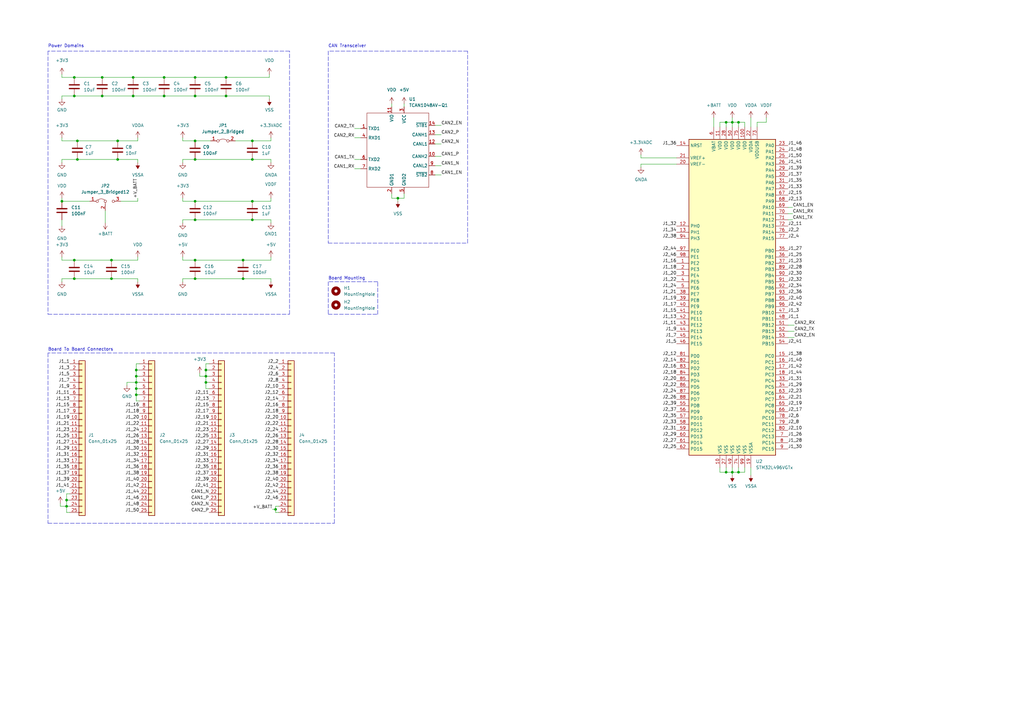
<source format=kicad_sch>
(kicad_sch (version 20211123) (generator eeschema)

  (uuid 28f44ff3-6173-4509-a8b7-cb0fa5e385de)

  (paper "A3")

  (lib_symbols
    (symbol "Connector_Generic:Conn_01x25" (pin_names (offset 1.016) hide) (in_bom yes) (on_board yes)
      (property "Reference" "J" (id 0) (at 0 33.02 0)
        (effects (font (size 1.27 1.27)))
      )
      (property "Value" "Conn_01x25" (id 1) (at 0 -33.02 0)
        (effects (font (size 1.27 1.27)))
      )
      (property "Footprint" "" (id 2) (at 0 0 0)
        (effects (font (size 1.27 1.27)) hide)
      )
      (property "Datasheet" "~" (id 3) (at 0 0 0)
        (effects (font (size 1.27 1.27)) hide)
      )
      (property "ki_keywords" "connector" (id 4) (at 0 0 0)
        (effects (font (size 1.27 1.27)) hide)
      )
      (property "ki_description" "Generic connector, single row, 01x25, script generated (kicad-library-utils/schlib/autogen/connector/)" (id 5) (at 0 0 0)
        (effects (font (size 1.27 1.27)) hide)
      )
      (property "ki_fp_filters" "Connector*:*_1x??_*" (id 6) (at 0 0 0)
        (effects (font (size 1.27 1.27)) hide)
      )
      (symbol "Conn_01x25_1_1"
        (rectangle (start -1.27 -30.353) (end 0 -30.607)
          (stroke (width 0.1524) (type default) (color 0 0 0 0))
          (fill (type none))
        )
        (rectangle (start -1.27 -27.813) (end 0 -28.067)
          (stroke (width 0.1524) (type default) (color 0 0 0 0))
          (fill (type none))
        )
        (rectangle (start -1.27 -25.273) (end 0 -25.527)
          (stroke (width 0.1524) (type default) (color 0 0 0 0))
          (fill (type none))
        )
        (rectangle (start -1.27 -22.733) (end 0 -22.987)
          (stroke (width 0.1524) (type default) (color 0 0 0 0))
          (fill (type none))
        )
        (rectangle (start -1.27 -20.193) (end 0 -20.447)
          (stroke (width 0.1524) (type default) (color 0 0 0 0))
          (fill (type none))
        )
        (rectangle (start -1.27 -17.653) (end 0 -17.907)
          (stroke (width 0.1524) (type default) (color 0 0 0 0))
          (fill (type none))
        )
        (rectangle (start -1.27 -15.113) (end 0 -15.367)
          (stroke (width 0.1524) (type default) (color 0 0 0 0))
          (fill (type none))
        )
        (rectangle (start -1.27 -12.573) (end 0 -12.827)
          (stroke (width 0.1524) (type default) (color 0 0 0 0))
          (fill (type none))
        )
        (rectangle (start -1.27 -10.033) (end 0 -10.287)
          (stroke (width 0.1524) (type default) (color 0 0 0 0))
          (fill (type none))
        )
        (rectangle (start -1.27 -7.493) (end 0 -7.747)
          (stroke (width 0.1524) (type default) (color 0 0 0 0))
          (fill (type none))
        )
        (rectangle (start -1.27 -4.953) (end 0 -5.207)
          (stroke (width 0.1524) (type default) (color 0 0 0 0))
          (fill (type none))
        )
        (rectangle (start -1.27 -2.413) (end 0 -2.667)
          (stroke (width 0.1524) (type default) (color 0 0 0 0))
          (fill (type none))
        )
        (rectangle (start -1.27 0.127) (end 0 -0.127)
          (stroke (width 0.1524) (type default) (color 0 0 0 0))
          (fill (type none))
        )
        (rectangle (start -1.27 2.667) (end 0 2.413)
          (stroke (width 0.1524) (type default) (color 0 0 0 0))
          (fill (type none))
        )
        (rectangle (start -1.27 5.207) (end 0 4.953)
          (stroke (width 0.1524) (type default) (color 0 0 0 0))
          (fill (type none))
        )
        (rectangle (start -1.27 7.747) (end 0 7.493)
          (stroke (width 0.1524) (type default) (color 0 0 0 0))
          (fill (type none))
        )
        (rectangle (start -1.27 10.287) (end 0 10.033)
          (stroke (width 0.1524) (type default) (color 0 0 0 0))
          (fill (type none))
        )
        (rectangle (start -1.27 12.827) (end 0 12.573)
          (stroke (width 0.1524) (type default) (color 0 0 0 0))
          (fill (type none))
        )
        (rectangle (start -1.27 15.367) (end 0 15.113)
          (stroke (width 0.1524) (type default) (color 0 0 0 0))
          (fill (type none))
        )
        (rectangle (start -1.27 17.907) (end 0 17.653)
          (stroke (width 0.1524) (type default) (color 0 0 0 0))
          (fill (type none))
        )
        (rectangle (start -1.27 20.447) (end 0 20.193)
          (stroke (width 0.1524) (type default) (color 0 0 0 0))
          (fill (type none))
        )
        (rectangle (start -1.27 22.987) (end 0 22.733)
          (stroke (width 0.1524) (type default) (color 0 0 0 0))
          (fill (type none))
        )
        (rectangle (start -1.27 25.527) (end 0 25.273)
          (stroke (width 0.1524) (type default) (color 0 0 0 0))
          (fill (type none))
        )
        (rectangle (start -1.27 28.067) (end 0 27.813)
          (stroke (width 0.1524) (type default) (color 0 0 0 0))
          (fill (type none))
        )
        (rectangle (start -1.27 30.607) (end 0 30.353)
          (stroke (width 0.1524) (type default) (color 0 0 0 0))
          (fill (type none))
        )
        (rectangle (start -1.27 31.75) (end 1.27 -31.75)
          (stroke (width 0.254) (type default) (color 0 0 0 0))
          (fill (type background))
        )
        (pin passive line (at -5.08 30.48 0) (length 3.81)
          (name "Pin_1" (effects (font (size 1.27 1.27))))
          (number "1" (effects (font (size 1.27 1.27))))
        )
        (pin passive line (at -5.08 7.62 0) (length 3.81)
          (name "Pin_10" (effects (font (size 1.27 1.27))))
          (number "10" (effects (font (size 1.27 1.27))))
        )
        (pin passive line (at -5.08 5.08 0) (length 3.81)
          (name "Pin_11" (effects (font (size 1.27 1.27))))
          (number "11" (effects (font (size 1.27 1.27))))
        )
        (pin passive line (at -5.08 2.54 0) (length 3.81)
          (name "Pin_12" (effects (font (size 1.27 1.27))))
          (number "12" (effects (font (size 1.27 1.27))))
        )
        (pin passive line (at -5.08 0 0) (length 3.81)
          (name "Pin_13" (effects (font (size 1.27 1.27))))
          (number "13" (effects (font (size 1.27 1.27))))
        )
        (pin passive line (at -5.08 -2.54 0) (length 3.81)
          (name "Pin_14" (effects (font (size 1.27 1.27))))
          (number "14" (effects (font (size 1.27 1.27))))
        )
        (pin passive line (at -5.08 -5.08 0) (length 3.81)
          (name "Pin_15" (effects (font (size 1.27 1.27))))
          (number "15" (effects (font (size 1.27 1.27))))
        )
        (pin passive line (at -5.08 -7.62 0) (length 3.81)
          (name "Pin_16" (effects (font (size 1.27 1.27))))
          (number "16" (effects (font (size 1.27 1.27))))
        )
        (pin passive line (at -5.08 -10.16 0) (length 3.81)
          (name "Pin_17" (effects (font (size 1.27 1.27))))
          (number "17" (effects (font (size 1.27 1.27))))
        )
        (pin passive line (at -5.08 -12.7 0) (length 3.81)
          (name "Pin_18" (effects (font (size 1.27 1.27))))
          (number "18" (effects (font (size 1.27 1.27))))
        )
        (pin passive line (at -5.08 -15.24 0) (length 3.81)
          (name "Pin_19" (effects (font (size 1.27 1.27))))
          (number "19" (effects (font (size 1.27 1.27))))
        )
        (pin passive line (at -5.08 27.94 0) (length 3.81)
          (name "Pin_2" (effects (font (size 1.27 1.27))))
          (number "2" (effects (font (size 1.27 1.27))))
        )
        (pin passive line (at -5.08 -17.78 0) (length 3.81)
          (name "Pin_20" (effects (font (size 1.27 1.27))))
          (number "20" (effects (font (size 1.27 1.27))))
        )
        (pin passive line (at -5.08 -20.32 0) (length 3.81)
          (name "Pin_21" (effects (font (size 1.27 1.27))))
          (number "21" (effects (font (size 1.27 1.27))))
        )
        (pin passive line (at -5.08 -22.86 0) (length 3.81)
          (name "Pin_22" (effects (font (size 1.27 1.27))))
          (number "22" (effects (font (size 1.27 1.27))))
        )
        (pin passive line (at -5.08 -25.4 0) (length 3.81)
          (name "Pin_23" (effects (font (size 1.27 1.27))))
          (number "23" (effects (font (size 1.27 1.27))))
        )
        (pin passive line (at -5.08 -27.94 0) (length 3.81)
          (name "Pin_24" (effects (font (size 1.27 1.27))))
          (number "24" (effects (font (size 1.27 1.27))))
        )
        (pin passive line (at -5.08 -30.48 0) (length 3.81)
          (name "Pin_25" (effects (font (size 1.27 1.27))))
          (number "25" (effects (font (size 1.27 1.27))))
        )
        (pin passive line (at -5.08 25.4 0) (length 3.81)
          (name "Pin_3" (effects (font (size 1.27 1.27))))
          (number "3" (effects (font (size 1.27 1.27))))
        )
        (pin passive line (at -5.08 22.86 0) (length 3.81)
          (name "Pin_4" (effects (font (size 1.27 1.27))))
          (number "4" (effects (font (size 1.27 1.27))))
        )
        (pin passive line (at -5.08 20.32 0) (length 3.81)
          (name "Pin_5" (effects (font (size 1.27 1.27))))
          (number "5" (effects (font (size 1.27 1.27))))
        )
        (pin passive line (at -5.08 17.78 0) (length 3.81)
          (name "Pin_6" (effects (font (size 1.27 1.27))))
          (number "6" (effects (font (size 1.27 1.27))))
        )
        (pin passive line (at -5.08 15.24 0) (length 3.81)
          (name "Pin_7" (effects (font (size 1.27 1.27))))
          (number "7" (effects (font (size 1.27 1.27))))
        )
        (pin passive line (at -5.08 12.7 0) (length 3.81)
          (name "Pin_8" (effects (font (size 1.27 1.27))))
          (number "8" (effects (font (size 1.27 1.27))))
        )
        (pin passive line (at -5.08 10.16 0) (length 3.81)
          (name "Pin_9" (effects (font (size 1.27 1.27))))
          (number "9" (effects (font (size 1.27 1.27))))
        )
      )
    )
    (symbol "Device:C" (pin_numbers hide) (pin_names (offset 0.254)) (in_bom yes) (on_board yes)
      (property "Reference" "C" (id 0) (at 0.635 2.54 0)
        (effects (font (size 1.27 1.27)) (justify left))
      )
      (property "Value" "C" (id 1) (at 0.635 -2.54 0)
        (effects (font (size 1.27 1.27)) (justify left))
      )
      (property "Footprint" "" (id 2) (at 0.9652 -3.81 0)
        (effects (font (size 1.27 1.27)) hide)
      )
      (property "Datasheet" "~" (id 3) (at 0 0 0)
        (effects (font (size 1.27 1.27)) hide)
      )
      (property "ki_keywords" "cap capacitor" (id 4) (at 0 0 0)
        (effects (font (size 1.27 1.27)) hide)
      )
      (property "ki_description" "Unpolarized capacitor" (id 5) (at 0 0 0)
        (effects (font (size 1.27 1.27)) hide)
      )
      (property "ki_fp_filters" "C_*" (id 6) (at 0 0 0)
        (effects (font (size 1.27 1.27)) hide)
      )
      (symbol "C_0_1"
        (polyline
          (pts
            (xy -2.032 -0.762)
            (xy 2.032 -0.762)
          )
          (stroke (width 0.508) (type default) (color 0 0 0 0))
          (fill (type none))
        )
        (polyline
          (pts
            (xy -2.032 0.762)
            (xy 2.032 0.762)
          )
          (stroke (width 0.508) (type default) (color 0 0 0 0))
          (fill (type none))
        )
      )
      (symbol "C_1_1"
        (pin passive line (at 0 3.81 270) (length 2.794)
          (name "~" (effects (font (size 1.27 1.27))))
          (number "1" (effects (font (size 1.27 1.27))))
        )
        (pin passive line (at 0 -3.81 90) (length 2.794)
          (name "~" (effects (font (size 1.27 1.27))))
          (number "2" (effects (font (size 1.27 1.27))))
        )
      )
    )
    (symbol "Jumper:Jumper_2_Bridged" (pin_names (offset 0) hide) (in_bom yes) (on_board yes)
      (property "Reference" "JP" (id 0) (at 0 1.905 0)
        (effects (font (size 1.27 1.27)))
      )
      (property "Value" "Jumper_2_Bridged" (id 1) (at 0 -2.54 0)
        (effects (font (size 1.27 1.27)))
      )
      (property "Footprint" "" (id 2) (at 0 0 0)
        (effects (font (size 1.27 1.27)) hide)
      )
      (property "Datasheet" "~" (id 3) (at 0 0 0)
        (effects (font (size 1.27 1.27)) hide)
      )
      (property "ki_keywords" "Jumper SPST" (id 4) (at 0 0 0)
        (effects (font (size 1.27 1.27)) hide)
      )
      (property "ki_description" "Jumper, 2-pole, closed/bridged" (id 5) (at 0 0 0)
        (effects (font (size 1.27 1.27)) hide)
      )
      (property "ki_fp_filters" "Jumper* TestPoint*2Pads* TestPoint*Bridge*" (id 6) (at 0 0 0)
        (effects (font (size 1.27 1.27)) hide)
      )
      (symbol "Jumper_2_Bridged_0_0"
        (circle (center -2.032 0) (radius 0.508)
          (stroke (width 0) (type default) (color 0 0 0 0))
          (fill (type none))
        )
        (circle (center 2.032 0) (radius 0.508)
          (stroke (width 0) (type default) (color 0 0 0 0))
          (fill (type none))
        )
      )
      (symbol "Jumper_2_Bridged_0_1"
        (arc (start 1.524 0.254) (mid 0 0.762) (end -1.524 0.254)
          (stroke (width 0) (type default) (color 0 0 0 0))
          (fill (type none))
        )
      )
      (symbol "Jumper_2_Bridged_1_1"
        (pin passive line (at -5.08 0 0) (length 2.54)
          (name "A" (effects (font (size 1.27 1.27))))
          (number "1" (effects (font (size 1.27 1.27))))
        )
        (pin passive line (at 5.08 0 180) (length 2.54)
          (name "B" (effects (font (size 1.27 1.27))))
          (number "2" (effects (font (size 1.27 1.27))))
        )
      )
    )
    (symbol "Jumper:Jumper_3_Bridged12" (pin_names (offset 0) hide) (in_bom yes) (on_board yes)
      (property "Reference" "JP" (id 0) (at -2.54 -2.54 0)
        (effects (font (size 1.27 1.27)))
      )
      (property "Value" "Jumper_3_Bridged12" (id 1) (at 0 2.794 0)
        (effects (font (size 1.27 1.27)))
      )
      (property "Footprint" "" (id 2) (at 0 0 0)
        (effects (font (size 1.27 1.27)) hide)
      )
      (property "Datasheet" "~" (id 3) (at 0 0 0)
        (effects (font (size 1.27 1.27)) hide)
      )
      (property "ki_keywords" "Jumper SPDT" (id 4) (at 0 0 0)
        (effects (font (size 1.27 1.27)) hide)
      )
      (property "ki_description" "Jumper, 3-pole, pins 1+2 closed/bridged" (id 5) (at 0 0 0)
        (effects (font (size 1.27 1.27)) hide)
      )
      (property "ki_fp_filters" "Jumper* TestPoint*3Pads* TestPoint*Bridge*" (id 6) (at 0 0 0)
        (effects (font (size 1.27 1.27)) hide)
      )
      (symbol "Jumper_3_Bridged12_0_0"
        (circle (center -3.302 0) (radius 0.508)
          (stroke (width 0) (type default) (color 0 0 0 0))
          (fill (type none))
        )
        (circle (center 0 0) (radius 0.508)
          (stroke (width 0) (type default) (color 0 0 0 0))
          (fill (type none))
        )
        (circle (center 3.302 0) (radius 0.508)
          (stroke (width 0) (type default) (color 0 0 0 0))
          (fill (type none))
        )
      )
      (symbol "Jumper_3_Bridged12_0_1"
        (arc (start -0.254 0.508) (mid -1.651 0.9912) (end -3.048 0.508)
          (stroke (width 0) (type default) (color 0 0 0 0))
          (fill (type none))
        )
        (polyline
          (pts
            (xy 0 -1.27)
            (xy 0 -0.508)
          )
          (stroke (width 0) (type default) (color 0 0 0 0))
          (fill (type none))
        )
      )
      (symbol "Jumper_3_Bridged12_1_1"
        (pin passive line (at -6.35 0 0) (length 2.54)
          (name "A" (effects (font (size 1.27 1.27))))
          (number "1" (effects (font (size 1.27 1.27))))
        )
        (pin passive line (at 0 -3.81 90) (length 2.54)
          (name "C" (effects (font (size 1.27 1.27))))
          (number "2" (effects (font (size 1.27 1.27))))
        )
        (pin passive line (at 6.35 0 180) (length 2.54)
          (name "B" (effects (font (size 1.27 1.27))))
          (number "3" (effects (font (size 1.27 1.27))))
        )
      )
    )
    (symbol "MCU_ST_STM32L4:STM32L496VGTx" (in_bom yes) (on_board yes)
      (property "Reference" "U" (id 0) (at -17.78 64.77 0)
        (effects (font (size 1.27 1.27)) (justify left))
      )
      (property "Value" "STM32L496VGTx" (id 1) (at 12.7 64.77 0)
        (effects (font (size 1.27 1.27)) (justify left))
      )
      (property "Footprint" "Package_QFP:LQFP-100_14x14mm_P0.5mm" (id 2) (at -17.78 -66.04 0)
        (effects (font (size 1.27 1.27)) (justify right) hide)
      )
      (property "Datasheet" "http://www.st.com/st-web-ui/static/active/en/resource/technical/document/datasheet/DM00284211.pdf" (id 3) (at 0 0 0)
        (effects (font (size 1.27 1.27)) hide)
      )
      (property "ki_keywords" "ARM Cortex-M4 STM32L4 STM32L4x6" (id 4) (at 0 0 0)
        (effects (font (size 1.27 1.27)) hide)
      )
      (property "ki_description" "ARM Cortex-M4 MCU, 1024KB flash, 320KB RAM, 80MHz, 1.71-3.6V, 83 GPIO, LQFP-100" (id 5) (at 0 0 0)
        (effects (font (size 1.27 1.27)) hide)
      )
      (property "ki_fp_filters" "LQFP*14x14mm*P0.5mm*" (id 6) (at 0 0 0)
        (effects (font (size 1.27 1.27)) hide)
      )
      (symbol "STM32L496VGTx_0_1"
        (rectangle (start -17.78 -66.04) (end 17.78 63.5)
          (stroke (width 0.254) (type default) (color 0 0 0 0))
          (fill (type background))
        )
      )
      (symbol "STM32L496VGTx_1_1"
        (pin bidirectional line (at -22.86 12.7 0) (length 5.08)
          (name "PE2" (effects (font (size 1.27 1.27))))
          (number "1" (effects (font (size 1.27 1.27))))
        )
        (pin power_in line (at -5.08 -71.12 90) (length 5.08)
          (name "VSS" (effects (font (size 1.27 1.27))))
          (number "10" (effects (font (size 1.27 1.27))))
        )
        (pin power_in line (at 5.08 68.58 270) (length 5.08)
          (name "VDD" (effects (font (size 1.27 1.27))))
          (number "100" (effects (font (size 1.27 1.27))))
        )
        (pin power_in line (at -5.08 68.58 270) (length 5.08)
          (name "VDD" (effects (font (size 1.27 1.27))))
          (number "11" (effects (font (size 1.27 1.27))))
        )
        (pin input line (at -22.86 27.94 0) (length 5.08)
          (name "PH0" (effects (font (size 1.27 1.27))))
          (number "12" (effects (font (size 1.27 1.27))))
        )
        (pin input line (at -22.86 25.4 0) (length 5.08)
          (name "PH1" (effects (font (size 1.27 1.27))))
          (number "13" (effects (font (size 1.27 1.27))))
        )
        (pin input line (at -22.86 60.96 0) (length 5.08)
          (name "NRST" (effects (font (size 1.27 1.27))))
          (number "14" (effects (font (size 1.27 1.27))))
        )
        (pin bidirectional line (at 22.86 -25.4 180) (length 5.08)
          (name "PC0" (effects (font (size 1.27 1.27))))
          (number "15" (effects (font (size 1.27 1.27))))
        )
        (pin bidirectional line (at 22.86 -27.94 180) (length 5.08)
          (name "PC1" (effects (font (size 1.27 1.27))))
          (number "16" (effects (font (size 1.27 1.27))))
        )
        (pin bidirectional line (at 22.86 -30.48 180) (length 5.08)
          (name "PC2" (effects (font (size 1.27 1.27))))
          (number "17" (effects (font (size 1.27 1.27))))
        )
        (pin bidirectional line (at 22.86 -33.02 180) (length 5.08)
          (name "PC3" (effects (font (size 1.27 1.27))))
          (number "18" (effects (font (size 1.27 1.27))))
        )
        (pin power_in line (at 7.62 -71.12 90) (length 5.08)
          (name "VSSA" (effects (font (size 1.27 1.27))))
          (number "19" (effects (font (size 1.27 1.27))))
        )
        (pin bidirectional line (at -22.86 10.16 0) (length 5.08)
          (name "PE3" (effects (font (size 1.27 1.27))))
          (number "2" (effects (font (size 1.27 1.27))))
        )
        (pin power_in line (at -22.86 53.34 0) (length 5.08)
          (name "VREF-" (effects (font (size 1.27 1.27))))
          (number "20" (effects (font (size 1.27 1.27))))
        )
        (pin bidirectional line (at -22.86 55.88 0) (length 5.08)
          (name "VREF+" (effects (font (size 1.27 1.27))))
          (number "21" (effects (font (size 1.27 1.27))))
        )
        (pin power_in line (at 7.62 68.58 270) (length 5.08)
          (name "VDDA" (effects (font (size 1.27 1.27))))
          (number "22" (effects (font (size 1.27 1.27))))
        )
        (pin bidirectional line (at 22.86 60.96 180) (length 5.08)
          (name "PA0" (effects (font (size 1.27 1.27))))
          (number "23" (effects (font (size 1.27 1.27))))
        )
        (pin bidirectional line (at 22.86 58.42 180) (length 5.08)
          (name "PA1" (effects (font (size 1.27 1.27))))
          (number "24" (effects (font (size 1.27 1.27))))
        )
        (pin bidirectional line (at 22.86 55.88 180) (length 5.08)
          (name "PA2" (effects (font (size 1.27 1.27))))
          (number "25" (effects (font (size 1.27 1.27))))
        )
        (pin bidirectional line (at 22.86 53.34 180) (length 5.08)
          (name "PA3" (effects (font (size 1.27 1.27))))
          (number "26" (effects (font (size 1.27 1.27))))
        )
        (pin power_in line (at -2.54 -71.12 90) (length 5.08)
          (name "VSS" (effects (font (size 1.27 1.27))))
          (number "27" (effects (font (size 1.27 1.27))))
        )
        (pin power_in line (at -2.54 68.58 270) (length 5.08)
          (name "VDD" (effects (font (size 1.27 1.27))))
          (number "28" (effects (font (size 1.27 1.27))))
        )
        (pin bidirectional line (at 22.86 50.8 180) (length 5.08)
          (name "PA4" (effects (font (size 1.27 1.27))))
          (number "29" (effects (font (size 1.27 1.27))))
        )
        (pin bidirectional line (at -22.86 7.62 0) (length 5.08)
          (name "PE4" (effects (font (size 1.27 1.27))))
          (number "3" (effects (font (size 1.27 1.27))))
        )
        (pin bidirectional line (at 22.86 48.26 180) (length 5.08)
          (name "PA5" (effects (font (size 1.27 1.27))))
          (number "30" (effects (font (size 1.27 1.27))))
        )
        (pin bidirectional line (at 22.86 45.72 180) (length 5.08)
          (name "PA6" (effects (font (size 1.27 1.27))))
          (number "31" (effects (font (size 1.27 1.27))))
        )
        (pin bidirectional line (at 22.86 43.18 180) (length 5.08)
          (name "PA7" (effects (font (size 1.27 1.27))))
          (number "32" (effects (font (size 1.27 1.27))))
        )
        (pin bidirectional line (at 22.86 -35.56 180) (length 5.08)
          (name "PC4" (effects (font (size 1.27 1.27))))
          (number "33" (effects (font (size 1.27 1.27))))
        )
        (pin bidirectional line (at 22.86 -38.1 180) (length 5.08)
          (name "PC5" (effects (font (size 1.27 1.27))))
          (number "34" (effects (font (size 1.27 1.27))))
        )
        (pin bidirectional line (at 22.86 17.78 180) (length 5.08)
          (name "PB0" (effects (font (size 1.27 1.27))))
          (number "35" (effects (font (size 1.27 1.27))))
        )
        (pin bidirectional line (at 22.86 15.24 180) (length 5.08)
          (name "PB1" (effects (font (size 1.27 1.27))))
          (number "36" (effects (font (size 1.27 1.27))))
        )
        (pin bidirectional line (at 22.86 12.7 180) (length 5.08)
          (name "PB2" (effects (font (size 1.27 1.27))))
          (number "37" (effects (font (size 1.27 1.27))))
        )
        (pin bidirectional line (at -22.86 0 0) (length 5.08)
          (name "PE7" (effects (font (size 1.27 1.27))))
          (number "38" (effects (font (size 1.27 1.27))))
        )
        (pin bidirectional line (at -22.86 -2.54 0) (length 5.08)
          (name "PE8" (effects (font (size 1.27 1.27))))
          (number "39" (effects (font (size 1.27 1.27))))
        )
        (pin bidirectional line (at -22.86 5.08 0) (length 5.08)
          (name "PE5" (effects (font (size 1.27 1.27))))
          (number "4" (effects (font (size 1.27 1.27))))
        )
        (pin bidirectional line (at -22.86 -5.08 0) (length 5.08)
          (name "PE9" (effects (font (size 1.27 1.27))))
          (number "40" (effects (font (size 1.27 1.27))))
        )
        (pin bidirectional line (at -22.86 -7.62 0) (length 5.08)
          (name "PE10" (effects (font (size 1.27 1.27))))
          (number "41" (effects (font (size 1.27 1.27))))
        )
        (pin bidirectional line (at -22.86 -10.16 0) (length 5.08)
          (name "PE11" (effects (font (size 1.27 1.27))))
          (number "42" (effects (font (size 1.27 1.27))))
        )
        (pin bidirectional line (at -22.86 -12.7 0) (length 5.08)
          (name "PE12" (effects (font (size 1.27 1.27))))
          (number "43" (effects (font (size 1.27 1.27))))
        )
        (pin bidirectional line (at -22.86 -15.24 0) (length 5.08)
          (name "PE13" (effects (font (size 1.27 1.27))))
          (number "44" (effects (font (size 1.27 1.27))))
        )
        (pin bidirectional line (at -22.86 -17.78 0) (length 5.08)
          (name "PE14" (effects (font (size 1.27 1.27))))
          (number "45" (effects (font (size 1.27 1.27))))
        )
        (pin bidirectional line (at -22.86 -20.32 0) (length 5.08)
          (name "PE15" (effects (font (size 1.27 1.27))))
          (number "46" (effects (font (size 1.27 1.27))))
        )
        (pin bidirectional line (at 22.86 -7.62 180) (length 5.08)
          (name "PB10" (effects (font (size 1.27 1.27))))
          (number "47" (effects (font (size 1.27 1.27))))
        )
        (pin bidirectional line (at 22.86 -10.16 180) (length 5.08)
          (name "PB11" (effects (font (size 1.27 1.27))))
          (number "48" (effects (font (size 1.27 1.27))))
        )
        (pin power_in line (at 0 -71.12 90) (length 5.08)
          (name "VSS" (effects (font (size 1.27 1.27))))
          (number "49" (effects (font (size 1.27 1.27))))
        )
        (pin bidirectional line (at -22.86 2.54 0) (length 5.08)
          (name "PE6" (effects (font (size 1.27 1.27))))
          (number "5" (effects (font (size 1.27 1.27))))
        )
        (pin power_in line (at 0 68.58 270) (length 5.08)
          (name "VDD" (effects (font (size 1.27 1.27))))
          (number "50" (effects (font (size 1.27 1.27))))
        )
        (pin bidirectional line (at 22.86 -12.7 180) (length 5.08)
          (name "PB12" (effects (font (size 1.27 1.27))))
          (number "51" (effects (font (size 1.27 1.27))))
        )
        (pin bidirectional line (at 22.86 -15.24 180) (length 5.08)
          (name "PB13" (effects (font (size 1.27 1.27))))
          (number "52" (effects (font (size 1.27 1.27))))
        )
        (pin bidirectional line (at 22.86 -17.78 180) (length 5.08)
          (name "PB14" (effects (font (size 1.27 1.27))))
          (number "53" (effects (font (size 1.27 1.27))))
        )
        (pin bidirectional line (at 22.86 -20.32 180) (length 5.08)
          (name "PB15" (effects (font (size 1.27 1.27))))
          (number "54" (effects (font (size 1.27 1.27))))
        )
        (pin bidirectional line (at -22.86 -45.72 0) (length 5.08)
          (name "PD8" (effects (font (size 1.27 1.27))))
          (number "55" (effects (font (size 1.27 1.27))))
        )
        (pin bidirectional line (at -22.86 -48.26 0) (length 5.08)
          (name "PD9" (effects (font (size 1.27 1.27))))
          (number "56" (effects (font (size 1.27 1.27))))
        )
        (pin bidirectional line (at -22.86 -50.8 0) (length 5.08)
          (name "PD10" (effects (font (size 1.27 1.27))))
          (number "57" (effects (font (size 1.27 1.27))))
        )
        (pin bidirectional line (at -22.86 -53.34 0) (length 5.08)
          (name "PD11" (effects (font (size 1.27 1.27))))
          (number "58" (effects (font (size 1.27 1.27))))
        )
        (pin bidirectional line (at -22.86 -55.88 0) (length 5.08)
          (name "PD12" (effects (font (size 1.27 1.27))))
          (number "59" (effects (font (size 1.27 1.27))))
        )
        (pin power_in line (at -7.62 68.58 270) (length 5.08)
          (name "VBAT" (effects (font (size 1.27 1.27))))
          (number "6" (effects (font (size 1.27 1.27))))
        )
        (pin bidirectional line (at -22.86 -58.42 0) (length 5.08)
          (name "PD13" (effects (font (size 1.27 1.27))))
          (number "60" (effects (font (size 1.27 1.27))))
        )
        (pin bidirectional line (at -22.86 -60.96 0) (length 5.08)
          (name "PD14" (effects (font (size 1.27 1.27))))
          (number "61" (effects (font (size 1.27 1.27))))
        )
        (pin bidirectional line (at -22.86 -63.5 0) (length 5.08)
          (name "PD15" (effects (font (size 1.27 1.27))))
          (number "62" (effects (font (size 1.27 1.27))))
        )
        (pin bidirectional line (at 22.86 -40.64 180) (length 5.08)
          (name "PC6" (effects (font (size 1.27 1.27))))
          (number "63" (effects (font (size 1.27 1.27))))
        )
        (pin bidirectional line (at 22.86 -43.18 180) (length 5.08)
          (name "PC7" (effects (font (size 1.27 1.27))))
          (number "64" (effects (font (size 1.27 1.27))))
        )
        (pin bidirectional line (at 22.86 -45.72 180) (length 5.08)
          (name "PC8" (effects (font (size 1.27 1.27))))
          (number "65" (effects (font (size 1.27 1.27))))
        )
        (pin bidirectional line (at 22.86 -48.26 180) (length 5.08)
          (name "PC9" (effects (font (size 1.27 1.27))))
          (number "66" (effects (font (size 1.27 1.27))))
        )
        (pin bidirectional line (at 22.86 40.64 180) (length 5.08)
          (name "PA8" (effects (font (size 1.27 1.27))))
          (number "67" (effects (font (size 1.27 1.27))))
        )
        (pin bidirectional line (at 22.86 38.1 180) (length 5.08)
          (name "PA9" (effects (font (size 1.27 1.27))))
          (number "68" (effects (font (size 1.27 1.27))))
        )
        (pin bidirectional line (at 22.86 35.56 180) (length 5.08)
          (name "PA10" (effects (font (size 1.27 1.27))))
          (number "69" (effects (font (size 1.27 1.27))))
        )
        (pin bidirectional line (at 22.86 -58.42 180) (length 5.08)
          (name "PC13" (effects (font (size 1.27 1.27))))
          (number "7" (effects (font (size 1.27 1.27))))
        )
        (pin bidirectional line (at 22.86 33.02 180) (length 5.08)
          (name "PA11" (effects (font (size 1.27 1.27))))
          (number "70" (effects (font (size 1.27 1.27))))
        )
        (pin bidirectional line (at 22.86 30.48 180) (length 5.08)
          (name "PA12" (effects (font (size 1.27 1.27))))
          (number "71" (effects (font (size 1.27 1.27))))
        )
        (pin bidirectional line (at 22.86 27.94 180) (length 5.08)
          (name "PA13" (effects (font (size 1.27 1.27))))
          (number "72" (effects (font (size 1.27 1.27))))
        )
        (pin power_in line (at 10.16 68.58 270) (length 5.08)
          (name "VDDUSB" (effects (font (size 1.27 1.27))))
          (number "73" (effects (font (size 1.27 1.27))))
        )
        (pin power_in line (at 2.54 -71.12 90) (length 5.08)
          (name "VSS" (effects (font (size 1.27 1.27))))
          (number "74" (effects (font (size 1.27 1.27))))
        )
        (pin power_in line (at 2.54 68.58 270) (length 5.08)
          (name "VDD" (effects (font (size 1.27 1.27))))
          (number "75" (effects (font (size 1.27 1.27))))
        )
        (pin bidirectional line (at 22.86 25.4 180) (length 5.08)
          (name "PA14" (effects (font (size 1.27 1.27))))
          (number "76" (effects (font (size 1.27 1.27))))
        )
        (pin bidirectional line (at 22.86 22.86 180) (length 5.08)
          (name "PA15" (effects (font (size 1.27 1.27))))
          (number "77" (effects (font (size 1.27 1.27))))
        )
        (pin bidirectional line (at 22.86 -50.8 180) (length 5.08)
          (name "PC10" (effects (font (size 1.27 1.27))))
          (number "78" (effects (font (size 1.27 1.27))))
        )
        (pin bidirectional line (at 22.86 -53.34 180) (length 5.08)
          (name "PC11" (effects (font (size 1.27 1.27))))
          (number "79" (effects (font (size 1.27 1.27))))
        )
        (pin bidirectional line (at 22.86 -60.96 180) (length 5.08)
          (name "PC14" (effects (font (size 1.27 1.27))))
          (number "8" (effects (font (size 1.27 1.27))))
        )
        (pin bidirectional line (at 22.86 -55.88 180) (length 5.08)
          (name "PC12" (effects (font (size 1.27 1.27))))
          (number "80" (effects (font (size 1.27 1.27))))
        )
        (pin bidirectional line (at -22.86 -25.4 0) (length 5.08)
          (name "PD0" (effects (font (size 1.27 1.27))))
          (number "81" (effects (font (size 1.27 1.27))))
        )
        (pin bidirectional line (at -22.86 -27.94 0) (length 5.08)
          (name "PD1" (effects (font (size 1.27 1.27))))
          (number "82" (effects (font (size 1.27 1.27))))
        )
        (pin bidirectional line (at -22.86 -30.48 0) (length 5.08)
          (name "PD2" (effects (font (size 1.27 1.27))))
          (number "83" (effects (font (size 1.27 1.27))))
        )
        (pin bidirectional line (at -22.86 -33.02 0) (length 5.08)
          (name "PD3" (effects (font (size 1.27 1.27))))
          (number "84" (effects (font (size 1.27 1.27))))
        )
        (pin bidirectional line (at -22.86 -35.56 0) (length 5.08)
          (name "PD4" (effects (font (size 1.27 1.27))))
          (number "85" (effects (font (size 1.27 1.27))))
        )
        (pin bidirectional line (at -22.86 -38.1 0) (length 5.08)
          (name "PD5" (effects (font (size 1.27 1.27))))
          (number "86" (effects (font (size 1.27 1.27))))
        )
        (pin bidirectional line (at -22.86 -40.64 0) (length 5.08)
          (name "PD6" (effects (font (size 1.27 1.27))))
          (number "87" (effects (font (size 1.27 1.27))))
        )
        (pin bidirectional line (at -22.86 -43.18 0) (length 5.08)
          (name "PD7" (effects (font (size 1.27 1.27))))
          (number "88" (effects (font (size 1.27 1.27))))
        )
        (pin bidirectional line (at 22.86 10.16 180) (length 5.08)
          (name "PB3" (effects (font (size 1.27 1.27))))
          (number "89" (effects (font (size 1.27 1.27))))
        )
        (pin bidirectional line (at 22.86 -63.5 180) (length 5.08)
          (name "PC15" (effects (font (size 1.27 1.27))))
          (number "9" (effects (font (size 1.27 1.27))))
        )
        (pin bidirectional line (at 22.86 7.62 180) (length 5.08)
          (name "PB4" (effects (font (size 1.27 1.27))))
          (number "90" (effects (font (size 1.27 1.27))))
        )
        (pin bidirectional line (at 22.86 5.08 180) (length 5.08)
          (name "PB5" (effects (font (size 1.27 1.27))))
          (number "91" (effects (font (size 1.27 1.27))))
        )
        (pin bidirectional line (at 22.86 2.54 180) (length 5.08)
          (name "PB6" (effects (font (size 1.27 1.27))))
          (number "92" (effects (font (size 1.27 1.27))))
        )
        (pin bidirectional line (at 22.86 0 180) (length 5.08)
          (name "PB7" (effects (font (size 1.27 1.27))))
          (number "93" (effects (font (size 1.27 1.27))))
        )
        (pin bidirectional line (at -22.86 22.86 0) (length 5.08)
          (name "PH3" (effects (font (size 1.27 1.27))))
          (number "94" (effects (font (size 1.27 1.27))))
        )
        (pin bidirectional line (at 22.86 -2.54 180) (length 5.08)
          (name "PB8" (effects (font (size 1.27 1.27))))
          (number "95" (effects (font (size 1.27 1.27))))
        )
        (pin bidirectional line (at 22.86 -5.08 180) (length 5.08)
          (name "PB9" (effects (font (size 1.27 1.27))))
          (number "96" (effects (font (size 1.27 1.27))))
        )
        (pin bidirectional line (at -22.86 17.78 0) (length 5.08)
          (name "PE0" (effects (font (size 1.27 1.27))))
          (number "97" (effects (font (size 1.27 1.27))))
        )
        (pin bidirectional line (at -22.86 15.24 0) (length 5.08)
          (name "PE1" (effects (font (size 1.27 1.27))))
          (number "98" (effects (font (size 1.27 1.27))))
        )
        (pin power_in line (at 5.08 -71.12 90) (length 5.08)
          (name "VSS" (effects (font (size 1.27 1.27))))
          (number "99" (effects (font (size 1.27 1.27))))
        )
      )
    )
    (symbol "Mechanical:MountingHole" (pin_names (offset 1.016)) (in_bom yes) (on_board yes)
      (property "Reference" "H" (id 0) (at 0 5.08 0)
        (effects (font (size 1.27 1.27)))
      )
      (property "Value" "MountingHole" (id 1) (at 0 3.175 0)
        (effects (font (size 1.27 1.27)))
      )
      (property "Footprint" "" (id 2) (at 0 0 0)
        (effects (font (size 1.27 1.27)) hide)
      )
      (property "Datasheet" "~" (id 3) (at 0 0 0)
        (effects (font (size 1.27 1.27)) hide)
      )
      (property "ki_keywords" "mounting hole" (id 4) (at 0 0 0)
        (effects (font (size 1.27 1.27)) hide)
      )
      (property "ki_description" "Mounting Hole without connection" (id 5) (at 0 0 0)
        (effects (font (size 1.27 1.27)) hide)
      )
      (property "ki_fp_filters" "MountingHole*" (id 6) (at 0 0 0)
        (effects (font (size 1.27 1.27)) hide)
      )
      (symbol "MountingHole_0_1"
        (circle (center 0 0) (radius 1.27)
          (stroke (width 1.27) (type default) (color 0 0 0 0))
          (fill (type none))
        )
      )
    )
    (symbol "Project:TCAN1048AV-Q1" (in_bom yes) (on_board yes)
      (property "Reference" "U" (id 0) (at 10.16 13.97 0)
        (effects (font (size 1.27 1.27)))
      )
      (property "Value" "TCAN1048AV-Q1" (id 1) (at -3.81 -2.54 0)
        (effects (font (size 1.27 1.27)))
      )
      (property "Footprint" "Package_SO:SOIC-14_3.9x8.7mm_P1.27mm" (id 2) (at 0 0 0)
        (effects (font (size 1.27 1.27)) hide)
      )
      (property "Datasheet" "" (id 3) (at 0 0 0)
        (effects (font (size 1.27 1.27)) hide)
      )
      (symbol "TCAN1048AV-Q1_0_1"
        (rectangle (start -12.7 12.7) (end 12.7 -17.78)
          (stroke (width 0) (type default) (color 0 0 0 0))
          (fill (type none))
        )
      )
      (symbol "TCAN1048AV-Q1_1_1"
        (pin input line (at -15.24 6.35 0) (length 2.54)
          (name "TXD1" (effects (font (size 1.27 1.27))))
          (number "1" (effects (font (size 1.27 1.27))))
        )
        (pin bidirectional line (at 15.24 -5.08 180) (length 2.54)
          (name "CANH2" (effects (font (size 1.27 1.27))))
          (number "10" (effects (font (size 1.27 1.27))))
        )
        (pin power_in line (at -2.54 15.24 270) (length 2.54)
          (name "VIO" (effects (font (size 1.27 1.27))))
          (number "11" (effects (font (size 1.27 1.27))))
        )
        (pin bidirectional line (at 15.24 0 180) (length 2.54)
          (name "CANL1" (effects (font (size 1.27 1.27))))
          (number "12" (effects (font (size 1.27 1.27))))
        )
        (pin bidirectional line (at 15.24 3.81 180) (length 2.54)
          (name "CANH1" (effects (font (size 1.27 1.27))))
          (number "13" (effects (font (size 1.27 1.27))))
        )
        (pin input line (at 15.24 7.62 180) (length 2.54)
          (name "~{STB1}" (effects (font (size 1.27 1.27))))
          (number "14" (effects (font (size 1.27 1.27))))
        )
        (pin power_in line (at -2.54 -20.32 90) (length 2.54)
          (name "GND1" (effects (font (size 1.27 1.27))))
          (number "2" (effects (font (size 1.27 1.27))))
        )
        (pin power_in line (at 2.54 15.24 270) (length 2.54)
          (name "VCC" (effects (font (size 1.27 1.27))))
          (number "3" (effects (font (size 1.27 1.27))))
        )
        (pin output line (at -15.24 2.54 0) (length 2.54)
          (name "RXD1" (effects (font (size 1.27 1.27))))
          (number "4" (effects (font (size 1.27 1.27))))
        )
        (pin power_in line (at 2.54 -20.32 90) (length 2.54)
          (name "GND2" (effects (font (size 1.27 1.27))))
          (number "5" (effects (font (size 1.27 1.27))))
        )
        (pin input line (at -15.24 -6.35 0) (length 2.54)
          (name "TXD2" (effects (font (size 1.27 1.27))))
          (number "6" (effects (font (size 1.27 1.27))))
        )
        (pin output line (at -15.24 -10.16 0) (length 2.54)
          (name "RXD2" (effects (font (size 1.27 1.27))))
          (number "7" (effects (font (size 1.27 1.27))))
        )
        (pin input line (at 15.24 -12.7 180) (length 2.54)
          (name "~{STB2}" (effects (font (size 1.27 1.27))))
          (number "8" (effects (font (size 1.27 1.27))))
        )
        (pin bidirectional line (at 15.24 -8.89 180) (length 2.54)
          (name "CANL2" (effects (font (size 1.27 1.27))))
          (number "9" (effects (font (size 1.27 1.27))))
        )
      )
    )
    (symbol "power:+3.3VADC" (power) (pin_names (offset 0)) (in_bom yes) (on_board yes)
      (property "Reference" "#PWR" (id 0) (at 3.81 -1.27 0)
        (effects (font (size 1.27 1.27)) hide)
      )
      (property "Value" "+3.3VADC" (id 1) (at 0 2.54 0)
        (effects (font (size 1.27 1.27)))
      )
      (property "Footprint" "" (id 2) (at 0 0 0)
        (effects (font (size 1.27 1.27)) hide)
      )
      (property "Datasheet" "" (id 3) (at 0 0 0)
        (effects (font (size 1.27 1.27)) hide)
      )
      (property "ki_keywords" "power-flag" (id 4) (at 0 0 0)
        (effects (font (size 1.27 1.27)) hide)
      )
      (property "ki_description" "Power symbol creates a global label with name \"+3.3VADC\"" (id 5) (at 0 0 0)
        (effects (font (size 1.27 1.27)) hide)
      )
      (symbol "+3.3VADC_0_0"
        (pin power_in line (at 0 0 90) (length 0) hide
          (name "+3.3VADC" (effects (font (size 1.27 1.27))))
          (number "1" (effects (font (size 1.27 1.27))))
        )
      )
      (symbol "+3.3VADC_0_1"
        (polyline
          (pts
            (xy -0.762 1.27)
            (xy 0 2.54)
          )
          (stroke (width 0) (type default) (color 0 0 0 0))
          (fill (type none))
        )
        (polyline
          (pts
            (xy 0 0)
            (xy 0 2.54)
          )
          (stroke (width 0) (type default) (color 0 0 0 0))
          (fill (type none))
        )
        (polyline
          (pts
            (xy 0 2.54)
            (xy 0.762 1.27)
          )
          (stroke (width 0) (type default) (color 0 0 0 0))
          (fill (type none))
        )
      )
    )
    (symbol "power:+3V3" (power) (pin_names (offset 0)) (in_bom yes) (on_board yes)
      (property "Reference" "#PWR" (id 0) (at 0 -3.81 0)
        (effects (font (size 1.27 1.27)) hide)
      )
      (property "Value" "+3V3" (id 1) (at 0 3.556 0)
        (effects (font (size 1.27 1.27)))
      )
      (property "Footprint" "" (id 2) (at 0 0 0)
        (effects (font (size 1.27 1.27)) hide)
      )
      (property "Datasheet" "" (id 3) (at 0 0 0)
        (effects (font (size 1.27 1.27)) hide)
      )
      (property "ki_keywords" "power-flag" (id 4) (at 0 0 0)
        (effects (font (size 1.27 1.27)) hide)
      )
      (property "ki_description" "Power symbol creates a global label with name \"+3V3\"" (id 5) (at 0 0 0)
        (effects (font (size 1.27 1.27)) hide)
      )
      (symbol "+3V3_0_1"
        (polyline
          (pts
            (xy -0.762 1.27)
            (xy 0 2.54)
          )
          (stroke (width 0) (type default) (color 0 0 0 0))
          (fill (type none))
        )
        (polyline
          (pts
            (xy 0 0)
            (xy 0 2.54)
          )
          (stroke (width 0) (type default) (color 0 0 0 0))
          (fill (type none))
        )
        (polyline
          (pts
            (xy 0 2.54)
            (xy 0.762 1.27)
          )
          (stroke (width 0) (type default) (color 0 0 0 0))
          (fill (type none))
        )
      )
      (symbol "+3V3_1_1"
        (pin power_in line (at 0 0 90) (length 0) hide
          (name "+3V3" (effects (font (size 1.27 1.27))))
          (number "1" (effects (font (size 1.27 1.27))))
        )
      )
    )
    (symbol "power:+5V" (power) (pin_names (offset 0)) (in_bom yes) (on_board yes)
      (property "Reference" "#PWR" (id 0) (at 0 -3.81 0)
        (effects (font (size 1.27 1.27)) hide)
      )
      (property "Value" "+5V" (id 1) (at 0 3.556 0)
        (effects (font (size 1.27 1.27)))
      )
      (property "Footprint" "" (id 2) (at 0 0 0)
        (effects (font (size 1.27 1.27)) hide)
      )
      (property "Datasheet" "" (id 3) (at 0 0 0)
        (effects (font (size 1.27 1.27)) hide)
      )
      (property "ki_keywords" "power-flag" (id 4) (at 0 0 0)
        (effects (font (size 1.27 1.27)) hide)
      )
      (property "ki_description" "Power symbol creates a global label with name \"+5V\"" (id 5) (at 0 0 0)
        (effects (font (size 1.27 1.27)) hide)
      )
      (symbol "+5V_0_1"
        (polyline
          (pts
            (xy -0.762 1.27)
            (xy 0 2.54)
          )
          (stroke (width 0) (type default) (color 0 0 0 0))
          (fill (type none))
        )
        (polyline
          (pts
            (xy 0 0)
            (xy 0 2.54)
          )
          (stroke (width 0) (type default) (color 0 0 0 0))
          (fill (type none))
        )
        (polyline
          (pts
            (xy 0 2.54)
            (xy 0.762 1.27)
          )
          (stroke (width 0) (type default) (color 0 0 0 0))
          (fill (type none))
        )
      )
      (symbol "+5V_1_1"
        (pin power_in line (at 0 0 90) (length 0) hide
          (name "+5V" (effects (font (size 1.27 1.27))))
          (number "1" (effects (font (size 1.27 1.27))))
        )
      )
    )
    (symbol "power:+BATT" (power) (pin_names (offset 0)) (in_bom yes) (on_board yes)
      (property "Reference" "#PWR" (id 0) (at 0 -3.81 0)
        (effects (font (size 1.27 1.27)) hide)
      )
      (property "Value" "+BATT" (id 1) (at 0 3.556 0)
        (effects (font (size 1.27 1.27)))
      )
      (property "Footprint" "" (id 2) (at 0 0 0)
        (effects (font (size 1.27 1.27)) hide)
      )
      (property "Datasheet" "" (id 3) (at 0 0 0)
        (effects (font (size 1.27 1.27)) hide)
      )
      (property "ki_keywords" "power-flag battery" (id 4) (at 0 0 0)
        (effects (font (size 1.27 1.27)) hide)
      )
      (property "ki_description" "Power symbol creates a global label with name \"+BATT\"" (id 5) (at 0 0 0)
        (effects (font (size 1.27 1.27)) hide)
      )
      (symbol "+BATT_0_1"
        (polyline
          (pts
            (xy -0.762 1.27)
            (xy 0 2.54)
          )
          (stroke (width 0) (type default) (color 0 0 0 0))
          (fill (type none))
        )
        (polyline
          (pts
            (xy 0 0)
            (xy 0 2.54)
          )
          (stroke (width 0) (type default) (color 0 0 0 0))
          (fill (type none))
        )
        (polyline
          (pts
            (xy 0 2.54)
            (xy 0.762 1.27)
          )
          (stroke (width 0) (type default) (color 0 0 0 0))
          (fill (type none))
        )
      )
      (symbol "+BATT_1_1"
        (pin power_in line (at 0 0 90) (length 0) hide
          (name "+BATT" (effects (font (size 1.27 1.27))))
          (number "1" (effects (font (size 1.27 1.27))))
        )
      )
    )
    (symbol "power:GND" (power) (pin_names (offset 0)) (in_bom yes) (on_board yes)
      (property "Reference" "#PWR" (id 0) (at 0 -6.35 0)
        (effects (font (size 1.27 1.27)) hide)
      )
      (property "Value" "GND" (id 1) (at 0 -3.81 0)
        (effects (font (size 1.27 1.27)))
      )
      (property "Footprint" "" (id 2) (at 0 0 0)
        (effects (font (size 1.27 1.27)) hide)
      )
      (property "Datasheet" "" (id 3) (at 0 0 0)
        (effects (font (size 1.27 1.27)) hide)
      )
      (property "ki_keywords" "power-flag" (id 4) (at 0 0 0)
        (effects (font (size 1.27 1.27)) hide)
      )
      (property "ki_description" "Power symbol creates a global label with name \"GND\" , ground" (id 5) (at 0 0 0)
        (effects (font (size 1.27 1.27)) hide)
      )
      (symbol "GND_0_1"
        (polyline
          (pts
            (xy 0 0)
            (xy 0 -1.27)
            (xy 1.27 -1.27)
            (xy 0 -2.54)
            (xy -1.27 -1.27)
            (xy 0 -1.27)
          )
          (stroke (width 0) (type default) (color 0 0 0 0))
          (fill (type none))
        )
      )
      (symbol "GND_1_1"
        (pin power_in line (at 0 0 270) (length 0) hide
          (name "GND" (effects (font (size 1.27 1.27))))
          (number "1" (effects (font (size 1.27 1.27))))
        )
      )
    )
    (symbol "power:GND1" (power) (pin_names (offset 0)) (in_bom yes) (on_board yes)
      (property "Reference" "#PWR" (id 0) (at 0 -6.35 0)
        (effects (font (size 1.27 1.27)) hide)
      )
      (property "Value" "GND1" (id 1) (at 0 -3.81 0)
        (effects (font (size 1.27 1.27)))
      )
      (property "Footprint" "" (id 2) (at 0 0 0)
        (effects (font (size 1.27 1.27)) hide)
      )
      (property "Datasheet" "" (id 3) (at 0 0 0)
        (effects (font (size 1.27 1.27)) hide)
      )
      (property "ki_keywords" "power-flag" (id 4) (at 0 0 0)
        (effects (font (size 1.27 1.27)) hide)
      )
      (property "ki_description" "Power symbol creates a global label with name \"GND1\" , ground" (id 5) (at 0 0 0)
        (effects (font (size 1.27 1.27)) hide)
      )
      (symbol "GND1_0_1"
        (polyline
          (pts
            (xy 0 0)
            (xy 0 -1.27)
            (xy 1.27 -1.27)
            (xy 0 -2.54)
            (xy -1.27 -1.27)
            (xy 0 -1.27)
          )
          (stroke (width 0) (type default) (color 0 0 0 0))
          (fill (type none))
        )
      )
      (symbol "GND1_1_1"
        (pin power_in line (at 0 0 270) (length 0) hide
          (name "GND1" (effects (font (size 1.27 1.27))))
          (number "1" (effects (font (size 1.27 1.27))))
        )
      )
    )
    (symbol "power:GNDA" (power) (pin_names (offset 0)) (in_bom yes) (on_board yes)
      (property "Reference" "#PWR" (id 0) (at 0 -6.35 0)
        (effects (font (size 1.27 1.27)) hide)
      )
      (property "Value" "GNDA" (id 1) (at 0 -3.81 0)
        (effects (font (size 1.27 1.27)))
      )
      (property "Footprint" "" (id 2) (at 0 0 0)
        (effects (font (size 1.27 1.27)) hide)
      )
      (property "Datasheet" "" (id 3) (at 0 0 0)
        (effects (font (size 1.27 1.27)) hide)
      )
      (property "ki_keywords" "power-flag" (id 4) (at 0 0 0)
        (effects (font (size 1.27 1.27)) hide)
      )
      (property "ki_description" "Power symbol creates a global label with name \"GNDA\" , analog ground" (id 5) (at 0 0 0)
        (effects (font (size 1.27 1.27)) hide)
      )
      (symbol "GNDA_0_1"
        (polyline
          (pts
            (xy 0 0)
            (xy 0 -1.27)
            (xy 1.27 -1.27)
            (xy 0 -2.54)
            (xy -1.27 -1.27)
            (xy 0 -1.27)
          )
          (stroke (width 0) (type default) (color 0 0 0 0))
          (fill (type none))
        )
      )
      (symbol "GNDA_1_1"
        (pin power_in line (at 0 0 270) (length 0) hide
          (name "GNDA" (effects (font (size 1.27 1.27))))
          (number "1" (effects (font (size 1.27 1.27))))
        )
      )
    )
    (symbol "power:VDD" (power) (pin_names (offset 0)) (in_bom yes) (on_board yes)
      (property "Reference" "#PWR" (id 0) (at 0 -3.81 0)
        (effects (font (size 1.27 1.27)) hide)
      )
      (property "Value" "VDD" (id 1) (at 0 3.81 0)
        (effects (font (size 1.27 1.27)))
      )
      (property "Footprint" "" (id 2) (at 0 0 0)
        (effects (font (size 1.27 1.27)) hide)
      )
      (property "Datasheet" "" (id 3) (at 0 0 0)
        (effects (font (size 1.27 1.27)) hide)
      )
      (property "ki_keywords" "power-flag" (id 4) (at 0 0 0)
        (effects (font (size 1.27 1.27)) hide)
      )
      (property "ki_description" "Power symbol creates a global label with name \"VDD\"" (id 5) (at 0 0 0)
        (effects (font (size 1.27 1.27)) hide)
      )
      (symbol "VDD_0_1"
        (polyline
          (pts
            (xy -0.762 1.27)
            (xy 0 2.54)
          )
          (stroke (width 0) (type default) (color 0 0 0 0))
          (fill (type none))
        )
        (polyline
          (pts
            (xy 0 0)
            (xy 0 2.54)
          )
          (stroke (width 0) (type default) (color 0 0 0 0))
          (fill (type none))
        )
        (polyline
          (pts
            (xy 0 2.54)
            (xy 0.762 1.27)
          )
          (stroke (width 0) (type default) (color 0 0 0 0))
          (fill (type none))
        )
      )
      (symbol "VDD_1_1"
        (pin power_in line (at 0 0 90) (length 0) hide
          (name "VDD" (effects (font (size 1.27 1.27))))
          (number "1" (effects (font (size 1.27 1.27))))
        )
      )
    )
    (symbol "power:VDDA" (power) (pin_names (offset 0)) (in_bom yes) (on_board yes)
      (property "Reference" "#PWR" (id 0) (at 0 -3.81 0)
        (effects (font (size 1.27 1.27)) hide)
      )
      (property "Value" "VDDA" (id 1) (at 0 3.81 0)
        (effects (font (size 1.27 1.27)))
      )
      (property "Footprint" "" (id 2) (at 0 0 0)
        (effects (font (size 1.27 1.27)) hide)
      )
      (property "Datasheet" "" (id 3) (at 0 0 0)
        (effects (font (size 1.27 1.27)) hide)
      )
      (property "ki_keywords" "power-flag" (id 4) (at 0 0 0)
        (effects (font (size 1.27 1.27)) hide)
      )
      (property "ki_description" "Power symbol creates a global label with name \"VDDA\"" (id 5) (at 0 0 0)
        (effects (font (size 1.27 1.27)) hide)
      )
      (symbol "VDDA_0_1"
        (polyline
          (pts
            (xy -0.762 1.27)
            (xy 0 2.54)
          )
          (stroke (width 0) (type default) (color 0 0 0 0))
          (fill (type none))
        )
        (polyline
          (pts
            (xy 0 0)
            (xy 0 2.54)
          )
          (stroke (width 0) (type default) (color 0 0 0 0))
          (fill (type none))
        )
        (polyline
          (pts
            (xy 0 2.54)
            (xy 0.762 1.27)
          )
          (stroke (width 0) (type default) (color 0 0 0 0))
          (fill (type none))
        )
      )
      (symbol "VDDA_1_1"
        (pin power_in line (at 0 0 90) (length 0) hide
          (name "VDDA" (effects (font (size 1.27 1.27))))
          (number "1" (effects (font (size 1.27 1.27))))
        )
      )
    )
    (symbol "power:VDDF" (power) (pin_names (offset 0)) (in_bom yes) (on_board yes)
      (property "Reference" "#PWR" (id 0) (at 0 -3.81 0)
        (effects (font (size 1.27 1.27)) hide)
      )
      (property "Value" "VDDF" (id 1) (at 0 3.81 0)
        (effects (font (size 1.27 1.27)))
      )
      (property "Footprint" "" (id 2) (at 0 0 0)
        (effects (font (size 1.27 1.27)) hide)
      )
      (property "Datasheet" "" (id 3) (at 0 0 0)
        (effects (font (size 1.27 1.27)) hide)
      )
      (property "ki_keywords" "power-flag" (id 4) (at 0 0 0)
        (effects (font (size 1.27 1.27)) hide)
      )
      (property "ki_description" "Power symbol creates a global label with name \"VDDF\"" (id 5) (at 0 0 0)
        (effects (font (size 1.27 1.27)) hide)
      )
      (symbol "VDDF_0_1"
        (polyline
          (pts
            (xy -0.762 1.27)
            (xy 0 2.54)
          )
          (stroke (width 0) (type default) (color 0 0 0 0))
          (fill (type none))
        )
        (polyline
          (pts
            (xy 0 0)
            (xy 0 2.54)
          )
          (stroke (width 0) (type default) (color 0 0 0 0))
          (fill (type none))
        )
        (polyline
          (pts
            (xy 0 2.54)
            (xy 0.762 1.27)
          )
          (stroke (width 0) (type default) (color 0 0 0 0))
          (fill (type none))
        )
      )
      (symbol "VDDF_1_1"
        (pin power_in line (at 0 0 90) (length 0) hide
          (name "VDDF" (effects (font (size 1.27 1.27))))
          (number "1" (effects (font (size 1.27 1.27))))
        )
      )
    )
    (symbol "power:VSS" (power) (pin_names (offset 0)) (in_bom yes) (on_board yes)
      (property "Reference" "#PWR" (id 0) (at 0 -3.81 0)
        (effects (font (size 1.27 1.27)) hide)
      )
      (property "Value" "VSS" (id 1) (at 0 3.81 0)
        (effects (font (size 1.27 1.27)))
      )
      (property "Footprint" "" (id 2) (at 0 0 0)
        (effects (font (size 1.27 1.27)) hide)
      )
      (property "Datasheet" "" (id 3) (at 0 0 0)
        (effects (font (size 1.27 1.27)) hide)
      )
      (property "ki_keywords" "power-flag" (id 4) (at 0 0 0)
        (effects (font (size 1.27 1.27)) hide)
      )
      (property "ki_description" "Power symbol creates a global label with name \"VSS\"" (id 5) (at 0 0 0)
        (effects (font (size 1.27 1.27)) hide)
      )
      (symbol "VSS_0_1"
        (polyline
          (pts
            (xy 0 0)
            (xy 0 2.54)
          )
          (stroke (width 0) (type default) (color 0 0 0 0))
          (fill (type none))
        )
        (polyline
          (pts
            (xy 0.762 1.27)
            (xy -0.762 1.27)
            (xy 0 2.54)
            (xy 0.762 1.27)
          )
          (stroke (width 0) (type default) (color 0 0 0 0))
          (fill (type outline))
        )
      )
      (symbol "VSS_1_1"
        (pin power_in line (at 0 0 90) (length 0) hide
          (name "VSS" (effects (font (size 1.27 1.27))))
          (number "1" (effects (font (size 1.27 1.27))))
        )
      )
    )
    (symbol "power:VSSA" (power) (pin_names (offset 0)) (in_bom yes) (on_board yes)
      (property "Reference" "#PWR" (id 0) (at 0 -3.81 0)
        (effects (font (size 1.27 1.27)) hide)
      )
      (property "Value" "VSSA" (id 1) (at 0 3.81 0)
        (effects (font (size 1.27 1.27)))
      )
      (property "Footprint" "" (id 2) (at 0 0 0)
        (effects (font (size 1.27 1.27)) hide)
      )
      (property "Datasheet" "" (id 3) (at 0 0 0)
        (effects (font (size 1.27 1.27)) hide)
      )
      (property "ki_keywords" "power-flag" (id 4) (at 0 0 0)
        (effects (font (size 1.27 1.27)) hide)
      )
      (property "ki_description" "Power symbol creates a global label with name \"VSSA\"" (id 5) (at 0 0 0)
        (effects (font (size 1.27 1.27)) hide)
      )
      (symbol "VSSA_0_1"
        (polyline
          (pts
            (xy 0 0)
            (xy 0 2.54)
          )
          (stroke (width 0) (type default) (color 0 0 0 0))
          (fill (type none))
        )
        (polyline
          (pts
            (xy 0.762 1.27)
            (xy -0.762 1.27)
            (xy 0 2.54)
            (xy 0.762 1.27)
          )
          (stroke (width 0) (type default) (color 0 0 0 0))
          (fill (type outline))
        )
      )
      (symbol "VSSA_1_1"
        (pin power_in line (at 0 0 90) (length 0) hide
          (name "VSSA" (effects (font (size 1.27 1.27))))
          (number "1" (effects (font (size 1.27 1.27))))
        )
      )
    )
  )

  (junction (at 55.88 151.765) (diameter 0) (color 0 0 0 0)
    (uuid 085a3b22-5bb6-49f9-a599-ad4ba4dab9bb)
  )
  (junction (at 55.88 159.385) (diameter 0) (color 0 0 0 0)
    (uuid 09debfa6-a2ad-4a23-a3bf-bda4a66c097c)
  )
  (junction (at 103.505 90.17) (diameter 0) (color 0 0 0 0)
    (uuid 0af6e74c-d40b-4aa9-898a-32deaf78ccfb)
  )
  (junction (at 48.26 57.785) (diameter 0) (color 0 0 0 0)
    (uuid 1c260d06-b96a-467f-b603-cd901bbaf4b9)
  )
  (junction (at 45.72 114.3) (diameter 0) (color 0 0 0 0)
    (uuid 2eaeb22d-7e64-4dba-8584-37df4b9b3726)
  )
  (junction (at 30.48 39.37) (diameter 0) (color 0 0 0 0)
    (uuid 41231b34-7283-462c-895d-a1802fd4a630)
  )
  (junction (at 113.03 208.915) (diameter 0) (color 0 0 0 0)
    (uuid 460c4050-9873-40e1-a4b8-e1c42fd36835)
  )
  (junction (at 55.88 161.925) (diameter 0) (color 0 0 0 0)
    (uuid 461919d9-f906-407e-9854-7d6971adcc7d)
  )
  (junction (at 54.61 31.75) (diameter 0) (color 0 0 0 0)
    (uuid 4a0ece1f-8446-4f41-9d02-0d3177e10704)
  )
  (junction (at 80.01 57.785) (diameter 0) (color 0 0 0 0)
    (uuid 52187d46-7c93-4547-9992-90d34896a045)
  )
  (junction (at 80.01 82.55) (diameter 0) (color 0 0 0 0)
    (uuid 538caea6-b6a4-4d8b-8929-1459b92a57b3)
  )
  (junction (at 27.305 207.645) (diameter 0) (color 0 0 0 0)
    (uuid 624fb596-ffc9-4dda-839b-f0f08618c6bc)
  )
  (junction (at 48.26 65.405) (diameter 0) (color 0 0 0 0)
    (uuid 63b4743e-9b8f-43e8-b702-1568f2f9d390)
  )
  (junction (at 41.91 31.75) (diameter 0) (color 0 0 0 0)
    (uuid 63e3f568-f542-4d98-934a-5348caca19b9)
  )
  (junction (at 92.71 39.37) (diameter 0) (color 0 0 0 0)
    (uuid 669413bb-88c0-4f2c-a950-ecb764d0b234)
  )
  (junction (at 41.91 39.37) (diameter 0) (color 0 0 0 0)
    (uuid 71669bae-f5ec-4b1d-a65e-8d1da9b2e83d)
  )
  (junction (at 67.31 39.37) (diameter 0) (color 0 0 0 0)
    (uuid 74b06dc2-4656-4e99-ab77-ebeb95b8a87d)
  )
  (junction (at 54.61 39.37) (diameter 0) (color 0 0 0 0)
    (uuid 818050a3-9912-4a19-b794-7d763152507b)
  )
  (junction (at 163.195 81.28) (diameter 0) (color 0 0 0 0)
    (uuid 82a5c09e-52b4-450a-8060-340460b909b0)
  )
  (junction (at 297.815 50.165) (diameter 0) (color 0 0 0 0)
    (uuid 85b43ecb-b87c-4ded-97c9-ea9ed7a949e0)
  )
  (junction (at 80.01 39.37) (diameter 0) (color 0 0 0 0)
    (uuid 85fd544d-664f-4b21-a62d-4d1642129aaa)
  )
  (junction (at 103.505 57.785) (diameter 0) (color 0 0 0 0)
    (uuid 8adafbaa-e9f1-4688-979b-4260d78f6b01)
  )
  (junction (at 25.4 82.55) (diameter 0) (color 0 0 0 0)
    (uuid 8e379ec2-85db-4131-9a04-a80ac9b3d70e)
  )
  (junction (at 99.695 114.3) (diameter 0) (color 0 0 0 0)
    (uuid 90e13962-4f8d-4759-8d0b-290e932561d3)
  )
  (junction (at 300.355 193.675) (diameter 0) (color 0 0 0 0)
    (uuid 9b3eec67-0a0a-45e3-90d3-6302c121aee3)
  )
  (junction (at 55.88 154.305) (diameter 0) (color 0 0 0 0)
    (uuid 9f916bc6-66fb-4df9-a3ea-0577f7b27ce2)
  )
  (junction (at 27.305 205.105) (diameter 0) (color 0 0 0 0)
    (uuid a08de20b-0bcb-4ffc-a4c7-515be66cc6a5)
  )
  (junction (at 84.455 156.845) (diameter 0) (color 0 0 0 0)
    (uuid a1d54cb4-1673-4f3a-952d-a97c42b17704)
  )
  (junction (at 92.71 31.75) (diameter 0) (color 0 0 0 0)
    (uuid a3e83556-bb1c-4a14-bbed-5fae06e9bd58)
  )
  (junction (at 84.455 154.305) (diameter 0) (color 0 0 0 0)
    (uuid a629a426-cde7-4548-9e0e-91b078c4d685)
  )
  (junction (at 80.01 106.68) (diameter 0) (color 0 0 0 0)
    (uuid a9de44cb-5423-43d7-8d57-2cbd797fd41b)
  )
  (junction (at 80.01 114.3) (diameter 0) (color 0 0 0 0)
    (uuid ad6cc0e5-5529-440b-81d5-d28b423ae817)
  )
  (junction (at 30.48 106.68) (diameter 0) (color 0 0 0 0)
    (uuid af845518-d2be-4a2e-b36f-cb9dece2e659)
  )
  (junction (at 80.01 90.17) (diameter 0) (color 0 0 0 0)
    (uuid b00e2368-3f8c-42ea-9a3b-17eab28f5550)
  )
  (junction (at 31.75 65.405) (diameter 0) (color 0 0 0 0)
    (uuid b06b057e-c2b4-4162-8919-93be4c00639a)
  )
  (junction (at 300.355 50.165) (diameter 0) (color 0 0 0 0)
    (uuid b182a00a-8899-42a8-bca7-ec680d7df6a2)
  )
  (junction (at 30.48 31.75) (diameter 0) (color 0 0 0 0)
    (uuid b3088c10-0653-4791-be42-75933d6104c1)
  )
  (junction (at 302.895 50.165) (diameter 0) (color 0 0 0 0)
    (uuid c346c08d-b749-45cc-9684-13b2f0c3307c)
  )
  (junction (at 103.505 65.405) (diameter 0) (color 0 0 0 0)
    (uuid c4079426-33a5-439d-af77-0658ef1f95d3)
  )
  (junction (at 30.48 114.3) (diameter 0) (color 0 0 0 0)
    (uuid c71d9bd8-22a1-4343-b8e4-262b86d231e3)
  )
  (junction (at 103.505 82.55) (diameter 0) (color 0 0 0 0)
    (uuid cb3c9efd-d916-4818-b153-4fed2a984c84)
  )
  (junction (at 80.01 31.75) (diameter 0) (color 0 0 0 0)
    (uuid d327903e-6806-4cc2-9793-c34104be57c0)
  )
  (junction (at 99.695 106.68) (diameter 0) (color 0 0 0 0)
    (uuid d7d6369a-85f5-4fbc-8f85-30465173c977)
  )
  (junction (at 302.895 193.675) (diameter 0) (color 0 0 0 0)
    (uuid ddd0f537-37c6-4ce1-8234-d1cc963243af)
  )
  (junction (at 67.31 31.75) (diameter 0) (color 0 0 0 0)
    (uuid df6b02ae-3a0a-4841-b4ab-f7143c95b1ca)
  )
  (junction (at 297.815 193.675) (diameter 0) (color 0 0 0 0)
    (uuid e98a5c00-658f-4d6b-b1ed-3d02eccfd56a)
  )
  (junction (at 31.75 57.785) (diameter 0) (color 0 0 0 0)
    (uuid ecee13e5-3e9f-496c-b9f5-bb96a49eecca)
  )
  (junction (at 55.88 156.845) (diameter 0) (color 0 0 0 0)
    (uuid f05fcabf-a6ea-4223-9c7c-f7b9ecd41dcc)
  )
  (junction (at 45.72 106.68) (diameter 0) (color 0 0 0 0)
    (uuid f1bf1a3a-6d03-4b76-aa32-f04d7f2ce267)
  )
  (junction (at 84.455 151.765) (diameter 0) (color 0 0 0 0)
    (uuid fcc7b6a5-c490-4f0f-b26a-e386a9fbc7c9)
  )
  (junction (at 80.01 65.405) (diameter 0) (color 0 0 0 0)
    (uuid febddfd3-312c-4e5b-8e96-4728a6d813fc)
  )

  (wire (pts (xy 111.125 56.515) (xy 111.125 57.785))
    (stroke (width 0) (type default) (color 0 0 0 0))
    (uuid 03458387-08aa-4a07-89c3-815287802f74)
  )
  (wire (pts (xy 323.215 138.43) (xy 325.755 138.43))
    (stroke (width 0) (type default) (color 0 0 0 0))
    (uuid 04eddfad-cb2a-41c0-a424-c0de74d8373f)
  )
  (wire (pts (xy 111.125 106.68) (xy 99.695 106.68))
    (stroke (width 0) (type default) (color 0 0 0 0))
    (uuid 07dea771-a7fb-4e7a-b2c0-153a13b92741)
  )
  (wire (pts (xy 25.4 39.37) (xy 30.48 39.37))
    (stroke (width 0) (type default) (color 0 0 0 0))
    (uuid 09d189a7-0210-46e9-9657-3ed8c4b7dbbb)
  )
  (wire (pts (xy 30.48 31.75) (xy 41.91 31.75))
    (stroke (width 0) (type default) (color 0 0 0 0))
    (uuid 0a858857-ac7e-40df-81ee-e8c53b12bcbf)
  )
  (wire (pts (xy 305.435 52.07) (xy 305.435 50.165))
    (stroke (width 0) (type default) (color 0 0 0 0))
    (uuid 0b858e75-c2e0-4f88-a446-663700a93fe7)
  )
  (polyline (pts (xy 191.77 20.955) (xy 134.62 20.955))
    (stroke (width 0) (type default) (color 0 0 0 0))
    (uuid 0da78fe4-5441-4c19-9daf-b0ea732a3acb)
  )

  (wire (pts (xy 67.31 31.75) (xy 80.01 31.75))
    (stroke (width 0) (type default) (color 0 0 0 0))
    (uuid 107f583f-3f0a-43e0-a354-a238c9c45862)
  )
  (wire (pts (xy 163.195 81.28) (xy 163.195 82.55))
    (stroke (width 0) (type default) (color 0 0 0 0))
    (uuid 114642fe-7a37-4875-8cd3-01c30c7712c1)
  )
  (wire (pts (xy 92.71 31.75) (xy 110.49 31.75))
    (stroke (width 0) (type default) (color 0 0 0 0))
    (uuid 1153769e-4770-4cde-b61d-1b384716c7d8)
  )
  (wire (pts (xy 55.88 151.765) (xy 55.88 154.305))
    (stroke (width 0) (type default) (color 0 0 0 0))
    (uuid 19135def-4f3a-4e5e-a684-e2e5db085d21)
  )
  (wire (pts (xy 27.305 210.185) (xy 28.575 210.185))
    (stroke (width 0) (type default) (color 0 0 0 0))
    (uuid 1bec6052-7a09-4815-8c8d-53f54b617ec1)
  )
  (wire (pts (xy 25.4 56.515) (xy 25.4 57.785))
    (stroke (width 0) (type default) (color 0 0 0 0))
    (uuid 1eed2808-b40b-43e9-a952-9f3e9d72b900)
  )
  (wire (pts (xy 25.4 105.41) (xy 25.4 106.68))
    (stroke (width 0) (type default) (color 0 0 0 0))
    (uuid 22dd36ce-c84f-4b1d-b812-ac1f1ea8fd8f)
  )
  (wire (pts (xy 113.03 208.915) (xy 113.03 210.185))
    (stroke (width 0) (type default) (color 0 0 0 0))
    (uuid 262ff802-bf40-4264-8f11-a14bc9792ca5)
  )
  (wire (pts (xy 305.435 193.675) (xy 302.895 193.675))
    (stroke (width 0) (type default) (color 0 0 0 0))
    (uuid 2669f559-80a6-4205-9a20-120f26823045)
  )
  (wire (pts (xy 85.725 149.225) (xy 84.455 149.225))
    (stroke (width 0) (type default) (color 0 0 0 0))
    (uuid 277c1e76-c8c1-40d0-afcf-56b75ac16abc)
  )
  (wire (pts (xy 305.435 50.165) (xy 302.895 50.165))
    (stroke (width 0) (type default) (color 0 0 0 0))
    (uuid 27f17c05-4a1e-4b5f-96e7-114d8f57c830)
  )
  (wire (pts (xy 27.305 207.645) (xy 24.765 207.645))
    (stroke (width 0) (type default) (color 0 0 0 0))
    (uuid 2917c12b-312c-4b6e-a511-42f565f3bcee)
  )
  (wire (pts (xy 55.88 154.305) (xy 57.15 154.305))
    (stroke (width 0) (type default) (color 0 0 0 0))
    (uuid 2acc4bfc-30b7-4d28-9bf2-e0df9691f12f)
  )
  (wire (pts (xy 56.515 114.3) (xy 45.72 114.3))
    (stroke (width 0) (type default) (color 0 0 0 0))
    (uuid 2b943309-abcb-44bd-978d-3949d790d72e)
  )
  (wire (pts (xy 314.325 50.165) (xy 314.325 48.26))
    (stroke (width 0) (type default) (color 0 0 0 0))
    (uuid 2c312096-b1c5-4eae-aaf0-691f8e81f722)
  )
  (wire (pts (xy 110.49 30.48) (xy 110.49 31.75))
    (stroke (width 0) (type default) (color 0 0 0 0))
    (uuid 2e2032a2-f331-4bf4-98a9-2e209ccbf3fb)
  )
  (wire (pts (xy 310.515 52.07) (xy 310.515 50.165))
    (stroke (width 0) (type default) (color 0 0 0 0))
    (uuid 2e4eeba7-f082-43cd-b196-8b7ab068db69)
  )
  (wire (pts (xy 80.01 114.3) (xy 99.695 114.3))
    (stroke (width 0) (type default) (color 0 0 0 0))
    (uuid 2f2566bd-7b16-4b54-b428-bddd338f608a)
  )
  (polyline (pts (xy 19.685 128.905) (xy 118.745 128.905))
    (stroke (width 0) (type default) (color 0 0 0 0))
    (uuid 2f5bb21f-d8f0-41f4-94c6-c23d976e9ced)
  )

  (wire (pts (xy 27.305 205.105) (xy 27.305 207.645))
    (stroke (width 0) (type default) (color 0 0 0 0))
    (uuid 30ea006d-1f2a-41f8-9040-fbe2140972d4)
  )
  (wire (pts (xy 57.15 149.225) (xy 55.88 149.225))
    (stroke (width 0) (type default) (color 0 0 0 0))
    (uuid 311203ae-970b-4dff-a38f-b153063a83f6)
  )
  (wire (pts (xy 113.03 210.185) (xy 114.3 210.185))
    (stroke (width 0) (type default) (color 0 0 0 0))
    (uuid 322f1c33-acff-438d-8a7d-458fa2822329)
  )
  (polyline (pts (xy 191.77 99.695) (xy 191.77 20.955))
    (stroke (width 0) (type default) (color 0 0 0 0))
    (uuid 33089635-1794-4e79-9bc5-ab9a01b02ef2)
  )

  (wire (pts (xy 111.125 105.41) (xy 111.125 106.68))
    (stroke (width 0) (type default) (color 0 0 0 0))
    (uuid 36492372-0ed2-4da7-97ff-cfb4bb4a416e)
  )
  (wire (pts (xy 323.215 133.35) (xy 325.755 133.35))
    (stroke (width 0) (type default) (color 0 0 0 0))
    (uuid 3656234a-7742-454a-b08f-067df031f1a1)
  )
  (wire (pts (xy 25.4 31.75) (xy 30.48 31.75))
    (stroke (width 0) (type default) (color 0 0 0 0))
    (uuid 36b1b606-b2f0-4944-8116-3c10419422b6)
  )
  (wire (pts (xy 145.415 56.515) (xy 147.955 56.515))
    (stroke (width 0) (type default) (color 0 0 0 0))
    (uuid 3afdbecc-8a6a-4ee6-85ee-3b13be689d64)
  )
  (wire (pts (xy 145.415 52.705) (xy 147.955 52.705))
    (stroke (width 0) (type default) (color 0 0 0 0))
    (uuid 3be3d7b4-e1ce-48f7-99e9-3e2cefca4b56)
  )
  (wire (pts (xy 74.93 91.44) (xy 74.93 90.17))
    (stroke (width 0) (type default) (color 0 0 0 0))
    (uuid 3eb0bfda-6bb7-49b6-b3d8-8beeef082047)
  )
  (wire (pts (xy 178.435 67.945) (xy 180.975 67.945))
    (stroke (width 0) (type default) (color 0 0 0 0))
    (uuid 3eb1cc98-122a-4b84-b5ff-afe6eb8622ee)
  )
  (wire (pts (xy 96.52 57.785) (xy 103.505 57.785))
    (stroke (width 0) (type default) (color 0 0 0 0))
    (uuid 3f226b8f-b28d-435e-89d9-0efcc5f0a786)
  )
  (wire (pts (xy 323.215 90.17) (xy 325.12 90.17))
    (stroke (width 0) (type default) (color 0 0 0 0))
    (uuid 403acdb6-9c99-45ac-949d-2019e906d297)
  )
  (wire (pts (xy 55.88 154.305) (xy 55.88 156.845))
    (stroke (width 0) (type default) (color 0 0 0 0))
    (uuid 40913195-032c-490f-913a-b70d106208c7)
  )
  (wire (pts (xy 27.305 207.645) (xy 27.305 210.185))
    (stroke (width 0) (type default) (color 0 0 0 0))
    (uuid 412a820a-fa11-4cf2-b4b7-6848b7a2a92c)
  )
  (wire (pts (xy 178.435 71.755) (xy 180.975 71.755))
    (stroke (width 0) (type default) (color 0 0 0 0))
    (uuid 41a7f941-e438-469b-b25a-369b99411a13)
  )
  (polyline (pts (xy 118.745 20.955) (xy 19.685 20.955))
    (stroke (width 0) (type default) (color 0 0 0 0))
    (uuid 4225d43c-4338-4e90-8e5a-a568fcd31084)
  )

  (wire (pts (xy 30.48 39.37) (xy 41.91 39.37))
    (stroke (width 0) (type default) (color 0 0 0 0))
    (uuid 441e2298-038b-40e9-95a4-8e54222e844d)
  )
  (polyline (pts (xy 154.94 115.57) (xy 134.62 115.57))
    (stroke (width 0) (type default) (color 0 0 0 0))
    (uuid 453ef78e-e65d-49dd-a286-6a8f6590091c)
  )

  (wire (pts (xy 300.355 193.675) (xy 302.895 193.675))
    (stroke (width 0) (type default) (color 0 0 0 0))
    (uuid 4708026d-5958-45d1-89c4-dd6385110c5c)
  )
  (wire (pts (xy 25.4 30.48) (xy 25.4 31.75))
    (stroke (width 0) (type default) (color 0 0 0 0))
    (uuid 4916bc82-9b23-4b7c-b7aa-691dddbeba03)
  )
  (wire (pts (xy 113.03 207.645) (xy 113.03 208.915))
    (stroke (width 0) (type default) (color 0 0 0 0))
    (uuid 493d3050-060a-4454-accf-d38a4a559f10)
  )
  (wire (pts (xy 54.61 31.75) (xy 67.31 31.75))
    (stroke (width 0) (type default) (color 0 0 0 0))
    (uuid 4a82d8cd-8826-4f11-ae68-a9db198c2dd1)
  )
  (wire (pts (xy 25.4 66.675) (xy 25.4 65.405))
    (stroke (width 0) (type default) (color 0 0 0 0))
    (uuid 4b891bb4-0625-46b8-a9c6-bdfa7b82d19d)
  )
  (wire (pts (xy 74.93 66.675) (xy 74.93 65.405))
    (stroke (width 0) (type default) (color 0 0 0 0))
    (uuid 4edf6247-d5a4-44f7-875c-76ee8e218b59)
  )
  (wire (pts (xy 165.735 81.28) (xy 165.735 79.375))
    (stroke (width 0) (type default) (color 0 0 0 0))
    (uuid 4fcf39f9-83d2-4db9-ac0c-aff4eb4b5ba7)
  )
  (wire (pts (xy 262.89 64.77) (xy 277.495 64.77))
    (stroke (width 0) (type default) (color 0 0 0 0))
    (uuid 517e3d6c-48ab-4a34-8173-d404e124e824)
  )
  (wire (pts (xy 55.88 161.925) (xy 55.88 164.465))
    (stroke (width 0) (type default) (color 0 0 0 0))
    (uuid 55f14d76-1adf-4ffb-9e2b-a5849047ff32)
  )
  (wire (pts (xy 80.01 39.37) (xy 92.71 39.37))
    (stroke (width 0) (type default) (color 0 0 0 0))
    (uuid 57297ae3-e567-45be-8e78-7fc59fb32246)
  )
  (wire (pts (xy 178.435 55.245) (xy 180.975 55.245))
    (stroke (width 0) (type default) (color 0 0 0 0))
    (uuid 590666ed-3f90-4690-8be1-ca0e2e1edd31)
  )
  (wire (pts (xy 25.4 106.68) (xy 30.48 106.68))
    (stroke (width 0) (type default) (color 0 0 0 0))
    (uuid 5979fa8a-b786-4b77-b2f3-0a0c42e767ee)
  )
  (polyline (pts (xy 137.16 144.78) (xy 19.685 144.78))
    (stroke (width 0) (type default) (color 0 0 0 0))
    (uuid 59c8e677-6ebb-4ab6-ba13-1f13f0ad2947)
  )

  (wire (pts (xy 56.515 82.55) (xy 56.515 81.28))
    (stroke (width 0) (type default) (color 0 0 0 0))
    (uuid 59e24fe8-10be-4bef-bffb-6b9b4b44009c)
  )
  (wire (pts (xy 55.88 161.925) (xy 57.15 161.925))
    (stroke (width 0) (type default) (color 0 0 0 0))
    (uuid 5a921c56-bfb5-49b8-99b1-2a52e7f5be19)
  )
  (wire (pts (xy 297.815 193.675) (xy 297.815 191.77))
    (stroke (width 0) (type default) (color 0 0 0 0))
    (uuid 5cb8e20c-7e6d-471f-bcda-58e6b3c721b6)
  )
  (wire (pts (xy 310.515 50.165) (xy 314.325 50.165))
    (stroke (width 0) (type default) (color 0 0 0 0))
    (uuid 5d0e592a-3b7d-42c3-8d83-762d4cdf319e)
  )
  (wire (pts (xy 31.75 65.405) (xy 48.26 65.405))
    (stroke (width 0) (type default) (color 0 0 0 0))
    (uuid 5e2d36ab-acc5-4eae-98b4-747e05505d62)
  )
  (wire (pts (xy 84.455 156.845) (xy 84.455 154.305))
    (stroke (width 0) (type default) (color 0 0 0 0))
    (uuid 6265381b-65e1-42c7-8fbf-0c5bb9bf7817)
  )
  (wire (pts (xy 145.415 65.405) (xy 147.955 65.405))
    (stroke (width 0) (type default) (color 0 0 0 0))
    (uuid 62c03205-c7f7-445d-904d-25023db777c1)
  )
  (wire (pts (xy 302.895 50.165) (xy 300.355 50.165))
    (stroke (width 0) (type default) (color 0 0 0 0))
    (uuid 63a7eea1-cefb-4532-8562-1b4a375448f6)
  )
  (wire (pts (xy 178.435 51.435) (xy 180.975 51.435))
    (stroke (width 0) (type default) (color 0 0 0 0))
    (uuid 64470911-9229-451c-8d45-32da7971ccff)
  )
  (wire (pts (xy 110.49 40.64) (xy 110.49 39.37))
    (stroke (width 0) (type default) (color 0 0 0 0))
    (uuid 65f945f1-c21a-4a61-90ba-0e776a0d5aaa)
  )
  (wire (pts (xy 25.4 115.57) (xy 25.4 114.3))
    (stroke (width 0) (type default) (color 0 0 0 0))
    (uuid 6663b05c-9bae-48e9-b68e-3eeb231fad27)
  )
  (wire (pts (xy 80.01 82.55) (xy 103.505 82.55))
    (stroke (width 0) (type default) (color 0 0 0 0))
    (uuid 66fed3e8-5062-400d-b269-38689e283c7a)
  )
  (polyline (pts (xy 118.745 128.905) (xy 118.745 20.955))
    (stroke (width 0) (type default) (color 0 0 0 0))
    (uuid 6a428996-cf3d-43be-8769-36efd07b8ed4)
  )

  (wire (pts (xy 111.125 114.3) (xy 99.695 114.3))
    (stroke (width 0) (type default) (color 0 0 0 0))
    (uuid 6a88a9a9-9ac9-4567-91a8-a4c4728208f8)
  )
  (wire (pts (xy 56.515 57.785) (xy 48.26 57.785))
    (stroke (width 0) (type default) (color 0 0 0 0))
    (uuid 6b614ff9-ce2d-4484-b8d2-aa653ce60469)
  )
  (wire (pts (xy 295.275 191.77) (xy 295.275 193.675))
    (stroke (width 0) (type default) (color 0 0 0 0))
    (uuid 701796da-8f93-41d0-8cee-12a550bb3914)
  )
  (wire (pts (xy 302.895 52.07) (xy 302.895 50.165))
    (stroke (width 0) (type default) (color 0 0 0 0))
    (uuid 71bbe40e-91b8-4558-b73e-3659d2590130)
  )
  (wire (pts (xy 56.515 115.57) (xy 56.515 114.3))
    (stroke (width 0) (type default) (color 0 0 0 0))
    (uuid 72d8c252-92c4-49bd-8868-717d82a713ee)
  )
  (wire (pts (xy 81.915 154.305) (xy 81.915 153.035))
    (stroke (width 0) (type default) (color 0 0 0 0))
    (uuid 7452650e-eeab-4f07-b9a9-9e2418cb4ee9)
  )
  (wire (pts (xy 25.4 90.17) (xy 25.4 92.71))
    (stroke (width 0) (type default) (color 0 0 0 0))
    (uuid 76e2d465-7194-4968-ada5-f28b6b154988)
  )
  (wire (pts (xy 27.305 202.565) (xy 27.305 205.105))
    (stroke (width 0) (type default) (color 0 0 0 0))
    (uuid 7be70542-91c9-4ab5-ae35-e55ebd3fdfbe)
  )
  (wire (pts (xy 178.435 59.055) (xy 180.975 59.055))
    (stroke (width 0) (type default) (color 0 0 0 0))
    (uuid 7d1fae97-2c87-4b80-9775-407914bde999)
  )
  (wire (pts (xy 74.93 114.3) (xy 80.01 114.3))
    (stroke (width 0) (type default) (color 0 0 0 0))
    (uuid 7d64ac60-c3d7-425e-b087-0cfef259126a)
  )
  (wire (pts (xy 300.355 52.07) (xy 300.355 50.165))
    (stroke (width 0) (type default) (color 0 0 0 0))
    (uuid 7e8ffe69-9889-4fbc-ac2a-ae4a07886aa3)
  )
  (wire (pts (xy 300.355 50.165) (xy 297.815 50.165))
    (stroke (width 0) (type default) (color 0 0 0 0))
    (uuid 7ea0027b-b16e-45d1-9158-a0b9e94f7f2d)
  )
  (wire (pts (xy 27.305 205.105) (xy 28.575 205.105))
    (stroke (width 0) (type default) (color 0 0 0 0))
    (uuid 809f7569-c38e-44d9-90c9-491d70245ce9)
  )
  (wire (pts (xy 55.88 159.385) (xy 57.15 159.385))
    (stroke (width 0) (type default) (color 0 0 0 0))
    (uuid 8403a13b-4031-4bbe-9acc-dd8f036ac899)
  )
  (wire (pts (xy 323.215 87.63) (xy 325.12 87.63))
    (stroke (width 0) (type default) (color 0 0 0 0))
    (uuid 84d20a01-9060-4ca6-8ce5-d2ebe357473b)
  )
  (wire (pts (xy 25.4 40.64) (xy 25.4 39.37))
    (stroke (width 0) (type default) (color 0 0 0 0))
    (uuid 853d3271-0a1e-496a-aa42-a3c0dadf61e4)
  )
  (wire (pts (xy 295.275 50.165) (xy 297.815 50.165))
    (stroke (width 0) (type default) (color 0 0 0 0))
    (uuid 85f88ce8-42c0-4743-90ca-c9ed15a4844a)
  )
  (wire (pts (xy 160.655 81.28) (xy 163.195 81.28))
    (stroke (width 0) (type default) (color 0 0 0 0))
    (uuid 865bb832-ab91-4d5f-83aa-7b36c383d433)
  )
  (wire (pts (xy 305.435 191.77) (xy 305.435 193.675))
    (stroke (width 0) (type default) (color 0 0 0 0))
    (uuid 88de4a45-8a82-4b18-837d-b2b2f37e589c)
  )
  (wire (pts (xy 81.915 154.305) (xy 84.455 154.305))
    (stroke (width 0) (type default) (color 0 0 0 0))
    (uuid 8a514e1c-a3e0-42dc-8804-391e8b17987e)
  )
  (wire (pts (xy 300.355 48.26) (xy 300.355 50.165))
    (stroke (width 0) (type default) (color 0 0 0 0))
    (uuid 8c11351c-fc64-47e6-8385-c2f83439e0c1)
  )
  (wire (pts (xy 111.125 81.28) (xy 111.125 82.55))
    (stroke (width 0) (type default) (color 0 0 0 0))
    (uuid 8c40da7b-aa8a-449a-bdb3-201cf1a62062)
  )
  (wire (pts (xy 56.515 65.405) (xy 48.26 65.405))
    (stroke (width 0) (type default) (color 0 0 0 0))
    (uuid 8c8383c2-f5de-4c95-9022-ba53fc48d2a2)
  )
  (wire (pts (xy 52.07 156.845) (xy 52.07 158.115))
    (stroke (width 0) (type default) (color 0 0 0 0))
    (uuid 8fe68c26-1b74-41bb-ae01-c454bf5ad91e)
  )
  (wire (pts (xy 74.93 65.405) (xy 80.01 65.405))
    (stroke (width 0) (type default) (color 0 0 0 0))
    (uuid 9638f4b8-7b10-43d6-86db-749275f54cdc)
  )
  (wire (pts (xy 323.215 85.09) (xy 325.12 85.09))
    (stroke (width 0) (type default) (color 0 0 0 0))
    (uuid 97c98ff5-d076-45c8-bb20-2c52aa3008d8)
  )
  (wire (pts (xy 84.455 151.765) (xy 85.725 151.765))
    (stroke (width 0) (type default) (color 0 0 0 0))
    (uuid 9871306e-f7ff-4c6a-b0f7-52b716f8dce4)
  )
  (wire (pts (xy 55.88 149.225) (xy 55.88 151.765))
    (stroke (width 0) (type default) (color 0 0 0 0))
    (uuid 98779aae-06c5-40f9-925e-0ebfe6fce8c0)
  )
  (wire (pts (xy 92.71 39.37) (xy 110.49 39.37))
    (stroke (width 0) (type default) (color 0 0 0 0))
    (uuid 98e917de-9a04-4fbd-8f1c-8de9546f923a)
  )
  (wire (pts (xy 84.455 154.305) (xy 84.455 151.765))
    (stroke (width 0) (type default) (color 0 0 0 0))
    (uuid 9a017f65-d0f3-435b-80d4-31e76b003848)
  )
  (polyline (pts (xy 134.62 20.955) (xy 134.62 99.695))
    (stroke (width 0) (type default) (color 0 0 0 0))
    (uuid 9a529922-4ea4-4445-a060-c3831563f5f9)
  )

  (wire (pts (xy 55.88 156.845) (xy 55.88 159.385))
    (stroke (width 0) (type default) (color 0 0 0 0))
    (uuid 9a6d8650-8b6d-44a4-ac6a-71306cf8bf99)
  )
  (polyline (pts (xy 19.685 144.78) (xy 19.685 214.63))
    (stroke (width 0) (type default) (color 0 0 0 0))
    (uuid 9e0564fc-6591-4004-94d6-2024515d4414)
  )

  (wire (pts (xy 25.4 114.3) (xy 30.48 114.3))
    (stroke (width 0) (type default) (color 0 0 0 0))
    (uuid 9e616216-dca2-4473-97b8-2939c935d425)
  )
  (wire (pts (xy 302.895 191.77) (xy 302.895 193.675))
    (stroke (width 0) (type default) (color 0 0 0 0))
    (uuid 9f353524-917b-4a29-9227-6f7347e2037b)
  )
  (wire (pts (xy 25.4 82.55) (xy 36.83 82.55))
    (stroke (width 0) (type default) (color 0 0 0 0))
    (uuid 9f87fec2-a7f8-4f09-8cc9-25bdfda96cd1)
  )
  (wire (pts (xy 307.975 48.26) (xy 307.975 52.07))
    (stroke (width 0) (type default) (color 0 0 0 0))
    (uuid a092e097-7eef-4473-b6a3-158c96f0ddb0)
  )
  (wire (pts (xy 111.76 208.915) (xy 113.03 208.915))
    (stroke (width 0) (type default) (color 0 0 0 0))
    (uuid a260b8e6-353a-42ae-9738-1bd1ba5453e8)
  )
  (wire (pts (xy 25.4 65.405) (xy 31.75 65.405))
    (stroke (width 0) (type default) (color 0 0 0 0))
    (uuid a2fdf521-f163-4791-9289-367f7be72fbb)
  )
  (wire (pts (xy 25.4 81.28) (xy 25.4 82.55))
    (stroke (width 0) (type default) (color 0 0 0 0))
    (uuid a4137a33-cf13-4508-9e9e-c2d002a3dc68)
  )
  (wire (pts (xy 165.735 42.545) (xy 165.735 43.815))
    (stroke (width 0) (type default) (color 0 0 0 0))
    (uuid a4ec87df-79fb-463f-8ac1-cf623e1e0a86)
  )
  (wire (pts (xy 262.89 64.77) (xy 262.89 63.5))
    (stroke (width 0) (type default) (color 0 0 0 0))
    (uuid a5f288f9-498a-4826-8f24-ac8565fe0ed3)
  )
  (wire (pts (xy 31.75 57.785) (xy 48.26 57.785))
    (stroke (width 0) (type default) (color 0 0 0 0))
    (uuid a6da5c1e-d3c4-4814-8c16-0aaa72c61d32)
  )
  (wire (pts (xy 28.575 202.565) (xy 27.305 202.565))
    (stroke (width 0) (type default) (color 0 0 0 0))
    (uuid a70e433a-81fd-4773-abc3-1e232dd877ed)
  )
  (wire (pts (xy 41.91 39.37) (xy 54.61 39.37))
    (stroke (width 0) (type default) (color 0 0 0 0))
    (uuid a867bc21-fdb2-438f-852b-d81c8927c5e6)
  )
  (wire (pts (xy 80.01 90.17) (xy 103.505 90.17))
    (stroke (width 0) (type default) (color 0 0 0 0))
    (uuid aae2aa3a-3a44-460f-b328-f491d222b466)
  )
  (wire (pts (xy 80.01 31.75) (xy 92.71 31.75))
    (stroke (width 0) (type default) (color 0 0 0 0))
    (uuid aba187a2-a48b-4223-9b8c-7fa162ab8e11)
  )
  (wire (pts (xy 55.88 156.845) (xy 57.15 156.845))
    (stroke (width 0) (type default) (color 0 0 0 0))
    (uuid abcb2e28-abdf-4e90-b955-103ff7138731)
  )
  (wire (pts (xy 74.93 106.68) (xy 80.01 106.68))
    (stroke (width 0) (type default) (color 0 0 0 0))
    (uuid ac163a40-dd49-46f4-98c7-9ed1a957e5e7)
  )
  (wire (pts (xy 27.305 207.645) (xy 28.575 207.645))
    (stroke (width 0) (type default) (color 0 0 0 0))
    (uuid b078566e-f3f3-4688-80a4-b3d78a682d89)
  )
  (wire (pts (xy 84.455 149.225) (xy 84.455 151.765))
    (stroke (width 0) (type default) (color 0 0 0 0))
    (uuid b19e3cab-25aa-4d86-9a7f-56d7a586196a)
  )
  (wire (pts (xy 74.93 82.55) (xy 80.01 82.55))
    (stroke (width 0) (type default) (color 0 0 0 0))
    (uuid b5677c56-333e-482e-985c-158bd839a9f6)
  )
  (wire (pts (xy 24.765 207.645) (xy 24.765 206.375))
    (stroke (width 0) (type default) (color 0 0 0 0))
    (uuid b6e1c534-b925-4114-8928-671a7e6a3a51)
  )
  (wire (pts (xy 103.505 82.55) (xy 111.125 82.55))
    (stroke (width 0) (type default) (color 0 0 0 0))
    (uuid b8e6b173-41d9-4f91-8527-66fc7899622c)
  )
  (wire (pts (xy 80.01 65.405) (xy 103.505 65.405))
    (stroke (width 0) (type default) (color 0 0 0 0))
    (uuid bba94f15-b1e4-4451-b39f-6ea09898c5d2)
  )
  (wire (pts (xy 103.505 57.785) (xy 111.125 57.785))
    (stroke (width 0) (type default) (color 0 0 0 0))
    (uuid bc9430d2-9cab-40be-8833-25e77474e222)
  )
  (wire (pts (xy 55.88 159.385) (xy 55.88 161.925))
    (stroke (width 0) (type default) (color 0 0 0 0))
    (uuid bd00584e-7b02-49a3-bfa0-ff2cec88e5ee)
  )
  (polyline (pts (xy 154.94 128.905) (xy 154.94 115.57))
    (stroke (width 0) (type default) (color 0 0 0 0))
    (uuid bd053e7e-1e84-483c-b75b-c15d6709a917)
  )

  (wire (pts (xy 262.89 67.31) (xy 277.495 67.31))
    (stroke (width 0) (type default) (color 0 0 0 0))
    (uuid be3f3702-e067-4d6e-a498-ab2ade227a4e)
  )
  (wire (pts (xy 111.125 90.17) (xy 103.505 90.17))
    (stroke (width 0) (type default) (color 0 0 0 0))
    (uuid c0227951-b427-4286-a8ec-3561bfab6570)
  )
  (wire (pts (xy 84.455 154.305) (xy 85.725 154.305))
    (stroke (width 0) (type default) (color 0 0 0 0))
    (uuid c12e40f6-8797-418b-9aad-e8bbef467cc9)
  )
  (wire (pts (xy 56.515 106.68) (xy 45.72 106.68))
    (stroke (width 0) (type default) (color 0 0 0 0))
    (uuid c1635689-1a2f-4cd3-b2f7-f390cb24901f)
  )
  (wire (pts (xy 111.125 115.57) (xy 111.125 114.3))
    (stroke (width 0) (type default) (color 0 0 0 0))
    (uuid c32f0cbc-3a46-4179-a8dc-84d0069acefd)
  )
  (wire (pts (xy 56.515 105.41) (xy 56.515 106.68))
    (stroke (width 0) (type default) (color 0 0 0 0))
    (uuid c3c6ecc8-1a32-421b-8493-c88abf6104e4)
  )
  (wire (pts (xy 111.125 66.675) (xy 111.125 65.405))
    (stroke (width 0) (type default) (color 0 0 0 0))
    (uuid c4073fba-5c1b-4ae3-b5f8-055a0f40bb2b)
  )
  (wire (pts (xy 160.655 79.375) (xy 160.655 81.28))
    (stroke (width 0) (type default) (color 0 0 0 0))
    (uuid c4beb762-161b-4326-9bc6-41ade4bb704c)
  )
  (wire (pts (xy 41.91 31.75) (xy 54.61 31.75))
    (stroke (width 0) (type default) (color 0 0 0 0))
    (uuid c4ef8bad-42c5-409e-864a-851f2da76fba)
  )
  (wire (pts (xy 43.18 86.36) (xy 43.18 91.44))
    (stroke (width 0) (type default) (color 0 0 0 0))
    (uuid c57d6cf6-1b82-4585-8f21-6ad1192a8306)
  )
  (wire (pts (xy 292.735 48.26) (xy 292.735 52.07))
    (stroke (width 0) (type default) (color 0 0 0 0))
    (uuid c59d6efc-42c6-4aa4-8c1b-c55f4744fefe)
  )
  (polyline (pts (xy 134.62 128.905) (xy 154.94 128.905))
    (stroke (width 0) (type default) (color 0 0 0 0))
    (uuid c5d354e2-f9d4-4054-ac92-60a67ec19d24)
  )

  (wire (pts (xy 84.455 156.845) (xy 85.725 156.845))
    (stroke (width 0) (type default) (color 0 0 0 0))
    (uuid c781e4f0-a56f-4b71-b94a-56a7cb6e5d27)
  )
  (polyline (pts (xy 134.62 99.695) (xy 191.77 99.695))
    (stroke (width 0) (type default) (color 0 0 0 0))
    (uuid c97dc131-0c0b-42dc-8a3f-df40ebafe58c)
  )

  (wire (pts (xy 74.93 90.17) (xy 80.01 90.17))
    (stroke (width 0) (type default) (color 0 0 0 0))
    (uuid cffaf531-ee37-4c39-ae34-54284892a115)
  )
  (polyline (pts (xy 19.685 214.63) (xy 137.16 214.63))
    (stroke (width 0) (type default) (color 0 0 0 0))
    (uuid d53069bd-9149-488f-b630-7f5ca72f5476)
  )

  (wire (pts (xy 49.53 82.55) (xy 56.515 82.55))
    (stroke (width 0) (type default) (color 0 0 0 0))
    (uuid d5aa2438-a8b4-44e9-817f-b4fd3ac7a2b5)
  )
  (wire (pts (xy 25.4 57.785) (xy 31.75 57.785))
    (stroke (width 0) (type default) (color 0 0 0 0))
    (uuid d69eb847-c949-4a2c-9aaa-27435ec4c9d6)
  )
  (wire (pts (xy 84.455 159.385) (xy 84.455 156.845))
    (stroke (width 0) (type default) (color 0 0 0 0))
    (uuid d733e88b-05db-41b3-9235-2c3e96d93f0e)
  )
  (wire (pts (xy 30.48 106.68) (xy 45.72 106.68))
    (stroke (width 0) (type default) (color 0 0 0 0))
    (uuid d76a3efb-8674-41d6-ae16-14d129faf97a)
  )
  (wire (pts (xy 114.3 207.645) (xy 113.03 207.645))
    (stroke (width 0) (type default) (color 0 0 0 0))
    (uuid d89dd9af-cdd8-4d13-bc58-ae090bd2bd94)
  )
  (wire (pts (xy 85.725 159.385) (xy 84.455 159.385))
    (stroke (width 0) (type default) (color 0 0 0 0))
    (uuid d9ae8f80-ec2d-4720-a2fd-e9c51dda3acd)
  )
  (wire (pts (xy 56.515 66.675) (xy 56.515 65.405))
    (stroke (width 0) (type default) (color 0 0 0 0))
    (uuid da5be58b-304a-4d3c-8ab5-f8a3296085a5)
  )
  (wire (pts (xy 80.01 106.68) (xy 99.695 106.68))
    (stroke (width 0) (type default) (color 0 0 0 0))
    (uuid da823a65-7031-4a6e-b758-4f4c067a11db)
  )
  (wire (pts (xy 160.655 42.545) (xy 160.655 43.815))
    (stroke (width 0) (type default) (color 0 0 0 0))
    (uuid dad4ad08-f686-4ee6-a543-f6aceda51294)
  )
  (wire (pts (xy 74.93 56.515) (xy 74.93 57.785))
    (stroke (width 0) (type default) (color 0 0 0 0))
    (uuid db6274c0-fca8-4fb2-86a8-cc1ee74dbbca)
  )
  (wire (pts (xy 54.61 39.37) (xy 67.31 39.37))
    (stroke (width 0) (type default) (color 0 0 0 0))
    (uuid dbe08ff6-b5eb-49e7-8fba-8db245e5fa0b)
  )
  (wire (pts (xy 323.215 135.89) (xy 325.755 135.89))
    (stroke (width 0) (type default) (color 0 0 0 0))
    (uuid ddfc41c1-cd69-46b3-9d7e-197c02119fa8)
  )
  (wire (pts (xy 111.125 91.44) (xy 111.125 90.17))
    (stroke (width 0) (type default) (color 0 0 0 0))
    (uuid de5cd2ff-b390-4e90-b64d-e27028c4d412)
  )
  (wire (pts (xy 55.88 156.845) (xy 52.07 156.845))
    (stroke (width 0) (type default) (color 0 0 0 0))
    (uuid df011819-14f8-4ae6-8274-71d709f814a0)
  )
  (wire (pts (xy 111.125 65.405) (xy 103.505 65.405))
    (stroke (width 0) (type default) (color 0 0 0 0))
    (uuid df0bbaa5-e690-4d11-917c-445430b786cb)
  )
  (polyline (pts (xy 137.16 214.63) (xy 137.16 144.78))
    (stroke (width 0) (type default) (color 0 0 0 0))
    (uuid df4764f2-8d8e-44f4-95b5-78c4da204ecf)
  )

  (wire (pts (xy 74.93 115.57) (xy 74.93 114.3))
    (stroke (width 0) (type default) (color 0 0 0 0))
    (uuid e396dbaa-c1c4-48f3-8b92-71624fd51e67)
  )
  (wire (pts (xy 295.275 193.675) (xy 297.815 193.675))
    (stroke (width 0) (type default) (color 0 0 0 0))
    (uuid e3b76762-e8e9-4ecc-b913-a9129fea2628)
  )
  (wire (pts (xy 80.01 57.785) (xy 86.36 57.785))
    (stroke (width 0) (type default) (color 0 0 0 0))
    (uuid e5dcf1e0-3887-45f5-9d4a-b24734acb023)
  )
  (polyline (pts (xy 19.685 20.955) (xy 19.685 128.905))
    (stroke (width 0) (type default) (color 0 0 0 0))
    (uuid e60d30fa-08cc-45b4-a391-3b2a5671c20b)
  )

  (wire (pts (xy 307.975 191.77) (xy 307.975 194.945))
    (stroke (width 0) (type default) (color 0 0 0 0))
    (uuid e83cb778-d796-4683-bf97-13d85c4e5c9e)
  )
  (wire (pts (xy 55.88 151.765) (xy 57.15 151.765))
    (stroke (width 0) (type default) (color 0 0 0 0))
    (uuid e88b51a5-6729-4f5b-9077-e5a2d30149fc)
  )
  (wire (pts (xy 74.93 57.785) (xy 80.01 57.785))
    (stroke (width 0) (type default) (color 0 0 0 0))
    (uuid ebade2a2-3df8-49cc-897d-a44b35305067)
  )
  (wire (pts (xy 145.415 69.215) (xy 147.955 69.215))
    (stroke (width 0) (type default) (color 0 0 0 0))
    (uuid ed592526-d56d-4934-8f15-3b81b4462152)
  )
  (wire (pts (xy 300.355 193.675) (xy 297.815 193.675))
    (stroke (width 0) (type default) (color 0 0 0 0))
    (uuid efb4e161-53ec-4d2b-a403-27029b54842d)
  )
  (wire (pts (xy 300.355 193.675) (xy 300.355 194.945))
    (stroke (width 0) (type default) (color 0 0 0 0))
    (uuid efeb8145-b333-41c6-b256-b7e22114999d)
  )
  (wire (pts (xy 300.355 191.77) (xy 300.355 193.675))
    (stroke (width 0) (type default) (color 0 0 0 0))
    (uuid f248c18c-88f1-4f79-92f1-d165ef592e90)
  )
  (wire (pts (xy 295.275 52.07) (xy 295.275 50.165))
    (stroke (width 0) (type default) (color 0 0 0 0))
    (uuid f25db98a-3843-429b-adb0-eaaf4ecf66a5)
  )
  (wire (pts (xy 178.435 64.135) (xy 180.975 64.135))
    (stroke (width 0) (type default) (color 0 0 0 0))
    (uuid f2c4b440-9087-48e0-8a9d-5c24bb180387)
  )
  (wire (pts (xy 74.93 81.28) (xy 74.93 82.55))
    (stroke (width 0) (type default) (color 0 0 0 0))
    (uuid f31d76e1-a1d6-4145-bc49-f92fb3ad01f4)
  )
  (wire (pts (xy 297.815 50.165) (xy 297.815 52.07))
    (stroke (width 0) (type default) (color 0 0 0 0))
    (uuid f4a29cbc-47df-4b27-a1d6-53468253e5b1)
  )
  (polyline (pts (xy 134.62 115.57) (xy 134.62 128.905))
    (stroke (width 0) (type default) (color 0 0 0 0))
    (uuid f71bf305-2d18-4b61-9bbd-405c213662a2)
  )

  (wire (pts (xy 55.88 164.465) (xy 57.15 164.465))
    (stroke (width 0) (type default) (color 0 0 0 0))
    (uuid f742633d-187b-4997-944f-3df2119ea151)
  )
  (wire (pts (xy 163.195 81.28) (xy 165.735 81.28))
    (stroke (width 0) (type default) (color 0 0 0 0))
    (uuid f78c4cdf-aac4-402a-b0c9-80e3495a24bd)
  )
  (wire (pts (xy 56.515 56.515) (xy 56.515 57.785))
    (stroke (width 0) (type default) (color 0 0 0 0))
    (uuid f7cef17c-fc61-494f-a4e0-eedab65eb90b)
  )
  (wire (pts (xy 262.89 67.31) (xy 262.89 68.58))
    (stroke (width 0) (type default) (color 0 0 0 0))
    (uuid fa15d7ff-5812-45d8-928d-e243ace728db)
  )
  (wire (pts (xy 67.31 39.37) (xy 80.01 39.37))
    (stroke (width 0) (type default) (color 0 0 0 0))
    (uuid fb0ae89f-0070-430c-8d60-8b92903629f9)
  )
  (wire (pts (xy 74.93 105.41) (xy 74.93 106.68))
    (stroke (width 0) (type default) (color 0 0 0 0))
    (uuid fc174e10-041e-42df-8529-62ee56d4107c)
  )
  (wire (pts (xy 30.48 114.3) (xy 45.72 114.3))
    (stroke (width 0) (type default) (color 0 0 0 0))
    (uuid ff4b10fa-ba30-4d27-bb0d-d9c6e25b9a39)
  )

  (text "CAN Transceiver" (at 134.62 19.685 0)
    (effects (font (size 1.27 1.27)) (justify left bottom))
    (uuid 66e20520-30e4-4ea9-9c62-33b478563017)
  )
  (text "Board Mounting" (at 134.62 114.935 0)
    (effects (font (size 1.27 1.27)) (justify left bottom))
    (uuid 7f73ef34-7773-4665-a2ec-596fd9904e91)
  )
  (text "Power Domains" (at 19.685 19.685 0)
    (effects (font (size 1.27 1.27)) (justify left bottom))
    (uuid bdc9765e-f926-4f65-af49-c0932535498b)
  )
  (text "Board To Board Connectors" (at 19.685 144.145 0)
    (effects (font (size 1.27 1.27)) (justify left bottom))
    (uuid daad0fec-bf56-44f5-83c1-513dd06933ac)
  )

  (label "J2_28" (at 323.215 110.49 0)
    (effects (font (size 1.27 1.27)) (justify left bottom))
    (uuid 00cd8d5a-4bd0-46e5-9e8d-609a5f87e822)
  )
  (label "J1_46" (at 323.215 59.69 0)
    (effects (font (size 1.27 1.27)) (justify left bottom))
    (uuid 0174b65f-350c-4987-a3e0-569a85337624)
  )
  (label "J2_29" (at 277.495 179.07 180)
    (effects (font (size 1.27 1.27)) (justify right bottom))
    (uuid 01ee21f7-97f0-44aa-bb37-88f350ab996e)
  )
  (label "J2_4" (at 114.3 151.765 180)
    (effects (font (size 1.27 1.27)) (justify right bottom))
    (uuid 0221427f-90f0-437f-911f-5be064e945dc)
  )
  (label "J1_34" (at 277.495 95.25 180)
    (effects (font (size 1.27 1.27)) (justify right bottom))
    (uuid 0345b359-f4fc-4faa-9229-789765bfba97)
  )
  (label "J2_23" (at 323.215 161.29 0)
    (effects (font (size 1.27 1.27)) (justify left bottom))
    (uuid 03661572-8d79-4135-be34-8fd73347e3c4)
  )
  (label "J2_21" (at 85.725 174.625 180)
    (effects (font (size 1.27 1.27)) (justify right bottom))
    (uuid 0509dcbb-6993-4272-beba-09f1aceba0a4)
  )
  (label "J1_11" (at 28.575 161.925 180)
    (effects (font (size 1.27 1.27)) (justify right bottom))
    (uuid 05f4a2a8-fb63-4ed0-ab94-4c62a3a44204)
  )
  (label "CAN1_RX" (at 325.12 87.63 0)
    (effects (font (size 1.27 1.27)) (justify left bottom))
    (uuid 06f2d10d-39d2-408c-a115-855a931e69b7)
  )
  (label "J2_39" (at 85.725 197.485 180)
    (effects (font (size 1.27 1.27)) (justify right bottom))
    (uuid 0750f008-fdad-4303-820c-775dd16f6150)
  )
  (label "J2_30" (at 114.3 184.785 180)
    (effects (font (size 1.27 1.27)) (justify right bottom))
    (uuid 07fbfe89-a210-4ffa-95f2-4de67a034de5)
  )
  (label "J1_29" (at 28.575 184.785 180)
    (effects (font (size 1.27 1.27)) (justify right bottom))
    (uuid 09a8a90e-01a8-4eb8-8d20-4ea2f857321b)
  )
  (label "CAN1_RX" (at 145.415 69.215 180)
    (effects (font (size 1.27 1.27)) (justify right bottom))
    (uuid 09e3f50a-d4cf-490c-82e2-3f9b967829b4)
  )
  (label "J2_22" (at 277.495 158.75 180)
    (effects (font (size 1.27 1.27)) (justify right bottom))
    (uuid 0ac18f9b-6275-487a-91ab-f2cacb1dcbd3)
  )
  (label "+V_BATT" (at 111.76 208.915 180)
    (effects (font (size 1.27 1.27)) (justify right bottom))
    (uuid 0b40abe4-5569-4361-9bd4-e46eb778ee45)
  )
  (label "J2_10" (at 114.3 159.385 180)
    (effects (font (size 1.27 1.27)) (justify right bottom))
    (uuid 0bfda771-682b-4144-b7a6-413744cf1457)
  )
  (label "J1_18" (at 57.15 169.545 180)
    (effects (font (size 1.27 1.27)) (justify right bottom))
    (uuid 0cbdf8e3-14c6-4ea6-b512-76a72b813e40)
  )
  (label "J1_22" (at 57.15 174.625 180)
    (effects (font (size 1.27 1.27)) (justify right bottom))
    (uuid 0e0040d6-187e-4c94-b971-202f74586be1)
  )
  (label "J1_36" (at 57.15 192.405 180)
    (effects (font (size 1.27 1.27)) (justify right bottom))
    (uuid 10a04984-18f0-4b89-80a3-e5a64a9fb7bb)
  )
  (label "J1_30" (at 57.15 184.785 180)
    (effects (font (size 1.27 1.27)) (justify right bottom))
    (uuid 10a82999-e754-434d-854c-52005156ba88)
  )
  (label "J2_35" (at 85.725 192.405 180)
    (effects (font (size 1.27 1.27)) (justify right bottom))
    (uuid 116486a2-b953-4e7d-8eac-f6fbb50aca08)
  )
  (label "J2_12" (at 277.495 146.05 180)
    (effects (font (size 1.27 1.27)) (justify right bottom))
    (uuid 11f731e9-07b4-4ef6-a660-ac4446dd32e0)
  )
  (label "J1_35" (at 323.215 74.93 0)
    (effects (font (size 1.27 1.27)) (justify left bottom))
    (uuid 14d9d957-ec90-48f8-a081-6acab1b3cfd3)
  )
  (label "J2_16" (at 114.3 167.005 180)
    (effects (font (size 1.27 1.27)) (justify right bottom))
    (uuid 175ab7d8-4ab7-4edb-9996-5d86a9679c28)
  )
  (label "J1_37" (at 323.215 72.39 0)
    (effects (font (size 1.27 1.27)) (justify left bottom))
    (uuid 1882d0e8-b6d8-40fa-a2d1-b927332a7cbc)
  )
  (label "CAN2_N" (at 180.975 59.055 0)
    (effects (font (size 1.27 1.27)) (justify left bottom))
    (uuid 1a9d0c59-3bac-4f79-a9a8-c7de9ae50bd3)
  )
  (label "J1_27" (at 323.215 102.87 0)
    (effects (font (size 1.27 1.27)) (justify left bottom))
    (uuid 1cad369a-fa59-417a-90f4-17f254a34ba9)
  )
  (label "J2_28" (at 114.3 182.245 180)
    (effects (font (size 1.27 1.27)) (justify right bottom))
    (uuid 1d267365-8785-4f66-8d43-fddcfbe9dea5)
  )
  (label "J2_4" (at 323.215 97.79 0)
    (effects (font (size 1.27 1.27)) (justify left bottom))
    (uuid 2006fc93-1eb3-490b-a94b-543703a6c88d)
  )
  (label "J1_38" (at 57.15 194.945 180)
    (effects (font (size 1.27 1.27)) (justify right bottom))
    (uuid 20e222e6-412b-4746-991b-f92f4d5d5753)
  )
  (label "J2_11" (at 323.215 92.71 0)
    (effects (font (size 1.27 1.27)) (justify left bottom))
    (uuid 223fa4cd-3e18-4876-9d15-4c16c2615437)
  )
  (label "J1_25" (at 28.575 179.705 180)
    (effects (font (size 1.27 1.27)) (justify right bottom))
    (uuid 268c87e5-c588-4785-8cb6-c62e2b1d8126)
  )
  (label "CAN1_N" (at 85.725 202.565 180)
    (effects (font (size 1.27 1.27)) (justify right bottom))
    (uuid 280f75a5-7f7d-400c-b98a-ff174e5488b9)
  )
  (label "J1_22" (at 277.495 115.57 180)
    (effects (font (size 1.27 1.27)) (justify right bottom))
    (uuid 299d9c5c-e950-4b78-800d-68bc8509e172)
  )
  (label "J1_9" (at 28.575 159.385 180)
    (effects (font (size 1.27 1.27)) (justify right bottom))
    (uuid 2b828f65-a210-4a4e-999d-2ffefe067e24)
  )
  (label "J2_14" (at 114.3 164.465 180)
    (effects (font (size 1.27 1.27)) (justify right bottom))
    (uuid 2c723618-981f-4175-a082-194aa0147929)
  )
  (label "J1_7" (at 277.495 138.43 180)
    (effects (font (size 1.27 1.27)) (justify right bottom))
    (uuid 2c89e8da-31ad-4a2c-b522-6fce5dde31ed)
  )
  (label "J2_27" (at 85.725 182.245 180)
    (effects (font (size 1.27 1.27)) (justify right bottom))
    (uuid 2cb1a21e-4a9d-4596-a064-6fddfcea308f)
  )
  (label "J2_23" (at 85.725 177.165 180)
    (effects (font (size 1.27 1.27)) (justify right bottom))
    (uuid 2ec963f4-33d5-4171-a6e9-a02a7e56afa2)
  )
  (label "J1_42" (at 57.15 200.025 180)
    (effects (font (size 1.27 1.27)) (justify right bottom))
    (uuid 2f21f769-ee12-4225-ae59-275dccda5bfa)
  )
  (label "J1_44" (at 323.215 153.67 0)
    (effects (font (size 1.27 1.27)) (justify left bottom))
    (uuid 30e713ba-b8c7-4d75-ba05-da2cda8e1c11)
  )
  (label "J2_40" (at 114.3 197.485 180)
    (effects (font (size 1.27 1.27)) (justify right bottom))
    (uuid 34316dbd-9326-42aa-88e9-1b61a1c8c26f)
  )
  (label "J2_12" (at 114.3 161.925 180)
    (effects (font (size 1.27 1.27)) (justify right bottom))
    (uuid 35d158be-84f6-4155-b23b-08366fb20551)
  )
  (label "CAN2_P" (at 180.975 55.245 0)
    (effects (font (size 1.27 1.27)) (justify left bottom))
    (uuid 3737ad85-e693-4977-b292-5b8df40134de)
  )
  (label "J1_33" (at 28.575 189.865 180)
    (effects (font (size 1.27 1.27)) (justify right bottom))
    (uuid 3814fc53-9bbe-4b5b-9e8c-5dc500762cfc)
  )
  (label "CAN1_TX" (at 145.415 65.405 180)
    (effects (font (size 1.27 1.27)) (justify right bottom))
    (uuid 390ed7a5-a7d7-480e-a893-c91b04ce12bb)
  )
  (label "CAN2_TX" (at 145.415 52.705 180)
    (effects (font (size 1.27 1.27)) (justify right bottom))
    (uuid 39cf3629-57d7-4572-9d0c-bb7f757f28c6)
  )
  (label "J2_17" (at 85.725 169.545 180)
    (effects (font (size 1.27 1.27)) (justify right bottom))
    (uuid 3a2f95b4-87f5-4dfb-948e-c4d9de9922fb)
  )
  (label "J1_3" (at 323.215 128.27 0)
    (effects (font (size 1.27 1.27)) (justify left bottom))
    (uuid 3a9b1bce-2f69-4784-b0eb-380f35cc498e)
  )
  (label "J2_15" (at 85.725 167.005 180)
    (effects (font (size 1.27 1.27)) (justify right bottom))
    (uuid 3cbcf3cb-7085-4eb3-b958-cc91d8aedcd7)
  )
  (label "J2_11" (at 85.725 161.925 180)
    (effects (font (size 1.27 1.27)) (justify right bottom))
    (uuid 3cec178e-7a39-43bc-9548-843b4f93497f)
  )
  (label "J1_32" (at 277.495 92.71 180)
    (effects (font (size 1.27 1.27)) (justify right bottom))
    (uuid 3dfc3f72-3b14-4a11-a59d-b04da308cb36)
  )
  (label "CAN2_P" (at 85.725 210.185 180)
    (effects (font (size 1.27 1.27)) (justify right bottom))
    (uuid 404d823f-0857-4f36-86ce-7a4c6c37f242)
  )
  (label "J1_21" (at 277.495 120.65 180)
    (effects (font (size 1.27 1.27)) (justify right bottom))
    (uuid 41fbfd14-67ca-4e05-a57b-da5fbcc89b82)
  )
  (label "J2_16" (at 277.495 151.13 180)
    (effects (font (size 1.27 1.27)) (justify right bottom))
    (uuid 42094343-d089-47ca-8969-99872fde2d26)
  )
  (label "CAN2_EN" (at 325.755 138.43 0)
    (effects (font (size 1.27 1.27)) (justify left bottom))
    (uuid 423d702b-0c23-484b-b2f6-b476941e6f1e)
  )
  (label "J1_30" (at 323.215 184.15 0)
    (effects (font (size 1.27 1.27)) (justify left bottom))
    (uuid 436e160d-4e9d-4333-8ef3-b879187f98d0)
  )
  (label "J1_9" (at 277.495 135.89 180)
    (effects (font (size 1.27 1.27)) (justify right bottom))
    (uuid 46506ae3-38b1-4de0-a2e1-c6e2848063f5)
  )
  (label "J1_19" (at 277.495 123.19 180)
    (effects (font (size 1.27 1.27)) (justify right bottom))
    (uuid 47bc7c92-56bf-4743-bba1-e77667430cc0)
  )
  (label "J2_19" (at 323.215 166.37 0)
    (effects (font (size 1.27 1.27)) (justify left bottom))
    (uuid 4a704515-837a-4802-ae0b-385eaa6ad3a3)
  )
  (label "CAN1_EN" (at 180.975 71.755 0)
    (effects (font (size 1.27 1.27)) (justify left bottom))
    (uuid 4b17ce0b-7869-4c27-b927-5d5c0072e708)
  )
  (label "J1_23" (at 323.215 107.95 0)
    (effects (font (size 1.27 1.27)) (justify left bottom))
    (uuid 4bed40df-e79d-4dbc-96ad-54727a174ee4)
  )
  (label "J1_40" (at 323.215 148.59 0)
    (effects (font (size 1.27 1.27)) (justify left bottom))
    (uuid 4dc4e958-9346-46ab-9c01-349135d88c10)
  )
  (label "J1_32" (at 57.15 187.325 180)
    (effects (font (size 1.27 1.27)) (justify right bottom))
    (uuid 4f3d734a-4165-4dfc-9b6e-04993caf0c1b)
  )
  (label "J1_26" (at 57.15 179.705 180)
    (effects (font (size 1.27 1.27)) (justify right bottom))
    (uuid 4fd3cff5-c6be-4b70-b085-c65090c0222b)
  )
  (label "J2_20" (at 277.495 156.21 180)
    (effects (font (size 1.27 1.27)) (justify right bottom))
    (uuid 5372b01d-a392-48b0-8c3f-916f0f1763f9)
  )
  (label "J2_26" (at 277.495 163.83 180)
    (effects (font (size 1.27 1.27)) (justify right bottom))
    (uuid 541b2ca6-7899-4d20-8a13-9a92ce202bbc)
  )
  (label "J2_25" (at 85.725 179.705 180)
    (effects (font (size 1.27 1.27)) (justify right bottom))
    (uuid 557d25f6-cb32-4f12-b927-170cf1c0c8de)
  )
  (label "J2_33" (at 85.725 189.865 180)
    (effects (font (size 1.27 1.27)) (justify right bottom))
    (uuid 561e1ee6-3a40-4110-9092-161b28a84b40)
  )
  (label "J2_37" (at 277.495 168.91 180)
    (effects (font (size 1.27 1.27)) (justify right bottom))
    (uuid 570ee255-9e8e-4e64-aecf-1e3c229d224e)
  )
  (label "CAN2_RX" (at 145.415 56.515 180)
    (effects (font (size 1.27 1.27)) (justify right bottom))
    (uuid 58953cd3-b540-4dfe-95e1-37216a1d8404)
  )
  (label "J1_37" (at 28.575 194.945 180)
    (effects (font (size 1.27 1.27)) (justify right bottom))
    (uuid 5a8e832c-8c2b-4533-975a-685c4ecc49ef)
  )
  (label "J2_18" (at 114.3 169.545 180)
    (effects (font (size 1.27 1.27)) (justify right bottom))
    (uuid 5dace562-c660-4fe2-a69f-c60ee2aaee5d)
  )
  (label "J1_24" (at 57.15 177.165 180)
    (effects (font (size 1.27 1.27)) (justify right bottom))
    (uuid 5e37a170-53e5-4922-b6f8-bbee72be64ee)
  )
  (label "J1_48" (at 57.15 207.645 180)
    (effects (font (size 1.27 1.27)) (justify right bottom))
    (uuid 5efc6929-e948-4c9e-87de-8f9515b4db19)
  )
  (label "J1_33" (at 323.215 77.47 0)
    (effects (font (size 1.27 1.27)) (justify left bottom))
    (uuid 60212bae-2260-4a09-ab84-ca154df7c5f5)
  )
  (label "J2_24" (at 114.3 177.165 180)
    (effects (font (size 1.27 1.27)) (justify right bottom))
    (uuid 604e0c8f-2ae5-44c1-a613-8f5c67fa5e15)
  )
  (label "J2_27" (at 277.495 181.61 180)
    (effects (font (size 1.27 1.27)) (justify right bottom))
    (uuid 60b84ddb-127a-4204-8be6-fd9e506c6a13)
  )
  (label "J1_50" (at 323.215 64.77 0)
    (effects (font (size 1.27 1.27)) (justify left bottom))
    (uuid 615d71d1-8a03-479b-9973-4e34115a60c1)
  )
  (label "J2_8" (at 114.3 156.845 180)
    (effects (font (size 1.27 1.27)) (justify right bottom))
    (uuid 623b4ced-a3d0-4aa3-af4b-3c900ef7bdf9)
  )
  (label "J2_39" (at 277.495 166.37 180)
    (effects (font (size 1.27 1.27)) (justify right bottom))
    (uuid 62547324-fadd-49ef-b7e0-80c61d4dcf97)
  )
  (label "J1_41" (at 28.575 200.025 180)
    (effects (font (size 1.27 1.27)) (justify right bottom))
    (uuid 6260e4b1-2891-4623-b833-69549cbbe3dd)
  )
  (label "J1_28" (at 57.15 182.245 180)
    (effects (font (size 1.27 1.27)) (justify right bottom))
    (uuid 6341b022-b3a7-483f-8343-5ae564ae30f9)
  )
  (label "J1_44" (at 57.15 202.565 180)
    (effects (font (size 1.27 1.27)) (justify right bottom))
    (uuid 686faa71-e121-453c-a63c-bc405ee2c0b9)
  )
  (label "J1_11" (at 277.495 133.35 180)
    (effects (font (size 1.27 1.27)) (justify right bottom))
    (uuid 69197f1d-0cc4-4710-8ab6-08090766fdae)
  )
  (label "J1_40" (at 57.15 197.485 180)
    (effects (font (size 1.27 1.27)) (justify right bottom))
    (uuid 69249504-35ee-4d0c-9c66-2ca6518dd518)
  )
  (label "J2_21" (at 323.215 163.83 0)
    (effects (font (size 1.27 1.27)) (justify left bottom))
    (uuid 6a4a8a30-b3cd-4f21-90c9-4bb2737a2c7f)
  )
  (label "J2_36" (at 114.3 192.405 180)
    (effects (font (size 1.27 1.27)) (justify right bottom))
    (uuid 6de4b7ac-879c-4de3-9d5e-3a6e68d4b66f)
  )
  (label "J1_39" (at 323.215 69.85 0)
    (effects (font (size 1.27 1.27)) (justify left bottom))
    (uuid 712b4164-a329-4328-b7de-9c815e602e76)
  )
  (label "J2_2" (at 323.215 95.25 0)
    (effects (font (size 1.27 1.27)) (justify left bottom))
    (uuid 7235166e-3029-4a53-972b-f1e9e62a6ff8)
  )
  (label "J2_42" (at 114.3 200.025 180)
    (effects (font (size 1.27 1.27)) (justify right bottom))
    (uuid 735c9fc4-c9a6-40a8-a3ce-70f331efd263)
  )
  (label "J1_15" (at 28.575 167.005 180)
    (effects (font (size 1.27 1.27)) (justify right bottom))
    (uuid 73f3a2d7-077b-45dc-8775-4b75cc96d4bf)
  )
  (label "J2_35" (at 277.495 171.45 180)
    (effects (font (size 1.27 1.27)) (justify right bottom))
    (uuid 78e5f0f6-c8ce-4e5c-943f-2863a5799cfe)
  )
  (label "J2_34" (at 114.3 189.865 180)
    (effects (font (size 1.27 1.27)) (justify right bottom))
    (uuid 79d90061-14da-41bf-86ce-d8159877e935)
  )
  (label "J1_24" (at 277.495 118.11 180)
    (effects (font (size 1.27 1.27)) (justify right bottom))
    (uuid 7bffeb75-2866-48d2-a945-4c6e5b372cfa)
  )
  (label "J1_29" (at 323.215 158.75 0)
    (effects (font (size 1.27 1.27)) (justify left bottom))
    (uuid 7e55f904-e5ff-433a-97b4-76f59c684dd7)
  )
  (label "J1_18" (at 277.495 110.49 180)
    (effects (font (size 1.27 1.27)) (justify right bottom))
    (uuid 7f875eff-1ecd-45d5-a645-9f1269bfb994)
  )
  (label "J2_44" (at 114.3 202.565 180)
    (effects (font (size 1.27 1.27)) (justify right bottom))
    (uuid 81c42d54-5567-4551-b731-512bf885b0c3)
  )
  (label "J1_38" (at 323.215 146.05 0)
    (effects (font (size 1.27 1.27)) (justify left bottom))
    (uuid 836b638a-76d2-45be-ac56-d6176ca2a7c6)
  )
  (label "J2_30" (at 323.215 113.03 0)
    (effects (font (size 1.27 1.27)) (justify left bottom))
    (uuid 83f28df0-26ad-46f2-8853-79c2b2e139a3)
  )
  (label "J2_18" (at 277.495 153.67 180)
    (effects (font (size 1.27 1.27)) (justify right bottom))
    (uuid 8505e48a-e8e5-4d84-ae98-708b26c64a23)
  )
  (label "J1_31" (at 28.575 187.325 180)
    (effects (font (size 1.27 1.27)) (justify right bottom))
    (uuid 873b5cb0-de6e-4473-9a18-7e7521282939)
  )
  (label "J1_17" (at 277.495 125.73 180)
    (effects (font (size 1.27 1.27)) (justify right bottom))
    (uuid 89c3c3fc-b73d-4d1e-b463-76e535f14f87)
  )
  (label "CAN1_EN" (at 325.12 85.09 0)
    (effects (font (size 1.27 1.27)) (justify left bottom))
    (uuid 89d14741-b736-4186-980c-48e54c9ef2b6)
  )
  (label "+V_BATT" (at 56.515 81.28 90)
    (effects (font (size 1.27 1.27)) (justify left bottom))
    (uuid 8ad41f95-fb0e-461f-abc5-303e03c9ca02)
  )
  (label "J2_20" (at 114.3 172.085 180)
    (effects (font (size 1.27 1.27)) (justify right bottom))
    (uuid 8b791714-ac48-4424-987a-ca3657d08e02)
  )
  (label "J1_20" (at 57.15 172.085 180)
    (effects (font (size 1.27 1.27)) (justify right bottom))
    (uuid 8ccd5b6d-e027-4eca-bfe4-6c754ff8940f)
  )
  (label "J2_29" (at 85.725 184.785 180)
    (effects (font (size 1.27 1.27)) (justify right bottom))
    (uuid 8dc4344f-d9bc-4cb4-990b-b0c705bca24f)
  )
  (label "J2_36" (at 323.215 120.65 0)
    (effects (font (size 1.27 1.27)) (justify left bottom))
    (uuid 8e73257e-5c56-48cf-9917-d7b3d0dfcf61)
  )
  (label "J2_41" (at 85.725 200.025 180)
    (effects (font (size 1.27 1.27)) (justify right bottom))
    (uuid 8f544e73-9f05-4f78-a959-ec93f5c03142)
  )
  (label "J1_46" (at 57.15 205.105 180)
    (effects (font (size 1.27 1.27)) (justify right bottom))
    (uuid 91ab28c3-c1db-4d5a-87de-0a2bbc5a8ecf)
  )
  (label "J1_35" (at 28.575 192.405 180)
    (effects (font (size 1.27 1.27)) (justify right bottom))
    (uuid 92bc06af-c8c2-40b7-adb0-b03d37dbcf20)
  )
  (label "J1_21" (at 28.575 174.625 180)
    (effects (font (size 1.27 1.27)) (justify right bottom))
    (uuid 98f39215-8358-43f8-8e93-a7b91ab5cea8)
  )
  (label "J2_46" (at 114.3 205.105 180)
    (effects (font (size 1.27 1.27)) (justify right bottom))
    (uuid 9a101607-af52-4773-8b8f-153ba95bfbfa)
  )
  (label "CAN1_TX" (at 325.12 90.17 0)
    (effects (font (size 1.27 1.27)) (justify left bottom))
    (uuid 9b08c791-77d6-48f6-8d2f-7fd0bbcd5c92)
  )
  (label "CAN2_TX" (at 325.755 135.89 0)
    (effects (font (size 1.27 1.27)) (justify left bottom))
    (uuid 9b1f2af0-307f-4210-86bf-f707242248a2)
  )
  (label "J2_19" (at 85.725 172.085 180)
    (effects (font (size 1.27 1.27)) (justify right bottom))
    (uuid 9c44c5cd-fd34-4e08-8323-ab7181a32453)
  )
  (label "J1_19" (at 28.575 172.085 180)
    (effects (font (size 1.27 1.27)) (justify right bottom))
    (uuid 9f372a25-0d52-46f0-b43f-a26443193495)
  )
  (label "J1_3" (at 28.575 151.765 180)
    (effects (font (size 1.27 1.27)) (justify right bottom))
    (uuid a0e08236-148e-4a82-b428-ff467a30b124)
  )
  (label "J2_31" (at 277.495 176.53 180)
    (effects (font (size 1.27 1.27)) (justify right bottom))
    (uuid a1719cf7-fca2-4f0b-b348-32f289b06f44)
  )
  (label "CAN1_P" (at 85.725 205.105 180)
    (effects (font (size 1.27 1.27)) (justify right bottom))
    (uuid a335745a-6719-48fe-80d1-dc20bd18885a)
  )
  (label "J2_31" (at 85.725 187.325 180)
    (effects (font (size 1.27 1.27)) (justify right bottom))
    (uuid a367659b-a701-41ad-90b9-027f1d5d122d)
  )
  (label "J1_41" (at 323.215 67.31 0)
    (effects (font (size 1.27 1.27)) (justify left bottom))
    (uuid a4292e89-d7cb-4111-9dba-decec3b19aee)
  )
  (label "J1_16" (at 277.495 107.95 180)
    (effects (font (size 1.27 1.27)) (justify right bottom))
    (uuid a4c34cd6-b722-48db-8616-9329f5a0e418)
  )
  (label "J2_44" (at 277.495 102.87 180)
    (effects (font (size 1.27 1.27)) (justify right bottom))
    (uuid a6f607ee-e592-41a0-8cfc-9680035a5ad4)
  )
  (label "J1_16" (at 57.15 167.005 180)
    (effects (font (size 1.27 1.27)) (justify right bottom))
    (uuid ac10c3b8-e512-4585-a9e4-bdb2972b9bd8)
  )
  (label "J1_17" (at 28.575 169.545 180)
    (effects (font (size 1.27 1.27)) (justify right bottom))
    (uuid ac265b46-21b4-42fc-8310-48b7b8f84fb5)
  )
  (label "J2_17" (at 323.215 168.91 0)
    (effects (font (size 1.27 1.27)) (justify left bottom))
    (uuid ae1f8364-8104-4ee7-b7f9-4406b7b13932)
  )
  (label "J2_22" (at 114.3 174.625 180)
    (effects (font (size 1.27 1.27)) (justify right bottom))
    (uuid ae5020b0-be64-492a-9792-aab80e903ea6)
  )
  (label "J2_6" (at 114.3 154.305 180)
    (effects (font (size 1.27 1.27)) (justify right bottom))
    (uuid b329482b-c841-4a8f-9585-2a7996b74ead)
  )
  (label "J2_42" (at 323.215 125.73 0)
    (effects (font (size 1.27 1.27)) (justify left bottom))
    (uuid b9ec2a34-3b34-4923-a583-29339d83ca79)
  )
  (label "J1_31" (at 323.215 156.21 0)
    (effects (font (size 1.27 1.27)) (justify left bottom))
    (uuid c4d1480d-3060-4d91-b6e7-155a82984dbc)
  )
  (label "J2_6" (at 323.215 171.45 0)
    (effects (font (size 1.27 1.27)) (justify left bottom))
    (uuid c75ea815-62f0-46cc-b542-f1df2f2a2502)
  )
  (label "J2_32" (at 323.215 115.57 0)
    (effects (font (size 1.27 1.27)) (justify left bottom))
    (uuid cb215883-d4f9-46df-878b-476ff0cea084)
  )
  (label "CAN2_RX" (at 325.755 133.35 0)
    (effects (font (size 1.27 1.27)) (justify left bottom))
    (uuid ccc98288-bbda-4d3a-a8a2-f62f90688d58)
  )
  (label "J1_27" (at 28.575 182.245 180)
    (effects (font (size 1.27 1.27)) (justify right bottom))
    (uuid ce94303f-9cc5-4e80-9b6b-695d64ffdf6f)
  )
  (label "J1_13" (at 28.575 164.465 180)
    (effects (font (size 1.27 1.27)) (justify right bottom))
    (uuid cf36564d-9e7a-482b-a1ac-7f046bf7d87f)
  )
  (label "J1_50" (at 57.15 210.185 180)
    (effects (font (size 1.27 1.27)) (justify right bottom))
    (uuid d23efdab-71be-4790-bd49-79cabd433a0e)
  )
  (label "J1_1" (at 28.575 149.225 180)
    (effects (font (size 1.27 1.27)) (justify right bottom))
    (uuid d265af60-1556-48b1-a7ae-81a5cb15d13e)
  )
  (label "J2_41" (at 323.215 140.97 0)
    (effects (font (size 1.27 1.27)) (justify left bottom))
    (uuid d5e07537-95a8-439c-adef-851ba706a7cc)
  )
  (label "J2_33" (at 277.495 173.99 180)
    (effects (font (size 1.27 1.27)) (justify right bottom))
    (uuid d5e15bf4-e911-4b7b-9262-68206b6acc49)
  )
  (label "J1_15" (at 277.495 128.27 180)
    (effects (font (size 1.27 1.27)) (justify right bottom))
    (uuid d7c20a45-f255-4018-9de1-7a53544b6d99)
  )
  (label "J2_24" (at 277.495 161.29 180)
    (effects (font (size 1.27 1.27)) (justify right bottom))
    (uuid d88f0cbb-160f-4328-9fa2-0c160fd31a15)
  )
  (label "CAN2_EN" (at 180.975 51.435 0)
    (effects (font (size 1.27 1.27)) (justify left bottom))
    (uuid d996b073-b95d-4f22-95b6-38ea8e51caa4)
  )
  (label "J2_32" (at 114.3 187.325 180)
    (effects (font (size 1.27 1.27)) (justify right bottom))
    (uuid da36aa1a-c435-4e38-95db-96b95123da7e)
  )
  (label "J2_38" (at 277.495 97.79 180)
    (effects (font (size 1.27 1.27)) (justify right bottom))
    (uuid da423f39-26db-46ec-94c2-06bae762c3eb)
  )
  (label "J2_13" (at 323.215 82.55 0)
    (effects (font (size 1.27 1.27)) (justify left bottom))
    (uuid db0d1bae-6246-4631-8341-4c757c6816a0)
  )
  (label "J1_39" (at 28.575 197.485 180)
    (effects (font (size 1.27 1.27)) (justify right bottom))
    (uuid dbd4d168-bc23-4011-9243-8940b66bb8d6)
  )
  (label "J2_38" (at 114.3 194.945 180)
    (effects (font (size 1.27 1.27)) (justify right bottom))
    (uuid dd8c2472-d5dc-419f-ba76-da5ac6fa5b2b)
  )
  (label "J2_15" (at 323.215 80.01 0)
    (effects (font (size 1.27 1.27)) (justify left bottom))
    (uuid dee9fe8a-61b0-4bb7-ac45-0f34056fc3fc)
  )
  (label "J2_34" (at 323.215 118.11 0)
    (effects (font (size 1.27 1.27)) (justify left bottom))
    (uuid df694ade-7401-4683-b79d-347c1b8a39c5)
  )
  (label "CAN2_N" (at 85.725 207.645 180)
    (effects (font (size 1.27 1.27)) (justify right bottom))
    (uuid e2651649-11be-4719-8c66-7a4469dd81b3)
  )
  (label "J1_23" (at 28.575 177.165 180)
    (effects (font (size 1.27 1.27)) (justify right bottom))
    (uuid e3748d13-04ca-4c94-9a51-a8808d0cbb2e)
  )
  (label "CAN1_P" (at 180.975 64.135 0)
    (effects (font (size 1.27 1.27)) (justify left bottom))
    (uuid e7c513ce-0a37-42b2-8c81-9370d99c9d86)
  )
  (label "CAN1_N" (at 180.975 67.945 0)
    (effects (font (size 1.27 1.27)) (justify left bottom))
    (uuid e8ebf15c-3e1f-4a9a-a1eb-9ca10efe53cb)
  )
  (label "J1_26" (at 323.215 179.07 0)
    (effects (font (size 1.27 1.27)) (justify left bottom))
    (uuid e9652667-9bfd-4fa8-b4f5-89060b7a098e)
  )
  (label "J1_25" (at 323.215 105.41 0)
    (effects (font (size 1.27 1.27)) (justify left bottom))
    (uuid eaf28e97-e0cc-4646-835c-b9af81b61f12)
  )
  (label "J2_25" (at 277.495 184.15 180)
    (effects (font (size 1.27 1.27)) (justify right bottom))
    (uuid ebfc527c-dfd1-4d27-9516-7829deba438a)
  )
  (label "J1_36" (at 277.495 59.69 180)
    (effects (font (size 1.27 1.27)) (justify right bottom))
    (uuid f1d726d5-634b-492b-baff-3456c2c6b659)
  )
  (label "J2_13" (at 85.725 164.465 180)
    (effects (font (size 1.27 1.27)) (justify right bottom))
    (uuid f247d9cd-a3f2-44ba-97d0-7d9c0983ab14)
  )
  (label "J1_13" (at 277.495 130.81 180)
    (effects (font (size 1.27 1.27)) (justify right bottom))
    (uuid f2c44510-7144-488e-a570-9d618bf9dd32)
  )
  (label "J1_48" (at 323.215 62.23 0)
    (effects (font (size 1.27 1.27)) (justify left bottom))
    (uuid f30d31e8-f323-4189-803f-07fa97516804)
  )
  (label "J1_34" (at 57.15 189.865 180)
    (effects (font (size 1.27 1.27)) (justify right bottom))
    (uuid f31c953c-85c8-41bf-bbe3-823e41740e00)
  )
  (label "J2_10" (at 323.215 176.53 0)
    (effects (font (size 1.27 1.27)) (justify left bottom))
    (uuid f3af2b26-ad4b-471a-a9ca-5e6538a8a01d)
  )
  (label "J1_42" (at 323.215 151.13 0)
    (effects (font (size 1.27 1.27)) (justify left bottom))
    (uuid f4eca6cc-7ebe-4106-b024-29acf4ff5e74)
  )
  (label "J2_26" (at 114.3 179.705 180)
    (effects (font (size 1.27 1.27)) (justify right bottom))
    (uuid f5c0a75b-68bd-4ce9-8e86-f8b13636a984)
  )
  (label "J2_46" (at 277.495 105.41 180)
    (effects (font (size 1.27 1.27)) (justify right bottom))
    (uuid f9008f88-6b00-4646-8e54-f730e6b68421)
  )
  (label "J1_1" (at 323.215 130.81 0)
    (effects (font (size 1.27 1.27)) (justify left bottom))
    (uuid f9706b66-b85f-4597-9e6c-f127ed198a25)
  )
  (label "J1_5" (at 28.575 154.305 180)
    (effects (font (size 1.27 1.27)) (justify right bottom))
    (uuid f9e76c06-71e2-4f32-bbbe-ce68d03810e1)
  )
  (label "J2_40" (at 323.215 123.19 0)
    (effects (font (size 1.27 1.27)) (justify left bottom))
    (uuid fa9cee68-5ddf-41be-aad4-935aa73fa4e1)
  )
  (label "J2_14" (at 277.495 148.59 180)
    (effects (font (size 1.27 1.27)) (justify right bottom))
    (uuid fafa1b8a-f16c-4a97-969a-85e3cd2c639b)
  )
  (label "J1_20" (at 277.495 113.03 180)
    (effects (font (size 1.27 1.27)) (justify right bottom))
    (uuid fb4f1f11-8640-4270-9753-6ee96af4e620)
  )
  (label "J1_7" (at 28.575 156.845 180)
    (effects (font (size 1.27 1.27)) (justify right bottom))
    (uuid fd86e0d8-fedc-47ef-8146-58ea6546a835)
  )
  (label "J2_8" (at 323.215 173.99 0)
    (effects (font (size 1.27 1.27)) (justify left bottom))
    (uuid fda9fd7b-61cd-46fa-a105-7ff2a623e0c1)
  )
  (label "J2_2" (at 114.3 149.225 180)
    (effects (font (size 1.27 1.27)) (justify right bottom))
    (uuid fe33d54a-bfa1-4314-a301-e8df3265f2b3)
  )
  (label "J1_28" (at 323.215 181.61 0)
    (effects (font (size 1.27 1.27)) (justify left bottom))
    (uuid ff7af282-aecd-44c3-92ad-6b0214ce6f3c)
  )
  (label "J1_5" (at 277.495 140.97 180)
    (effects (font (size 1.27 1.27)) (justify right bottom))
    (uuid ffab2a13-15d6-458a-8560-ecbf79a4a3f6)
  )
  (label "J2_37" (at 85.725 194.945 180)
    (effects (font (size 1.27 1.27)) (justify right bottom))
    (uuid fff84a84-e458-4e1e-b666-42b381b5471c)
  )

  (symbol (lib_id "power:+3.3VADC") (at 111.125 56.515 0) (unit 1)
    (in_bom yes) (on_board yes) (fields_autoplaced)
    (uuid 030d0bc3-e059-4e8d-9949-a1e312da3b84)
    (property "Reference" "#PWR014" (id 0) (at 114.935 57.785 0)
      (effects (font (size 1.27 1.27)) hide)
    )
    (property "Value" "+3.3VADC" (id 1) (at 111.125 51.435 0))
    (property "Footprint" "" (id 2) (at 111.125 56.515 0)
      (effects (font (size 1.27 1.27)) hide)
    )
    (property "Datasheet" "" (id 3) (at 111.125 56.515 0)
      (effects (font (size 1.27 1.27)) hide)
    )
    (pin "1" (uuid 576e2f41-d38d-4575-b591-185ff72951dd))
  )

  (symbol (lib_id "MCU_ST_STM32L4:STM32L496VGTx") (at 300.355 120.65 0) (unit 1)
    (in_bom yes) (on_board yes) (fields_autoplaced)
    (uuid 06517f73-e755-45b9-9214-6816b88836da)
    (property "Reference" "U2" (id 0) (at 309.9944 189.23 0)
      (effects (font (size 1.27 1.27)) (justify left))
    )
    (property "Value" "STM32L496VGTx" (id 1) (at 309.9944 191.77 0)
      (effects (font (size 1.27 1.27)) (justify left))
    )
    (property "Footprint" "Package_QFP:LQFP-100_14x14mm_P0.5mm" (id 2) (at 282.575 186.69 0)
      (effects (font (size 1.27 1.27)) (justify right) hide)
    )
    (property "Datasheet" "http://www.st.com/st-web-ui/static/active/en/resource/technical/document/datasheet/DM00284211.pdf" (id 3) (at 300.355 120.65 0)
      (effects (font (size 1.27 1.27)) hide)
    )
    (pin "1" (uuid c7fdf06a-fb87-4a02-8ab3-2d14c9c9eaa9))
    (pin "10" (uuid 85ef6701-6517-47d1-92b2-5d2dcc1374cc))
    (pin "100" (uuid 4cb1ee3a-6656-4db8-8644-4e022c0f2f53))
    (pin "11" (uuid 30e3297a-d2a8-41ee-b66b-2d3d44b84dde))
    (pin "12" (uuid 0d70c7a8-9c8c-4a93-ba94-96ce63dc2934))
    (pin "13" (uuid 303d00b5-264d-4e36-9dd9-d2131ecb450d))
    (pin "14" (uuid f2c8c606-ddc1-4e89-8df4-deab2e0901f9))
    (pin "15" (uuid 076a7126-ee86-42b2-ac0c-ca01f39bd4bd))
    (pin "16" (uuid 4fa6bdb0-7311-4968-98d4-ec006128fed0))
    (pin "17" (uuid 017de502-0b26-4304-9ef4-e9d6e66a4706))
    (pin "18" (uuid dbd08dc0-f5c1-4f0f-90b2-a455f7c496d8))
    (pin "19" (uuid d97dd483-4d02-4158-92c0-4d6989dd0b38))
    (pin "2" (uuid 08321858-d117-4312-86c2-38090335222d))
    (pin "20" (uuid 0d8db39e-763b-4a6a-9d38-5453be869caf))
    (pin "21" (uuid 2fe224b7-49b0-4471-a7ce-5632a67182eb))
    (pin "22" (uuid dafab715-35a9-4b4b-80c2-d4a346bb7833))
    (pin "23" (uuid f77a419a-5604-40c3-8d0c-ecb10141fde0))
    (pin "24" (uuid a07b6de8-bafc-4c79-87c8-35df70fa375d))
    (pin "25" (uuid 71543aae-7a90-4972-a83a-243b2228c74c))
    (pin "26" (uuid 1dd27488-33c1-4435-b87b-51c6e6d35d01))
    (pin "27" (uuid 6fcd212c-53fa-45c3-9121-22ce2a3047aa))
    (pin "28" (uuid bc5df903-2494-49ed-924a-026807f30aed))
    (pin "29" (uuid a4f9b0c9-c7e1-45e4-b014-01e81f76d686))
    (pin "3" (uuid 6b261d26-7a95-48dd-8bf3-d213ee6481a6))
    (pin "30" (uuid 18a4ce87-681d-4e6b-a9f2-bee2d042f1c7))
    (pin "31" (uuid 29921687-826d-417f-bff1-cd44c804c980))
    (pin "32" (uuid fb6c33f2-7391-41ef-9a19-e88172041720))
    (pin "33" (uuid 38265f06-164a-4e63-ad41-11b1fac74d86))
    (pin "34" (uuid b00a58bc-832d-4fa8-bcea-9e3d1f0e9d2a))
    (pin "35" (uuid 3670e7bd-f338-4ba8-9c29-7e3e0c362ffd))
    (pin "36" (uuid 3ec1333d-7339-49c7-9209-02ed60176ab8))
    (pin "37" (uuid 852bc276-49ac-4396-a80d-742026b755e7))
    (pin "38" (uuid 4e68212f-9124-4730-9232-a164b7769fac))
    (pin "39" (uuid cda6eb12-816a-4952-b56f-ca6a4f8da045))
    (pin "4" (uuid b594c62f-8c68-4b67-90c7-496c9513eea6))
    (pin "40" (uuid 5419499a-e115-4aa6-a865-78cc4ec00bfa))
    (pin "41" (uuid 3c4d13ef-b870-4658-b584-e74a45d771ef))
    (pin "42" (uuid c627b39c-c1f0-41a9-99cf-29482a9b874a))
    (pin "43" (uuid 582809ae-bb7d-4080-b9a9-7aeebc6c9d1e))
    (pin "44" (uuid 2077f15a-bd83-4771-96ab-06ceea69ea28))
    (pin "45" (uuid 62da8b8b-f09a-449f-bd40-1ca1c777c49f))
    (pin "46" (uuid c610cbed-2d0f-42dd-ae74-dc074c680307))
    (pin "47" (uuid cfd6ec59-7b9f-4c9a-8ba1-5a510aab4d47))
    (pin "48" (uuid 0748b1f6-a60f-4471-8b2c-6b6b8b15d00f))
    (pin "49" (uuid 5aca7521-4aca-4d53-aa2e-52feb6943962))
    (pin "5" (uuid 21241b8d-da00-42a7-a4bf-41cfb42882cb))
    (pin "50" (uuid cfa107c5-af15-44a6-920b-c857eb7023ca))
    (pin "51" (uuid de1b817c-5a49-4606-9e51-6d3eb630c4ab))
    (pin "52" (uuid f96d27fa-db4e-40db-b9a3-705ec4a90dc9))
    (pin "53" (uuid 0718cce3-6f94-4754-999e-6f44767f5428))
    (pin "54" (uuid 3fb55fc5-be34-4124-9650-e545c7ae3cfb))
    (pin "55" (uuid 0013d555-522b-47c4-9368-141a9ec13a28))
    (pin "56" (uuid 7502d5ee-241c-4f4b-bc0e-8b995ca10a9e))
    (pin "57" (uuid 1dafee7d-d8eb-470b-a76e-f6d2184539a8))
    (pin "58" (uuid 7e3b475e-28a6-4fb3-909f-91ce1dce238e))
    (pin "59" (uuid 5bf27299-71bd-4b3a-bd90-a2a848c6582b))
    (pin "6" (uuid 1a6f2c26-fa42-4f53-8f0d-5875a6f75007))
    (pin "60" (uuid 13d36eb6-c737-42db-b64b-05a9bfeb537d))
    (pin "61" (uuid 4788c2ae-50e2-45da-b64d-5b3eb450f2d6))
    (pin "62" (uuid d38fb54e-6fbf-41de-bc45-dffc2da31095))
    (pin "63" (uuid 747b5877-1d82-4a94-ae0b-cac19d9d5028))
    (pin "64" (uuid fabe071f-331a-434f-912c-bf94d20ad723))
    (pin "65" (uuid 98d7bbaf-ce9f-4d98-83b7-8a15455a66b3))
    (pin "66" (uuid e846457c-3f99-4e6b-b438-6637fde62c08))
    (pin "67" (uuid 93f266d5-ef7e-4998-a8f4-7ad5d47b111b))
    (pin "68" (uuid 3763dbc0-7c07-416a-8667-85a75c2586b4))
    (pin "69" (uuid b3ef8891-e974-47b6-80ad-11a04851daae))
    (pin "7" (uuid 0b76e816-f21a-4fff-8552-6405a5210a0e))
    (pin "70" (uuid 46611cb3-cc95-46d7-bc32-2cb99a4e95fd))
    (pin "71" (uuid 4a5df68f-ec12-49b8-8f98-f15608314d02))
    (pin "72" (uuid f7caa83d-6485-4d5c-9851-9fb28e03225a))
    (pin "73" (uuid 0d05b615-1cc4-4bf0-8054-1b7c9f296d93))
    (pin "74" (uuid d073f05c-fac9-4ddd-828b-9e38a5839f68))
    (pin "75" (uuid 88af9110-f889-44ec-af13-aac058b1f70a))
    (pin "76" (uuid 0cbaac52-8a11-4561-be6d-dfe4577326d1))
    (pin "77" (uuid 27315f9d-75b9-4f00-8b8e-7d5df259fff4))
    (pin "78" (uuid 8e007015-d34e-4d66-9101-ba447d20742f))
    (pin "79" (uuid 52800652-2a81-4632-965c-a6df8a2fc869))
    (pin "8" (uuid bf06908c-bcc9-486b-a15b-e83a63e28963))
    (pin "80" (uuid 982a104b-4979-475c-884b-b0810eebcce7))
    (pin "81" (uuid 21fa692f-c3b4-4d22-bf60-3cbb30150702))
    (pin "82" (uuid 22360994-aeba-4d59-b56b-66404e24c9ca))
    (pin "83" (uuid 481f1496-26c4-4bdf-8278-29fff93d27bb))
    (pin "84" (uuid 560cd1bf-7107-41c0-ac28-eb46c8428bb6))
    (pin "85" (uuid 0c91628f-1627-4118-98da-0a45d3bbceb2))
    (pin "86" (uuid f6b09ff1-9b72-4367-992f-43a0b632e846))
    (pin "87" (uuid fd0baa32-2479-45f0-a60a-20d8d61ed535))
    (pin "88" (uuid 6a7507ed-c843-417f-882f-f57b14abbe86))
    (pin "89" (uuid 7efff72e-73f7-40d0-8914-bd106e77496f))
    (pin "9" (uuid 98da8909-e98d-4466-9729-12e4b05ac0eb))
    (pin "90" (uuid ebbd0f3a-bb98-4ab4-9b58-255dda95b040))
    (pin "91" (uuid 4c0978ba-de5a-4924-9c56-809f7e6054d4))
    (pin "92" (uuid d326f36c-f211-4aba-bbc1-ef943fb7f738))
    (pin "93" (uuid 79cce4e4-c9f5-4979-9a0f-64cc43924058))
    (pin "94" (uuid 6f39456a-0c56-4deb-bbb7-ad6616ff4698))
    (pin "95" (uuid ba7f170c-e587-4f68-9e00-a407d744788f))
    (pin "96" (uuid 2a6ce029-f34d-41d9-865e-e564d9c58877))
    (pin "97" (uuid 46811d28-a8ba-4843-a287-795452f3e4d7))
    (pin "98" (uuid 191f3b95-4ba2-4f86-af8d-3c27d42b10ca))
    (pin "99" (uuid 52f87c48-68f6-4c72-b391-0ccbecca138b))
  )

  (symbol (lib_id "Connector_Generic:Conn_01x25") (at 90.805 179.705 0) (unit 1)
    (in_bom yes) (on_board yes) (fields_autoplaced)
    (uuid 07fd8a76-36df-4a37-b15a-ef46a86eea7f)
    (property "Reference" "J3" (id 0) (at 93.98 178.4349 0)
      (effects (font (size 1.27 1.27)) (justify left))
    )
    (property "Value" "Conn_01x25" (id 1) (at 93.98 180.9749 0)
      (effects (font (size 1.27 1.27)) (justify left))
    )
    (property "Footprint" "Connector_PinHeader_1.00mm:PinHeader_1x25_P1.00mm_Vertical" (id 2) (at 90.805 179.705 0)
      (effects (font (size 1.27 1.27)) hide)
    )
    (property "Datasheet" "~" (id 3) (at 90.805 179.705 0)
      (effects (font (size 1.27 1.27)) hide)
    )
    (pin "1" (uuid baae9a44-94fe-4794-bfc6-6728dfe5cf21))
    (pin "10" (uuid 309dd1be-c20b-4f72-8a5c-22252f57409b))
    (pin "11" (uuid c729a5b7-ccde-4ffb-9a72-c2cf14cf211f))
    (pin "12" (uuid e38833ab-d03c-409a-b72f-a874293226ec))
    (pin "13" (uuid c07b15af-75b2-4951-95c9-15a97d525c3b))
    (pin "14" (uuid b4594d75-3982-4c7b-b57f-a45c61ab3c6f))
    (pin "15" (uuid 51fcdaf6-a4da-4d3b-8674-9474a40b3d0a))
    (pin "16" (uuid 8a7e5f22-42af-4e54-9b64-141bff2e2d07))
    (pin "17" (uuid ec05e782-a928-4a5d-8341-a8684f2ca9ff))
    (pin "18" (uuid 8555a86e-a22b-40f8-9c19-3e63f128c44e))
    (pin "19" (uuid 1817ddfe-c5d4-4319-b591-526c250728bc))
    (pin "2" (uuid 8ff3df5d-435c-489e-ab38-a30ba0168521))
    (pin "20" (uuid 34665890-4da0-474c-bb1a-b94cd5e85d86))
    (pin "21" (uuid 0aade780-0211-4e97-9475-caabbebf9f7e))
    (pin "22" (uuid 55aafebb-c06d-49f8-906f-21f5cfa86de6))
    (pin "23" (uuid 54f57bfc-029c-4fd7-9e1b-7cd0eb7625eb))
    (pin "24" (uuid 3726193d-9d40-481f-b601-71583bc4570e))
    (pin "25" (uuid 24a3f79b-2463-4a1c-8ca9-aecbe44f08ad))
    (pin "3" (uuid 5177b456-1c61-4a59-a61e-78449ae128ac))
    (pin "4" (uuid b42e6553-9d9f-469b-bf73-756643df64ec))
    (pin "5" (uuid 5f3eca9b-e490-41db-a444-cde5af366077))
    (pin "6" (uuid 880e6770-3914-444a-9b31-b59d77864cf5))
    (pin "7" (uuid 40fefd67-176a-4bcf-9457-abd7db3ce4a8))
    (pin "8" (uuid c1a2bd52-97c7-4941-abe3-09eb42bee845))
    (pin "9" (uuid ffe7bef5-49c2-4321-9896-ddb208ab8198))
  )

  (symbol (lib_id "power:+3V3") (at 25.4 56.515 0) (unit 1)
    (in_bom yes) (on_board yes) (fields_autoplaced)
    (uuid 0882087c-32ac-4a8c-88b5-b9da7d23501d)
    (property "Reference" "#PWR011" (id 0) (at 25.4 60.325 0)
      (effects (font (size 1.27 1.27)) hide)
    )
    (property "Value" "+3V3" (id 1) (at 25.4 51.435 0))
    (property "Footprint" "" (id 2) (at 25.4 56.515 0)
      (effects (font (size 1.27 1.27)) hide)
    )
    (property "Datasheet" "" (id 3) (at 25.4 56.515 0)
      (effects (font (size 1.27 1.27)) hide)
    )
    (pin "1" (uuid 31b6ea08-403b-4b30-bbd0-fa0685e27bd2))
  )

  (symbol (lib_id "Jumper:Jumper_3_Bridged12") (at 43.18 82.55 0) (unit 1)
    (in_bom yes) (on_board yes) (fields_autoplaced)
    (uuid 09026d24-46fd-4733-992c-51242a53d6ea)
    (property "Reference" "JP2" (id 0) (at 43.18 76.2 0))
    (property "Value" "Jumper_3_Bridged12" (id 1) (at 43.18 78.74 0))
    (property "Footprint" "Jumper:SolderJumper-3_P1.3mm_Bridged12_Pad1.0x1.5mm" (id 2) (at 43.18 82.55 0)
      (effects (font (size 1.27 1.27)) hide)
    )
    (property "Datasheet" "~" (id 3) (at 43.18 82.55 0)
      (effects (font (size 1.27 1.27)) hide)
    )
    (pin "1" (uuid b62fb6ac-7c8d-4e91-8438-069f089c718e))
    (pin "2" (uuid 8ccf9fbc-8d17-4608-b129-cbf7141ac5ee))
    (pin "3" (uuid 762377a9-38d0-4efa-9ca7-96ebe44cb627))
  )

  (symbol (lib_id "power:VDDA") (at 307.975 48.26 0) (unit 1)
    (in_bom yes) (on_board yes) (fields_autoplaced)
    (uuid 0bf22967-4625-4072-9ba9-bdc12f03f51b)
    (property "Reference" "#PWR09" (id 0) (at 307.975 52.07 0)
      (effects (font (size 1.27 1.27)) hide)
    )
    (property "Value" "VDDA" (id 1) (at 307.975 43.18 0))
    (property "Footprint" "" (id 2) (at 307.975 48.26 0)
      (effects (font (size 1.27 1.27)) hide)
    )
    (property "Datasheet" "" (id 3) (at 307.975 48.26 0)
      (effects (font (size 1.27 1.27)) hide)
    )
    (pin "1" (uuid 369ed8cb-6e2d-444b-adae-6a4d6abf6e3a))
  )

  (symbol (lib_id "Device:C") (at 103.505 61.595 0) (unit 1)
    (in_bom yes) (on_board yes) (fields_autoplaced)
    (uuid 0cc9e787-a0ca-4f4f-8d55-e97edd7d3726)
    (property "Reference" "C10" (id 0) (at 107.315 60.3249 0)
      (effects (font (size 1.27 1.27)) (justify left))
    )
    (property "Value" "1uF" (id 1) (at 107.315 62.8649 0)
      (effects (font (size 1.27 1.27)) (justify left))
    )
    (property "Footprint" "Capacitor_SMD:C_0603_1608Metric" (id 2) (at 104.4702 65.405 0)
      (effects (font (size 1.27 1.27)) hide)
    )
    (property "Datasheet" "~" (id 3) (at 103.505 61.595 0)
      (effects (font (size 1.27 1.27)) hide)
    )
    (pin "1" (uuid c8725fc2-5ae5-4bda-9b80-de3543877cd9))
    (pin "2" (uuid 66c117b3-992e-434f-b73b-df109b6e7969))
  )

  (symbol (lib_id "Mechanical:MountingHole") (at 137.795 125.095 0) (unit 1)
    (in_bom yes) (on_board yes) (fields_autoplaced)
    (uuid 0fffed07-91fa-4a11-8038-56c111c78fc0)
    (property "Reference" "H2" (id 0) (at 140.97 123.8249 0)
      (effects (font (size 1.27 1.27)) (justify left))
    )
    (property "Value" "MountingHole" (id 1) (at 140.97 126.3649 0)
      (effects (font (size 1.27 1.27)) (justify left))
    )
    (property "Footprint" "MountingHole:MountingHole_3.2mm_M3" (id 2) (at 137.795 125.095 0)
      (effects (font (size 1.27 1.27)) hide)
    )
    (property "Datasheet" "~" (id 3) (at 137.795 125.095 0)
      (effects (font (size 1.27 1.27)) hide)
    )
  )

  (symbol (lib_id "power:VSSA") (at 111.125 115.57 180) (unit 1)
    (in_bom yes) (on_board yes) (fields_autoplaced)
    (uuid 13b0bbb7-2f04-47ac-807d-90367f79643f)
    (property "Reference" "#PWR036" (id 0) (at 111.125 111.76 0)
      (effects (font (size 1.27 1.27)) hide)
    )
    (property "Value" "VSSA" (id 1) (at 111.125 120.65 0))
    (property "Footprint" "" (id 2) (at 111.125 115.57 0)
      (effects (font (size 1.27 1.27)) hide)
    )
    (property "Datasheet" "" (id 3) (at 111.125 115.57 0)
      (effects (font (size 1.27 1.27)) hide)
    )
    (pin "1" (uuid 4cb0782e-e11d-4352-b87d-495030f7d18d))
  )

  (symbol (lib_id "Mechanical:MountingHole") (at 137.795 119.38 0) (unit 1)
    (in_bom yes) (on_board yes) (fields_autoplaced)
    (uuid 173c5516-488c-4f56-95fd-f89ee03a1706)
    (property "Reference" "H1" (id 0) (at 140.97 118.1099 0)
      (effects (font (size 1.27 1.27)) (justify left))
    )
    (property "Value" "MountingHole" (id 1) (at 140.97 120.6499 0)
      (effects (font (size 1.27 1.27)) (justify left))
    )
    (property "Footprint" "MountingHole:MountingHole_3.2mm_M3" (id 2) (at 137.795 119.38 0)
      (effects (font (size 1.27 1.27)) hide)
    )
    (property "Datasheet" "~" (id 3) (at 137.795 119.38 0)
      (effects (font (size 1.27 1.27)) hide)
    )
  )

  (symbol (lib_id "power:+3V3") (at 74.93 56.515 0) (unit 1)
    (in_bom yes) (on_board yes) (fields_autoplaced)
    (uuid 195111b1-0f86-444f-bfb3-8aed84bbc92a)
    (property "Reference" "#PWR013" (id 0) (at 74.93 60.325 0)
      (effects (font (size 1.27 1.27)) hide)
    )
    (property "Value" "+3V3" (id 1) (at 74.93 51.435 0))
    (property "Footprint" "" (id 2) (at 74.93 56.515 0)
      (effects (font (size 1.27 1.27)) hide)
    )
    (property "Datasheet" "" (id 3) (at 74.93 56.515 0)
      (effects (font (size 1.27 1.27)) hide)
    )
    (pin "1" (uuid 76fd9163-a07c-4a4b-bdf9-367be3d15ca5))
  )

  (symbol (lib_id "Device:C") (at 54.61 35.56 0) (unit 1)
    (in_bom yes) (on_board yes) (fields_autoplaced)
    (uuid 197fbda1-ecf3-4a6e-b76a-03a2baa2f9ca)
    (property "Reference" "C3" (id 0) (at 58.42 34.2899 0)
      (effects (font (size 1.27 1.27)) (justify left))
    )
    (property "Value" "100nF" (id 1) (at 58.42 36.8299 0)
      (effects (font (size 1.27 1.27)) (justify left))
    )
    (property "Footprint" "Capacitor_SMD:C_0603_1608Metric" (id 2) (at 55.5752 39.37 0)
      (effects (font (size 1.27 1.27)) hide)
    )
    (property "Datasheet" "~" (id 3) (at 54.61 35.56 0)
      (effects (font (size 1.27 1.27)) hide)
    )
    (pin "1" (uuid d7b15400-8e7a-4ad4-befb-9b4ddb8cc56e))
    (pin "2" (uuid 89d382f7-9c92-4fe8-9c21-785049afa541))
  )

  (symbol (lib_id "power:+5V") (at 74.93 105.41 0) (unit 1)
    (in_bom yes) (on_board yes) (fields_autoplaced)
    (uuid 1a8245e4-a0a0-486d-a8e8-f880b81def24)
    (property "Reference" "#PWR031" (id 0) (at 74.93 109.22 0)
      (effects (font (size 1.27 1.27)) hide)
    )
    (property "Value" "+5V" (id 1) (at 74.93 100.33 0))
    (property "Footprint" "" (id 2) (at 74.93 105.41 0)
      (effects (font (size 1.27 1.27)) hide)
    )
    (property "Datasheet" "" (id 3) (at 74.93 105.41 0)
      (effects (font (size 1.27 1.27)) hide)
    )
    (pin "1" (uuid 8262333e-b3f8-4f53-b032-9215c79a440b))
  )

  (symbol (lib_id "power:VSSA") (at 307.975 194.945 180) (unit 1)
    (in_bom yes) (on_board yes) (fields_autoplaced)
    (uuid 1aede165-019a-4292-b344-31255ea90b0e)
    (property "Reference" "#PWR038" (id 0) (at 307.975 191.135 0)
      (effects (font (size 1.27 1.27)) hide)
    )
    (property "Value" "VSSA" (id 1) (at 307.975 199.39 0))
    (property "Footprint" "" (id 2) (at 307.975 194.945 0)
      (effects (font (size 1.27 1.27)) hide)
    )
    (property "Datasheet" "" (id 3) (at 307.975 194.945 0)
      (effects (font (size 1.27 1.27)) hide)
    )
    (pin "1" (uuid 831a80e1-0d92-4627-9d7c-2b945797ec67))
  )

  (symbol (lib_id "power:VDD") (at 160.655 42.545 0) (unit 1)
    (in_bom yes) (on_board yes) (fields_autoplaced)
    (uuid 1b06878a-2e5a-4dc7-b6c2-9859f7b2c9ad)
    (property "Reference" "#PWR05" (id 0) (at 160.655 46.355 0)
      (effects (font (size 1.27 1.27)) hide)
    )
    (property "Value" "VDD" (id 1) (at 160.655 36.83 0))
    (property "Footprint" "" (id 2) (at 160.655 42.545 0)
      (effects (font (size 1.27 1.27)) hide)
    )
    (property "Datasheet" "" (id 3) (at 160.655 42.545 0)
      (effects (font (size 1.27 1.27)) hide)
    )
    (pin "1" (uuid 28b71bd9-e818-459f-b3c6-7d1d6d231592))
  )

  (symbol (lib_id "Connector_Generic:Conn_01x25") (at 33.655 179.705 0) (unit 1)
    (in_bom yes) (on_board yes) (fields_autoplaced)
    (uuid 22fc4cd9-447d-498d-9ed4-6e1a49a44285)
    (property "Reference" "J1" (id 0) (at 36.195 178.4349 0)
      (effects (font (size 1.27 1.27)) (justify left))
    )
    (property "Value" "Conn_01x25" (id 1) (at 36.195 180.9749 0)
      (effects (font (size 1.27 1.27)) (justify left))
    )
    (property "Footprint" "Connector_PinHeader_1.00mm:PinHeader_1x25_P1.00mm_Vertical" (id 2) (at 33.655 179.705 0)
      (effects (font (size 1.27 1.27)) hide)
    )
    (property "Datasheet" "~" (id 3) (at 33.655 179.705 0)
      (effects (font (size 1.27 1.27)) hide)
    )
    (pin "1" (uuid 5e8306b8-d4ae-40a7-b9b4-e5f04e4d1b64))
    (pin "10" (uuid 8056cdb3-e155-4c06-a3a2-a74478ae0bd8))
    (pin "11" (uuid 9ddb0dac-dcdc-4ef4-9688-76bc76c64292))
    (pin "12" (uuid 75114047-3381-492f-9223-95361c812d0d))
    (pin "13" (uuid 5085c546-7eb5-40e2-b2f8-68443bd16829))
    (pin "14" (uuid d8e72978-6078-4f27-8111-3b1739ea2711))
    (pin "15" (uuid c53fd1df-3301-49ab-a8a4-d48c01d740d0))
    (pin "16" (uuid 1a8f8e8e-a2f5-4ecf-99d6-17e100e64bec))
    (pin "17" (uuid 7743a499-fd14-47e4-b92a-647f475df9ee))
    (pin "18" (uuid f69ecd88-a735-4a4e-8ee4-52312b5528ad))
    (pin "19" (uuid ea8df1a6-522e-4e0c-8299-c56ee4084cd6))
    (pin "2" (uuid 800dc4d7-539f-4adf-93d0-57aafa56fe9c))
    (pin "20" (uuid 151d378d-b9ce-481b-a65a-f4a375abe386))
    (pin "21" (uuid 3c823165-3ab4-43a6-83d8-df6c44af774e))
    (pin "22" (uuid 77be9663-c31b-4c98-8b2c-2a38e7eb50cb))
    (pin "23" (uuid a6d1f069-8170-4c98-af04-79c4436487a2))
    (pin "24" (uuid 3de2515e-aa1a-4e43-8aa1-ec51f3412df3))
    (pin "25" (uuid 757f50c7-73ae-41f8-856f-056930a350ff))
    (pin "3" (uuid 4ed0d9fb-b765-427c-825c-874807d185f0))
    (pin "4" (uuid 7e4a8df4-f437-4177-981a-ac8ff5d8701d))
    (pin "5" (uuid 1510c8bb-8d9b-406e-8e27-7a155dc04051))
    (pin "6" (uuid 6633f746-7edd-462e-936f-e3f05337f0de))
    (pin "7" (uuid 9fb12f07-96ee-4c21-8968-f188c88d1a24))
    (pin "8" (uuid 163bd452-f072-4a1d-9c70-7ae9c79dae84))
    (pin "9" (uuid c82f1020-6f71-480f-bbdf-194a8f95a733))
  )

  (symbol (lib_id "power:VDD") (at 56.515 105.41 0) (unit 1)
    (in_bom yes) (on_board yes) (fields_autoplaced)
    (uuid 25ff65fd-5525-402b-83e8-827e4401fc86)
    (property "Reference" "#PWR030" (id 0) (at 56.515 109.22 0)
      (effects (font (size 1.27 1.27)) hide)
    )
    (property "Value" "VDD" (id 1) (at 56.515 100.33 0))
    (property "Footprint" "" (id 2) (at 56.515 105.41 0)
      (effects (font (size 1.27 1.27)) hide)
    )
    (property "Datasheet" "" (id 3) (at 56.515 105.41 0)
      (effects (font (size 1.27 1.27)) hide)
    )
    (pin "1" (uuid 80ae518c-8db5-4c86-87d3-4b6a3510d51b))
  )

  (symbol (lib_id "power:GND") (at 25.4 40.64 0) (unit 1)
    (in_bom yes) (on_board yes) (fields_autoplaced)
    (uuid 29e884a5-862d-4030-a42e-ffdd70f6f11e)
    (property "Reference" "#PWR03" (id 0) (at 25.4 46.99 0)
      (effects (font (size 1.27 1.27)) hide)
    )
    (property "Value" "GND" (id 1) (at 25.4 45.085 0))
    (property "Footprint" "" (id 2) (at 25.4 40.64 0)
      (effects (font (size 1.27 1.27)) hide)
    )
    (property "Datasheet" "" (id 3) (at 25.4 40.64 0)
      (effects (font (size 1.27 1.27)) hide)
    )
    (pin "1" (uuid d25f9955-8e62-4761-a453-f05200ff65eb))
  )

  (symbol (lib_id "power:GND") (at 74.93 91.44 0) (unit 1)
    (in_bom yes) (on_board yes) (fields_autoplaced)
    (uuid 2c4fa35a-b6d8-4290-96fd-0a809e315931)
    (property "Reference" "#PWR026" (id 0) (at 74.93 97.79 0)
      (effects (font (size 1.27 1.27)) hide)
    )
    (property "Value" "GND" (id 1) (at 74.93 96.52 0))
    (property "Footprint" "" (id 2) (at 74.93 91.44 0)
      (effects (font (size 1.27 1.27)) hide)
    )
    (property "Datasheet" "" (id 3) (at 74.93 91.44 0)
      (effects (font (size 1.27 1.27)) hide)
    )
    (pin "1" (uuid 8eddeff1-a9ed-4336-8507-583cf3a625e9))
  )

  (symbol (lib_id "power:+3V3") (at 81.915 153.035 0) (unit 1)
    (in_bom yes) (on_board yes) (fields_autoplaced)
    (uuid 2f23e185-81a5-4169-b674-0460ebc05a78)
    (property "Reference" "#PWR?" (id 0) (at 81.915 156.845 0)
      (effects (font (size 1.27 1.27)) hide)
    )
    (property "Value" "+3V3" (id 1) (at 81.915 147.32 0))
    (property "Footprint" "" (id 2) (at 81.915 153.035 0)
      (effects (font (size 1.27 1.27)) hide)
    )
    (property "Datasheet" "" (id 3) (at 81.915 153.035 0)
      (effects (font (size 1.27 1.27)) hide)
    )
    (pin "1" (uuid e9e35585-c723-4075-a664-f314ae9d60db))
  )

  (symbol (lib_id "Device:C") (at 25.4 86.36 0) (unit 1)
    (in_bom yes) (on_board yes) (fields_autoplaced)
    (uuid 3253f1b1-1bfc-444e-9790-43d5e9bba384)
    (property "Reference" "C11" (id 0) (at 29.21 85.0899 0)
      (effects (font (size 1.27 1.27)) (justify left))
    )
    (property "Value" "100nF" (id 1) (at 29.21 87.6299 0)
      (effects (font (size 1.27 1.27)) (justify left))
    )
    (property "Footprint" "Capacitor_SMD:C_0603_1608Metric" (id 2) (at 26.3652 90.17 0)
      (effects (font (size 1.27 1.27)) hide)
    )
    (property "Datasheet" "~" (id 3) (at 25.4 86.36 0)
      (effects (font (size 1.27 1.27)) hide)
    )
    (pin "1" (uuid 02bb14db-7930-4528-bb5f-cd0e57afa305))
    (pin "2" (uuid ae36ad60-71bd-4558-8612-361a22b4d6e0))
  )

  (symbol (lib_id "power:+BATT") (at 43.18 91.44 180) (unit 1)
    (in_bom yes) (on_board yes) (fields_autoplaced)
    (uuid 34a2c2b0-489c-4b5d-be74-87fb26a3e650)
    (property "Reference" "#PWR025" (id 0) (at 43.18 87.63 0)
      (effects (font (size 1.27 1.27)) hide)
    )
    (property "Value" "+BATT" (id 1) (at 43.18 95.885 0))
    (property "Footprint" "" (id 2) (at 43.18 91.44 0)
      (effects (font (size 1.27 1.27)) hide)
    )
    (property "Datasheet" "" (id 3) (at 43.18 91.44 0)
      (effects (font (size 1.27 1.27)) hide)
    )
    (pin "1" (uuid c65a7048-7c90-4727-a00b-be9e3084be39))
  )

  (symbol (lib_id "Connector_Generic:Conn_01x25") (at 62.23 179.705 0) (unit 1)
    (in_bom yes) (on_board yes) (fields_autoplaced)
    (uuid 3f552833-424c-4d85-bd7b-95e76b760bf8)
    (property "Reference" "J2" (id 0) (at 65.405 178.4349 0)
      (effects (font (size 1.27 1.27)) (justify left))
    )
    (property "Value" "Conn_01x25" (id 1) (at 65.405 180.9749 0)
      (effects (font (size 1.27 1.27)) (justify left))
    )
    (property "Footprint" "Connector_PinHeader_1.00mm:PinHeader_1x25_P1.00mm_Vertical" (id 2) (at 62.23 179.705 0)
      (effects (font (size 1.27 1.27)) hide)
    )
    (property "Datasheet" "~" (id 3) (at 62.23 179.705 0)
      (effects (font (size 1.27 1.27)) hide)
    )
    (pin "1" (uuid 86f270a0-63a9-405c-8ef0-0b0004fb9025))
    (pin "10" (uuid 6c12f6fd-89f7-4bbe-b9c3-4599e5d18903))
    (pin "11" (uuid eb4f3a44-f0b3-4a12-b229-543d58f52cba))
    (pin "12" (uuid 880d53d7-fcd7-40fd-98a6-89eb10c72ad7))
    (pin "13" (uuid b24b8b54-6225-4248-9911-5cf2e8f00715))
    (pin "14" (uuid f7114ee9-d703-4c20-aca8-de46ed96891f))
    (pin "15" (uuid fcc5126f-5eaa-4f83-afb2-efcd8e14e754))
    (pin "16" (uuid 89cf1525-ccf2-49ff-af09-f33fbb9bce2c))
    (pin "17" (uuid 7aee0c12-5ab2-4115-b431-c78bbdace234))
    (pin "18" (uuid 5bbd3239-f0ab-496e-a58f-27cc358defd8))
    (pin "19" (uuid ea26b441-1610-4fa0-b1f9-2ed1d1b2b379))
    (pin "2" (uuid 801dc25a-131d-4c82-b19b-9d44830d118a))
    (pin "20" (uuid e8aae153-d734-4e50-842e-d629d164e169))
    (pin "21" (uuid 717100e4-3f96-469f-9417-934bce9fb331))
    (pin "22" (uuid 5e7342ed-3ca5-4a9e-8a75-05d20bbc5e6f))
    (pin "23" (uuid ffa12bba-b16e-4a26-939e-ce87c3a133af))
    (pin "24" (uuid 254834e2-bbaa-4382-8be8-f0a4ff4ea7be))
    (pin "25" (uuid e78187ee-e7e6-4937-b5e5-a89f9ac0304a))
    (pin "3" (uuid 8351d270-2236-4787-a20a-77ad31ada5f1))
    (pin "4" (uuid 7c0edad3-fe49-4d3d-8f1f-eb13af173a88))
    (pin "5" (uuid a9475ce1-4bc0-4fc7-9184-dced5bd52ce0))
    (pin "6" (uuid 4c250c1d-d9a7-4f70-91aa-8b7d5ec4c01a))
    (pin "7" (uuid f43b4991-2d6f-40fc-833f-1873ec142c41))
    (pin "8" (uuid bba2c600-4e45-42ba-8f7f-6ed1508f726c))
    (pin "9" (uuid 6e29689a-9beb-4006-bce3-9e93d8ad36a5))
  )

  (symbol (lib_id "power:GND") (at 74.93 115.57 0) (unit 1)
    (in_bom yes) (on_board yes) (fields_autoplaced)
    (uuid 41b3c90b-da23-42a4-bf27-fb64000d5826)
    (property "Reference" "#PWR035" (id 0) (at 74.93 121.92 0)
      (effects (font (size 1.27 1.27)) hide)
    )
    (property "Value" "GND" (id 1) (at 74.93 120.65 0))
    (property "Footprint" "" (id 2) (at 74.93 115.57 0)
      (effects (font (size 1.27 1.27)) hide)
    )
    (property "Datasheet" "" (id 3) (at 74.93 115.57 0)
      (effects (font (size 1.27 1.27)) hide)
    )
    (pin "1" (uuid e8e11ae6-b3c0-472d-b169-3d8174d020a3))
  )

  (symbol (lib_id "Device:C") (at 80.01 61.595 0) (unit 1)
    (in_bom yes) (on_board yes) (fields_autoplaced)
    (uuid 4dac50ea-c940-4b1d-8818-c5a2d5b85f50)
    (property "Reference" "C9" (id 0) (at 83.185 60.3249 0)
      (effects (font (size 1.27 1.27)) (justify left))
    )
    (property "Value" "100nF" (id 1) (at 83.185 62.8649 0)
      (effects (font (size 1.27 1.27)) (justify left))
    )
    (property "Footprint" "Capacitor_SMD:C_0603_1608Metric" (id 2) (at 80.9752 65.405 0)
      (effects (font (size 1.27 1.27)) hide)
    )
    (property "Datasheet" "~" (id 3) (at 80.01 61.595 0)
      (effects (font (size 1.27 1.27)) hide)
    )
    (pin "1" (uuid 95a1d66e-f542-48e5-b6f2-475879170d1f))
    (pin "2" (uuid 7f2a2fcf-2804-4589-ae91-6a9d728ed172))
  )

  (symbol (lib_id "power:GNDA") (at 111.125 66.675 0) (unit 1)
    (in_bom yes) (on_board yes) (fields_autoplaced)
    (uuid 4e6c6e7f-9d0c-4ac8-abb3-6a39694a764c)
    (property "Reference" "#PWR019" (id 0) (at 111.125 73.025 0)
      (effects (font (size 1.27 1.27)) hide)
    )
    (property "Value" "GNDA" (id 1) (at 111.125 71.755 0))
    (property "Footprint" "" (id 2) (at 111.125 66.675 0)
      (effects (font (size 1.27 1.27)) hide)
    )
    (property "Datasheet" "" (id 3) (at 111.125 66.675 0)
      (effects (font (size 1.27 1.27)) hide)
    )
    (pin "1" (uuid 5f29f31b-700a-451e-a500-3b2830521b74))
  )

  (symbol (lib_id "power:+5V") (at 24.765 206.375 0) (unit 1)
    (in_bom yes) (on_board yes) (fields_autoplaced)
    (uuid 509f0803-25df-4c87-b3ea-5a74c76788b9)
    (property "Reference" "#PWR0103" (id 0) (at 24.765 210.185 0)
      (effects (font (size 1.27 1.27)) hide)
    )
    (property "Value" "+5V" (id 1) (at 24.765 201.295 0))
    (property "Footprint" "" (id 2) (at 24.765 206.375 0)
      (effects (font (size 1.27 1.27)) hide)
    )
    (property "Datasheet" "" (id 3) (at 24.765 206.375 0)
      (effects (font (size 1.27 1.27)) hide)
    )
    (pin "1" (uuid a1476cc0-5716-4d94-9c67-64864864d99f))
  )

  (symbol (lib_id "power:GND") (at 25.4 66.675 0) (unit 1)
    (in_bom yes) (on_board yes) (fields_autoplaced)
    (uuid 5396518b-510d-4ed3-acd7-2251fc834af6)
    (property "Reference" "#PWR016" (id 0) (at 25.4 73.025 0)
      (effects (font (size 1.27 1.27)) hide)
    )
    (property "Value" "GND" (id 1) (at 25.4 71.755 0))
    (property "Footprint" "" (id 2) (at 25.4 66.675 0)
      (effects (font (size 1.27 1.27)) hide)
    )
    (property "Datasheet" "" (id 3) (at 25.4 66.675 0)
      (effects (font (size 1.27 1.27)) hide)
    )
    (pin "1" (uuid c11cfdb9-0352-4f5a-8b3f-697ad2f86992))
  )

  (symbol (lib_id "Project:TCAN1048AV-Q1") (at 163.195 59.055 0) (unit 1)
    (in_bom yes) (on_board yes) (fields_autoplaced)
    (uuid 5452e56f-3d53-4fff-bde9-689ef8a4185d)
    (property "Reference" "U1" (id 0) (at 167.7544 40.64 0)
      (effects (font (size 1.27 1.27)) (justify left))
    )
    (property "Value" "TCAN1048AV-Q1" (id 1) (at 167.7544 43.18 0)
      (effects (font (size 1.27 1.27)) (justify left))
    )
    (property "Footprint" "Package_SO:SOIC-14_3.9x8.7mm_P1.27mm" (id 2) (at 163.195 59.055 0)
      (effects (font (size 1.27 1.27)) hide)
    )
    (property "Datasheet" "" (id 3) (at 163.195 59.055 0)
      (effects (font (size 1.27 1.27)) hide)
    )
    (pin "1" (uuid 73373707-3fbe-432c-9336-2b0590d44275))
    (pin "10" (uuid ca95252e-71a4-410d-a468-b230f0036d58))
    (pin "11" (uuid a65ea4de-2b6f-441f-be9a-53db086ae7c7))
    (pin "12" (uuid 49a153e7-0578-4d9b-bc78-454208374701))
    (pin "13" (uuid 5752084a-eea3-48b4-bcbf-1258272dd0d9))
    (pin "14" (uuid 1718bf5e-d29b-4cfd-94e5-ae16508cb2b3))
    (pin "2" (uuid 835eab0c-4f86-4725-9863-62f4bf824563))
    (pin "3" (uuid 39090935-d0d1-4a60-8a5f-3b9f56d470bd))
    (pin "4" (uuid b1805695-2c02-4e77-8f7f-4d78613bd960))
    (pin "5" (uuid 3e13ab17-fec1-44a7-b347-fbd14d1171d5))
    (pin "6" (uuid 4942a1a4-ee20-4233-a246-0cabc61b4dbf))
    (pin "7" (uuid 76d4bc4e-b83f-4337-9ed0-7292445a4661))
    (pin "8" (uuid 4e84bc5c-cf49-4a82-ad5c-1ecadab3fb73))
    (pin "9" (uuid a0a0827a-bed2-4d35-8a2b-df0eecd4a31f))
  )

  (symbol (lib_id "power:VSSA") (at 56.515 115.57 180) (unit 1)
    (in_bom yes) (on_board yes) (fields_autoplaced)
    (uuid 5ecaf959-2191-4986-a759-5b3ef118c7d3)
    (property "Reference" "#PWR034" (id 0) (at 56.515 111.76 0)
      (effects (font (size 1.27 1.27)) hide)
    )
    (property "Value" "VSSA" (id 1) (at 56.515 120.65 0))
    (property "Footprint" "" (id 2) (at 56.515 115.57 0)
      (effects (font (size 1.27 1.27)) hide)
    )
    (property "Datasheet" "" (id 3) (at 56.515 115.57 0)
      (effects (font (size 1.27 1.27)) hide)
    )
    (pin "1" (uuid 3c54c8d8-20c8-41e9-a391-fc13d2bb2f2e))
  )

  (symbol (lib_id "power:VSS") (at 163.195 82.55 180) (unit 1)
    (in_bom yes) (on_board yes) (fields_autoplaced)
    (uuid 60fdf073-0d35-458c-9e64-224386c19931)
    (property "Reference" "#PWR024" (id 0) (at 163.195 78.74 0)
      (effects (font (size 1.27 1.27)) hide)
    )
    (property "Value" "VSS" (id 1) (at 163.195 87.63 0))
    (property "Footprint" "" (id 2) (at 163.195 82.55 0)
      (effects (font (size 1.27 1.27)) hide)
    )
    (property "Datasheet" "" (id 3) (at 163.195 82.55 0)
      (effects (font (size 1.27 1.27)) hide)
    )
    (pin "1" (uuid 6d9c4aaa-d229-44c9-8d43-5419fe67ab3a))
  )

  (symbol (lib_id "Device:C") (at 30.48 110.49 0) (unit 1)
    (in_bom yes) (on_board yes) (fields_autoplaced)
    (uuid 62cbfaf9-6814-4fc4-adda-46ab0a81dbe5)
    (property "Reference" "C14" (id 0) (at 34.29 109.2199 0)
      (effects (font (size 1.27 1.27)) (justify left))
    )
    (property "Value" "10uF" (id 1) (at 34.29 111.7599 0)
      (effects (font (size 1.27 1.27)) (justify left))
    )
    (property "Footprint" "Capacitor_SMD:C_0603_1608Metric" (id 2) (at 31.4452 114.3 0)
      (effects (font (size 1.27 1.27)) hide)
    )
    (property "Datasheet" "~" (id 3) (at 30.48 110.49 0)
      (effects (font (size 1.27 1.27)) hide)
    )
    (pin "1" (uuid 8f729644-b6db-4254-a8cc-67e8cd977961))
    (pin "2" (uuid c9d48ac4-cf34-41b8-baeb-807398a2e2a5))
  )

  (symbol (lib_id "power:GNDA") (at 262.89 68.58 0) (unit 1)
    (in_bom yes) (on_board yes) (fields_autoplaced)
    (uuid 691d5bfc-5898-4180-828b-38ffd7976e8c)
    (property "Reference" "#PWR020" (id 0) (at 262.89 74.93 0)
      (effects (font (size 1.27 1.27)) hide)
    )
    (property "Value" "GNDA" (id 1) (at 262.89 73.66 0))
    (property "Footprint" "" (id 2) (at 262.89 68.58 0)
      (effects (font (size 1.27 1.27)) hide)
    )
    (property "Datasheet" "" (id 3) (at 262.89 68.58 0)
      (effects (font (size 1.27 1.27)) hide)
    )
    (pin "1" (uuid a7bd01dd-3c3f-4b1a-9638-a7f61eb1be5f))
  )

  (symbol (lib_id "power:VSS") (at 110.49 40.64 180) (unit 1)
    (in_bom yes) (on_board yes) (fields_autoplaced)
    (uuid 7d3cd64c-fb32-4ebb-b0c6-452fac3d1634)
    (property "Reference" "#PWR04" (id 0) (at 110.49 36.83 0)
      (effects (font (size 1.27 1.27)) hide)
    )
    (property "Value" "VSS" (id 1) (at 110.49 45.085 0))
    (property "Footprint" "" (id 2) (at 110.49 40.64 0)
      (effects (font (size 1.27 1.27)) hide)
    )
    (property "Datasheet" "" (id 3) (at 110.49 40.64 0)
      (effects (font (size 1.27 1.27)) hide)
    )
    (pin "1" (uuid f0064f1d-631a-4927-87e2-163aebdfa4ba))
  )

  (symbol (lib_id "power:GND") (at 74.93 66.675 0) (unit 1)
    (in_bom yes) (on_board yes) (fields_autoplaced)
    (uuid 7e2c7497-7099-4237-904c-b228103c2125)
    (property "Reference" "#PWR018" (id 0) (at 74.93 73.025 0)
      (effects (font (size 1.27 1.27)) hide)
    )
    (property "Value" "GND" (id 1) (at 74.93 71.755 0))
    (property "Footprint" "" (id 2) (at 74.93 66.675 0)
      (effects (font (size 1.27 1.27)) hide)
    )
    (property "Datasheet" "" (id 3) (at 74.93 66.675 0)
      (effects (font (size 1.27 1.27)) hide)
    )
    (pin "1" (uuid 713caae6-fca7-4056-9e5a-f016de0d2609))
  )

  (symbol (lib_id "power:VDD") (at 300.355 48.26 0) (unit 1)
    (in_bom yes) (on_board yes) (fields_autoplaced)
    (uuid 8275c3cf-c231-43c3-ada0-c725dfa18462)
    (property "Reference" "#PWR08" (id 0) (at 300.355 52.07 0)
      (effects (font (size 1.27 1.27)) hide)
    )
    (property "Value" "VDD" (id 1) (at 300.355 43.18 0))
    (property "Footprint" "" (id 2) (at 300.355 48.26 0)
      (effects (font (size 1.27 1.27)) hide)
    )
    (property "Datasheet" "" (id 3) (at 300.355 48.26 0)
      (effects (font (size 1.27 1.27)) hide)
    )
    (pin "1" (uuid e00e3798-23ed-45b8-b90d-89fb08c97220))
  )

  (symbol (lib_id "Device:C") (at 30.48 35.56 0) (unit 1)
    (in_bom yes) (on_board yes) (fields_autoplaced)
    (uuid 82a1b1a4-7bd3-4402-802b-edb5b16ef070)
    (property "Reference" "C1" (id 0) (at 34.29 34.2899 0)
      (effects (font (size 1.27 1.27)) (justify left))
    )
    (property "Value" "10uF" (id 1) (at 34.29 36.8299 0)
      (effects (font (size 1.27 1.27)) (justify left))
    )
    (property "Footprint" "Capacitor_SMD:C_0603_1608Metric" (id 2) (at 31.4452 39.37 0)
      (effects (font (size 1.27 1.27)) hide)
    )
    (property "Datasheet" "~" (id 3) (at 30.48 35.56 0)
      (effects (font (size 1.27 1.27)) hide)
    )
    (pin "1" (uuid e0ed0bbf-a5ed-4756-8eb1-b52b0d16af9a))
    (pin "2" (uuid 9088de54-a082-4962-991c-d7be7ccda842))
  )

  (symbol (lib_id "Device:C") (at 41.91 35.56 0) (unit 1)
    (in_bom yes) (on_board yes) (fields_autoplaced)
    (uuid 82c81d72-5372-4daa-94aa-9bab21872b01)
    (property "Reference" "C2" (id 0) (at 45.72 34.2899 0)
      (effects (font (size 1.27 1.27)) (justify left))
    )
    (property "Value" "100nF" (id 1) (at 45.72 36.8299 0)
      (effects (font (size 1.27 1.27)) (justify left))
    )
    (property "Footprint" "Capacitor_SMD:C_0603_1608Metric" (id 2) (at 42.8752 39.37 0)
      (effects (font (size 1.27 1.27)) hide)
    )
    (property "Datasheet" "~" (id 3) (at 41.91 35.56 0)
      (effects (font (size 1.27 1.27)) hide)
    )
    (pin "1" (uuid 33572a66-0f71-409a-9828-5a95c82c6162))
    (pin "2" (uuid 67bf202f-39b1-47fc-a477-c8495b1bed9a))
  )

  (symbol (lib_id "Jumper:Jumper_2_Bridged") (at 91.44 57.785 0) (unit 1)
    (in_bom yes) (on_board yes) (fields_autoplaced)
    (uuid 882bfb35-8fb6-4ef7-90cf-2a20151e3fbb)
    (property "Reference" "JP1" (id 0) (at 91.44 51.435 0))
    (property "Value" "Jumper_2_Bridged" (id 1) (at 91.44 53.975 0))
    (property "Footprint" "Jumper:SolderJumper-2_P1.3mm_Bridged_Pad1.0x1.5mm" (id 2) (at 91.44 57.785 0)
      (effects (font (size 1.27 1.27)) hide)
    )
    (property "Datasheet" "~" (id 3) (at 91.44 57.785 0)
      (effects (font (size 1.27 1.27)) hide)
    )
    (pin "1" (uuid 0591e5c0-c1c0-468a-9884-2cab52997c6a))
    (pin "2" (uuid 1de88599-dbb7-44bf-a471-97eaec1cfcb9))
  )

  (symbol (lib_id "Device:C") (at 31.75 61.595 0) (unit 1)
    (in_bom yes) (on_board yes) (fields_autoplaced)
    (uuid 8a0991bc-a957-42e8-9992-2421783cb598)
    (property "Reference" "C7" (id 0) (at 34.925 60.3249 0)
      (effects (font (size 1.27 1.27)) (justify left))
    )
    (property "Value" "1uF" (id 1) (at 34.925 62.8649 0)
      (effects (font (size 1.27 1.27)) (justify left))
    )
    (property "Footprint" "Capacitor_SMD:C_0603_1608Metric" (id 2) (at 32.7152 65.405 0)
      (effects (font (size 1.27 1.27)) hide)
    )
    (property "Datasheet" "~" (id 3) (at 31.75 61.595 0)
      (effects (font (size 1.27 1.27)) hide)
    )
    (pin "1" (uuid 2eba9f3e-a4ef-444e-b175-7762d40b9883))
    (pin "2" (uuid f53ee020-6a80-4a15-acf2-413a65092ed8))
  )

  (symbol (lib_id "power:VDDA") (at 56.515 56.515 0) (unit 1)
    (in_bom yes) (on_board yes) (fields_autoplaced)
    (uuid 8a3f62b5-7bed-434c-a388-c2c4036ce213)
    (property "Reference" "#PWR012" (id 0) (at 56.515 60.325 0)
      (effects (font (size 1.27 1.27)) hide)
    )
    (property "Value" "VDDA" (id 1) (at 56.515 51.435 0))
    (property "Footprint" "" (id 2) (at 56.515 56.515 0)
      (effects (font (size 1.27 1.27)) hide)
    )
    (property "Datasheet" "" (id 3) (at 56.515 56.515 0)
      (effects (font (size 1.27 1.27)) hide)
    )
    (pin "1" (uuid 4741761a-754b-4bd1-a6bc-d3c48c816045))
  )

  (symbol (lib_id "power:VSSA") (at 56.515 66.675 180) (unit 1)
    (in_bom yes) (on_board yes) (fields_autoplaced)
    (uuid 8a7b86e7-bba2-4108-adc4-f672c89e41ce)
    (property "Reference" "#PWR017" (id 0) (at 56.515 62.865 0)
      (effects (font (size 1.27 1.27)) hide)
    )
    (property "Value" "VSSA" (id 1) (at 56.515 71.755 0))
    (property "Footprint" "" (id 2) (at 56.515 66.675 0)
      (effects (font (size 1.27 1.27)) hide)
    )
    (property "Datasheet" "" (id 3) (at 56.515 66.675 0)
      (effects (font (size 1.27 1.27)) hide)
    )
    (pin "1" (uuid 48b3cb14-6366-405f-828a-93806b3d828a))
  )

  (symbol (lib_id "power:+3.3VADC") (at 262.89 63.5 0) (unit 1)
    (in_bom yes) (on_board yes) (fields_autoplaced)
    (uuid 8d531136-ec0c-4cc6-8046-910498b0c6e8)
    (property "Reference" "#PWR015" (id 0) (at 266.7 64.77 0)
      (effects (font (size 1.27 1.27)) hide)
    )
    (property "Value" "+3.3VADC" (id 1) (at 262.89 58.42 0))
    (property "Footprint" "" (id 2) (at 262.89 63.5 0)
      (effects (font (size 1.27 1.27)) hide)
    )
    (property "Datasheet" "" (id 3) (at 262.89 63.5 0)
      (effects (font (size 1.27 1.27)) hide)
    )
    (pin "1" (uuid d241183e-5778-4417-b313-aea6ad09f0ef))
  )

  (symbol (lib_id "power:VDDF") (at 314.325 48.26 0) (unit 1)
    (in_bom yes) (on_board yes) (fields_autoplaced)
    (uuid 8e1eec8e-8ffe-4de1-a047-438031913f35)
    (property "Reference" "#PWR010" (id 0) (at 314.325 52.07 0)
      (effects (font (size 1.27 1.27)) hide)
    )
    (property "Value" "VDDF" (id 1) (at 314.325 43.18 0))
    (property "Footprint" "" (id 2) (at 314.325 48.26 0)
      (effects (font (size 1.27 1.27)) hide)
    )
    (property "Datasheet" "" (id 3) (at 314.325 48.26 0)
      (effects (font (size 1.27 1.27)) hide)
    )
    (pin "1" (uuid 3ea619b2-9ffb-4f4d-a9f7-3c067c4c5aa0))
  )

  (symbol (lib_id "Device:C") (at 80.01 110.49 0) (unit 1)
    (in_bom yes) (on_board yes) (fields_autoplaced)
    (uuid 918cab61-17bd-4922-bcec-c164018ccdda)
    (property "Reference" "C16" (id 0) (at 83.82 109.2199 0)
      (effects (font (size 1.27 1.27)) (justify left))
    )
    (property "Value" "10uF" (id 1) (at 83.82 111.7599 0)
      (effects (font (size 1.27 1.27)) (justify left))
    )
    (property "Footprint" "Capacitor_SMD:C_0603_1608Metric" (id 2) (at 80.9752 114.3 0)
      (effects (font (size 1.27 1.27)) hide)
    )
    (property "Datasheet" "~" (id 3) (at 80.01 110.49 0)
      (effects (font (size 1.27 1.27)) hide)
    )
    (pin "1" (uuid 21a977cc-4d7d-4680-b021-e4f4ba459097))
    (pin "2" (uuid 83fa10d3-4d82-4965-a095-d94313712049))
  )

  (symbol (lib_id "power:GND1") (at 111.125 91.44 0) (unit 1)
    (in_bom yes) (on_board yes) (fields_autoplaced)
    (uuid 9735f869-51b8-427e-823c-a507d75748f2)
    (property "Reference" "#PWR027" (id 0) (at 111.125 97.79 0)
      (effects (font (size 1.27 1.27)) hide)
    )
    (property "Value" "GND1" (id 1) (at 111.125 95.885 0))
    (property "Footprint" "" (id 2) (at 111.125 91.44 0)
      (effects (font (size 1.27 1.27)) hide)
    )
    (property "Datasheet" "" (id 3) (at 111.125 91.44 0)
      (effects (font (size 1.27 1.27)) hide)
    )
    (pin "1" (uuid 5d7c809d-ba86-47af-9e86-c9c54868d8ec))
  )

  (symbol (lib_id "Device:C") (at 45.72 110.49 0) (unit 1)
    (in_bom yes) (on_board yes) (fields_autoplaced)
    (uuid a282e7a6-67e3-4faf-a0f3-8873fce06d75)
    (property "Reference" "C15" (id 0) (at 49.53 109.2199 0)
      (effects (font (size 1.27 1.27)) (justify left))
    )
    (property "Value" "100nF" (id 1) (at 49.53 111.7599 0)
      (effects (font (size 1.27 1.27)) (justify left))
    )
    (property "Footprint" "Capacitor_SMD:C_0603_1608Metric" (id 2) (at 46.6852 114.3 0)
      (effects (font (size 1.27 1.27)) hide)
    )
    (property "Datasheet" "~" (id 3) (at 45.72 110.49 0)
      (effects (font (size 1.27 1.27)) hide)
    )
    (pin "1" (uuid 866dc682-33f2-44f1-a953-e17357d2b5df))
    (pin "2" (uuid 3d140427-8d8a-4f37-9399-a269f026ab3d))
  )

  (symbol (lib_id "power:GND") (at 25.4 92.71 0) (unit 1)
    (in_bom yes) (on_board yes) (fields_autoplaced)
    (uuid a4d28cf0-c7cb-48fd-ade6-5960d2045eba)
    (property "Reference" "#PWR028" (id 0) (at 25.4 99.06 0)
      (effects (font (size 1.27 1.27)) hide)
    )
    (property "Value" "GND" (id 1) (at 25.4 97.79 0))
    (property "Footprint" "" (id 2) (at 25.4 92.71 0)
      (effects (font (size 1.27 1.27)) hide)
    )
    (property "Datasheet" "" (id 3) (at 25.4 92.71 0)
      (effects (font (size 1.27 1.27)) hide)
    )
    (pin "1" (uuid 9fe90bb7-bd0e-45b4-8008-3741fc532a1a))
  )

  (symbol (lib_id "power:+3V3") (at 74.93 81.28 0) (unit 1)
    (in_bom yes) (on_board yes) (fields_autoplaced)
    (uuid aa27cfac-ce03-4c00-8bd4-1b655a11d633)
    (property "Reference" "#PWR022" (id 0) (at 74.93 85.09 0)
      (effects (font (size 1.27 1.27)) hide)
    )
    (property "Value" "+3V3" (id 1) (at 74.93 76.2 0))
    (property "Footprint" "" (id 2) (at 74.93 81.28 0)
      (effects (font (size 1.27 1.27)) hide)
    )
    (property "Datasheet" "" (id 3) (at 74.93 81.28 0)
      (effects (font (size 1.27 1.27)) hide)
    )
    (pin "1" (uuid b8f7865a-f06a-4260-8912-cb8aefeb5c74))
  )

  (symbol (lib_id "Device:C") (at 48.26 61.595 0) (unit 1)
    (in_bom yes) (on_board yes) (fields_autoplaced)
    (uuid aaaa4185-fb65-4a9e-84de-5ce508f26018)
    (property "Reference" "C8" (id 0) (at 51.435 60.3249 0)
      (effects (font (size 1.27 1.27)) (justify left))
    )
    (property "Value" "10nF" (id 1) (at 51.435 62.8649 0)
      (effects (font (size 1.27 1.27)) (justify left))
    )
    (property "Footprint" "Capacitor_SMD:C_0603_1608Metric" (id 2) (at 49.2252 65.405 0)
      (effects (font (size 1.27 1.27)) hide)
    )
    (property "Datasheet" "~" (id 3) (at 48.26 61.595 0)
      (effects (font (size 1.27 1.27)) hide)
    )
    (pin "1" (uuid b9c4fe34-1a5b-4a54-82eb-cf8fc1d86d85))
    (pin "2" (uuid f13e202a-e640-4e5d-a01d-d3c6ceb4f758))
  )

  (symbol (lib_id "Device:C") (at 80.01 86.36 0) (unit 1)
    (in_bom yes) (on_board yes) (fields_autoplaced)
    (uuid af1addbd-188d-4517-a02d-2148163cdd9c)
    (property "Reference" "C12" (id 0) (at 83.185 85.0899 0)
      (effects (font (size 1.27 1.27)) (justify left))
    )
    (property "Value" "100nF" (id 1) (at 83.185 87.6299 0)
      (effects (font (size 1.27 1.27)) (justify left))
    )
    (property "Footprint" "Capacitor_SMD:C_0603_1608Metric" (id 2) (at 80.9752 90.17 0)
      (effects (font (size 1.27 1.27)) hide)
    )
    (property "Datasheet" "~" (id 3) (at 80.01 86.36 0)
      (effects (font (size 1.27 1.27)) hide)
    )
    (pin "1" (uuid 56e11254-803e-4260-93e3-917a6e207e71))
    (pin "2" (uuid e0511a2d-616a-4736-8036-17814c8f0b49))
  )

  (symbol (lib_id "power:+5V") (at 111.125 105.41 0) (unit 1)
    (in_bom yes) (on_board yes) (fields_autoplaced)
    (uuid af43f10a-491e-4daa-bed0-c72b73d2d69b)
    (property "Reference" "#PWR032" (id 0) (at 111.125 109.22 0)
      (effects (font (size 1.27 1.27)) hide)
    )
    (property "Value" "+5V" (id 1) (at 111.125 100.33 0))
    (property "Footprint" "" (id 2) (at 111.125 105.41 0)
      (effects (font (size 1.27 1.27)) hide)
    )
    (property "Datasheet" "" (id 3) (at 111.125 105.41 0)
      (effects (font (size 1.27 1.27)) hide)
    )
    (pin "1" (uuid 5630b545-ba19-4f2b-a50a-51a62812c499))
  )

  (symbol (lib_id "power:VDD") (at 110.49 30.48 0) (unit 1)
    (in_bom yes) (on_board yes) (fields_autoplaced)
    (uuid b38ba8d5-f36c-4093-af8d-be2f751aa8b1)
    (property "Reference" "#PWR02" (id 0) (at 110.49 34.29 0)
      (effects (font (size 1.27 1.27)) hide)
    )
    (property "Value" "VDD" (id 1) (at 110.49 24.765 0))
    (property "Footprint" "" (id 2) (at 110.49 30.48 0)
      (effects (font (size 1.27 1.27)) hide)
    )
    (property "Datasheet" "" (id 3) (at 110.49 30.48 0)
      (effects (font (size 1.27 1.27)) hide)
    )
    (pin "1" (uuid 464b41fd-bd0b-41d7-b0fa-e4334ca1c32d))
  )

  (symbol (lib_id "power:VSS") (at 300.355 194.945 180) (unit 1)
    (in_bom yes) (on_board yes) (fields_autoplaced)
    (uuid b5455877-fbb8-4295-aa89-f3e0a8854032)
    (property "Reference" "#PWR037" (id 0) (at 300.355 191.135 0)
      (effects (font (size 1.27 1.27)) hide)
    )
    (property "Value" "VSS" (id 1) (at 300.355 199.39 0))
    (property "Footprint" "" (id 2) (at 300.355 194.945 0)
      (effects (font (size 1.27 1.27)) hide)
    )
    (property "Datasheet" "" (id 3) (at 300.355 194.945 0)
      (effects (font (size 1.27 1.27)) hide)
    )
    (pin "1" (uuid 07fca3be-64d4-4cb4-b417-7dedd5bb5294))
  )

  (symbol (lib_id "Device:C") (at 80.01 35.56 0) (unit 1)
    (in_bom yes) (on_board yes) (fields_autoplaced)
    (uuid baad314b-7891-4bd7-b3cd-f280fb82b05c)
    (property "Reference" "C5" (id 0) (at 83.82 34.2899 0)
      (effects (font (size 1.27 1.27)) (justify left))
    )
    (property "Value" "100nF" (id 1) (at 83.82 36.8299 0)
      (effects (font (size 1.27 1.27)) (justify left))
    )
    (property "Footprint" "Capacitor_SMD:C_0603_1608Metric" (id 2) (at 80.9752 39.37 0)
      (effects (font (size 1.27 1.27)) hide)
    )
    (property "Datasheet" "~" (id 3) (at 80.01 35.56 0)
      (effects (font (size 1.27 1.27)) hide)
    )
    (pin "1" (uuid 1d84c75c-fea7-40b1-aa3e-499fda4f2035))
    (pin "2" (uuid f7a9bc0a-eafe-4f88-8a06-a63f42af4a5d))
  )

  (symbol (lib_id "power:+3V3") (at 25.4 30.48 0) (unit 1)
    (in_bom yes) (on_board yes) (fields_autoplaced)
    (uuid bdf25256-256d-4f5a-a2fc-e89bbb086540)
    (property "Reference" "#PWR01" (id 0) (at 25.4 34.29 0)
      (effects (font (size 1.27 1.27)) hide)
    )
    (property "Value" "+3V3" (id 1) (at 25.4 24.765 0))
    (property "Footprint" "" (id 2) (at 25.4 30.48 0)
      (effects (font (size 1.27 1.27)) hide)
    )
    (property "Datasheet" "" (id 3) (at 25.4 30.48 0)
      (effects (font (size 1.27 1.27)) hide)
    )
    (pin "1" (uuid 8a00a671-6b8f-4358-bcfe-3368cad49dc5))
  )

  (symbol (lib_id "Device:C") (at 67.31 35.56 0) (unit 1)
    (in_bom yes) (on_board yes) (fields_autoplaced)
    (uuid c219da68-03d0-43ca-abe7-1a442b52714e)
    (property "Reference" "C4" (id 0) (at 71.12 34.2899 0)
      (effects (font (size 1.27 1.27)) (justify left))
    )
    (property "Value" "100nF" (id 1) (at 71.12 36.8299 0)
      (effects (font (size 1.27 1.27)) (justify left))
    )
    (property "Footprint" "Capacitor_SMD:C_0603_1608Metric" (id 2) (at 68.2752 39.37 0)
      (effects (font (size 1.27 1.27)) hide)
    )
    (property "Datasheet" "~" (id 3) (at 67.31 35.56 0)
      (effects (font (size 1.27 1.27)) hide)
    )
    (pin "1" (uuid 57041d24-a856-4b82-8743-5396228f88c0))
    (pin "2" (uuid 3948cb9c-9725-47bb-b099-2faf335fdefa))
  )

  (symbol (lib_id "power:VDDF") (at 111.125 81.28 0) (unit 1)
    (in_bom yes) (on_board yes) (fields_autoplaced)
    (uuid c4efdbc7-1efc-4629-8506-756c29ea4c72)
    (property "Reference" "#PWR023" (id 0) (at 111.125 85.09 0)
      (effects (font (size 1.27 1.27)) hide)
    )
    (property "Value" "VDDF" (id 1) (at 111.125 75.565 0))
    (property "Footprint" "" (id 2) (at 111.125 81.28 0)
      (effects (font (size 1.27 1.27)) hide)
    )
    (property "Datasheet" "" (id 3) (at 111.125 81.28 0)
      (effects (font (size 1.27 1.27)) hide)
    )
    (pin "1" (uuid 48276e83-d80f-41c8-a3e0-fd61e2bd6eb4))
  )

  (symbol (lib_id "Device:C") (at 103.505 86.36 0) (unit 1)
    (in_bom yes) (on_board yes) (fields_autoplaced)
    (uuid c8047a78-95b1-4fc8-a2ea-39d335889f41)
    (property "Reference" "C13" (id 0) (at 107.315 85.0899 0)
      (effects (font (size 1.27 1.27)) (justify left))
    )
    (property "Value" "1uF" (id 1) (at 107.315 87.6299 0)
      (effects (font (size 1.27 1.27)) (justify left))
    )
    (property "Footprint" "Capacitor_SMD:C_0603_1608Metric" (id 2) (at 104.4702 90.17 0)
      (effects (font (size 1.27 1.27)) hide)
    )
    (property "Datasheet" "~" (id 3) (at 103.505 86.36 0)
      (effects (font (size 1.27 1.27)) hide)
    )
    (pin "1" (uuid 9bb7d89f-9d0b-44a9-a022-9f713fbef760))
    (pin "2" (uuid 7d5cbd48-347e-483f-81d8-77c93c5a44e2))
  )

  (symbol (lib_id "Connector_Generic:Conn_01x25") (at 119.38 179.705 0) (unit 1)
    (in_bom yes) (on_board yes) (fields_autoplaced)
    (uuid d80f5df7-2d59-439c-8a5b-aa808a9b6bc6)
    (property "Reference" "J4" (id 0) (at 122.555 178.4349 0)
      (effects (font (size 1.27 1.27)) (justify left))
    )
    (property "Value" "Conn_01x25" (id 1) (at 122.555 180.9749 0)
      (effects (font (size 1.27 1.27)) (justify left))
    )
    (property "Footprint" "Connector_PinHeader_1.00mm:PinHeader_1x25_P1.00mm_Vertical" (id 2) (at 119.38 179.705 0)
      (effects (font (size 1.27 1.27)) hide)
    )
    (property "Datasheet" "~" (id 3) (at 119.38 179.705 0)
      (effects (font (size 1.27 1.27)) hide)
    )
    (pin "1" (uuid 9ac29680-f016-428d-b00f-cefe30b7fdb6))
    (pin "10" (uuid 33bb3c57-8014-47fd-a2ef-6714a0c95f3e))
    (pin "11" (uuid 3c020246-a4d9-48f0-bc56-408689622d99))
    (pin "12" (uuid 34a7dee2-badc-4eda-8408-888023d4b5d3))
    (pin "13" (uuid b3c3143e-6ae9-4fc2-ba91-89b22d0ba6aa))
    (pin "14" (uuid b38a6932-93b2-47f5-b046-238c66834380))
    (pin "15" (uuid 10f9ae19-e928-4fc7-9048-55f2aed7540d))
    (pin "16" (uuid d81ac44a-9d99-4f11-b010-cc4bc5e8f0a1))
    (pin "17" (uuid 9c095bb0-de77-4ec8-b18c-b3d27e4c17e0))
    (pin "18" (uuid 0ff13bf1-9028-4343-9549-94b369f82a84))
    (pin "19" (uuid d9dacb7e-64f7-4605-ac19-3994976c2096))
    (pin "2" (uuid 9fa972a9-fe8d-4fe8-b1ef-8511ec95c61e))
    (pin "20" (uuid c77e7acf-bd79-417b-b908-e4b8247236bd))
    (pin "21" (uuid fad29dd8-f167-4193-b862-c2c03f8780b9))
    (pin "22" (uuid 466541dd-99d3-400c-8edc-4dc4873155c8))
    (pin "23" (uuid 095b96ed-e270-4641-8c71-a42d37aad63a))
    (pin "24" (uuid 587f2040-894f-4606-91d2-33688903482f))
    (pin "25" (uuid 408e6b9f-7a84-4c3e-9f0f-dec24c80cb28))
    (pin "3" (uuid 2e2d1bd3-ae8c-488a-a8ed-889f859b69a9))
    (pin "4" (uuid daf0172b-f996-4ba2-bfa1-5689fa0765f4))
    (pin "5" (uuid 9b60c797-5551-421b-b8bb-c55eecd8a9a8))
    (pin "6" (uuid 745e4b5b-bc40-4768-8312-295659c67f00))
    (pin "7" (uuid eaa06a74-d5b7-4bd8-9751-3408854bc29d))
    (pin "8" (uuid 68cc1933-473e-4363-be7b-b4c5e95d45e3))
    (pin "9" (uuid d1920386-67f9-4677-b042-7e4b29a39f21))
  )

  (symbol (lib_id "Device:C") (at 99.695 110.49 0) (unit 1)
    (in_bom yes) (on_board yes) (fields_autoplaced)
    (uuid d8460c37-6078-490f-8fe6-f737b036d60d)
    (property "Reference" "C17" (id 0) (at 103.505 109.2199 0)
      (effects (font (size 1.27 1.27)) (justify left))
    )
    (property "Value" "100nF" (id 1) (at 103.505 111.7599 0)
      (effects (font (size 1.27 1.27)) (justify left))
    )
    (property "Footprint" "Capacitor_SMD:C_0603_1608Metric" (id 2) (at 100.6602 114.3 0)
      (effects (font (size 1.27 1.27)) hide)
    )
    (property "Datasheet" "~" (id 3) (at 99.695 110.49 0)
      (effects (font (size 1.27 1.27)) hide)
    )
    (pin "1" (uuid 552ad291-5ce0-4096-b0ab-5de78a1af69e))
    (pin "2" (uuid 9217cb4a-5ee8-4f55-b34d-1f6afc8cc28d))
  )

  (symbol (lib_id "power:GND") (at 25.4 115.57 0) (unit 1)
    (in_bom yes) (on_board yes) (fields_autoplaced)
    (uuid d9fe6240-f243-40a8-87a9-a8a766a82b13)
    (property "Reference" "#PWR033" (id 0) (at 25.4 121.92 0)
      (effects (font (size 1.27 1.27)) hide)
    )
    (property "Value" "GND" (id 1) (at 25.4 120.65 0))
    (property "Footprint" "" (id 2) (at 25.4 115.57 0)
      (effects (font (size 1.27 1.27)) hide)
    )
    (property "Datasheet" "" (id 3) (at 25.4 115.57 0)
      (effects (font (size 1.27 1.27)) hide)
    )
    (pin "1" (uuid f9a1366f-433d-4f98-afdf-947d0223a7c3))
  )

  (symbol (lib_id "power:VDD") (at 25.4 81.28 0) (unit 1)
    (in_bom yes) (on_board yes) (fields_autoplaced)
    (uuid e2279f82-a00f-404c-aab7-0a83e03a9b21)
    (property "Reference" "#PWR021" (id 0) (at 25.4 85.09 0)
      (effects (font (size 1.27 1.27)) hide)
    )
    (property "Value" "VDD" (id 1) (at 25.4 76.2 0))
    (property "Footprint" "" (id 2) (at 25.4 81.28 0)
      (effects (font (size 1.27 1.27)) hide)
    )
    (property "Datasheet" "" (id 3) (at 25.4 81.28 0)
      (effects (font (size 1.27 1.27)) hide)
    )
    (pin "1" (uuid 029a609f-ab89-4311-9968-69c33d147200))
  )

  (symbol (lib_id "power:+BATT") (at 292.735 48.26 0) (unit 1)
    (in_bom yes) (on_board yes) (fields_autoplaced)
    (uuid e648b6f2-505e-4eae-849b-253bf8a7777f)
    (property "Reference" "#PWR07" (id 0) (at 292.735 52.07 0)
      (effects (font (size 1.27 1.27)) hide)
    )
    (property "Value" "+BATT" (id 1) (at 292.735 43.18 0))
    (property "Footprint" "" (id 2) (at 292.735 48.26 0)
      (effects (font (size 1.27 1.27)) hide)
    )
    (property "Datasheet" "" (id 3) (at 292.735 48.26 0)
      (effects (font (size 1.27 1.27)) hide)
    )
    (pin "1" (uuid 03d87190-9c34-47c8-90ef-bd7d3d6cbf44))
  )

  (symbol (lib_id "Device:C") (at 92.71 35.56 0) (unit 1)
    (in_bom yes) (on_board yes) (fields_autoplaced)
    (uuid eef5cff5-34b0-4ae6-83d0-d717946c7ffe)
    (property "Reference" "C6" (id 0) (at 96.52 34.2899 0)
      (effects (font (size 1.27 1.27)) (justify left))
    )
    (property "Value" "100nF" (id 1) (at 96.52 36.8299 0)
      (effects (font (size 1.27 1.27)) (justify left))
    )
    (property "Footprint" "Capacitor_SMD:C_0603_1608Metric" (id 2) (at 93.6752 39.37 0)
      (effects (font (size 1.27 1.27)) hide)
    )
    (property "Datasheet" "~" (id 3) (at 92.71 35.56 0)
      (effects (font (size 1.27 1.27)) hide)
    )
    (pin "1" (uuid 1b611898-7b0f-4943-8b03-49c765d91570))
    (pin "2" (uuid 9356f76a-0ebf-44ed-b829-96764a5a2c90))
  )

  (symbol (lib_id "power:+5V") (at 165.735 42.545 0) (unit 1)
    (in_bom yes) (on_board yes) (fields_autoplaced)
    (uuid f196a1f6-83b5-4010-99bb-150c5045458d)
    (property "Reference" "#PWR06" (id 0) (at 165.735 46.355 0)
      (effects (font (size 1.27 1.27)) hide)
    )
    (property "Value" "+5V" (id 1) (at 165.735 36.83 0))
    (property "Footprint" "" (id 2) (at 165.735 42.545 0)
      (effects (font (size 1.27 1.27)) hide)
    )
    (property "Datasheet" "" (id 3) (at 165.735 42.545 0)
      (effects (font (size 1.27 1.27)) hide)
    )
    (pin "1" (uuid eca4c5cc-a52a-49f4-bae6-2f2057faf8ba))
  )

  (symbol (lib_id "power:+3V3") (at 25.4 105.41 0) (unit 1)
    (in_bom yes) (on_board yes) (fields_autoplaced)
    (uuid f487d998-b388-447c-95d1-ec6482b539e6)
    (property "Reference" "#PWR029" (id 0) (at 25.4 109.22 0)
      (effects (font (size 1.27 1.27)) hide)
    )
    (property "Value" "+3V3" (id 1) (at 25.4 100.33 0))
    (property "Footprint" "" (id 2) (at 25.4 105.41 0)
      (effects (font (size 1.27 1.27)) hide)
    )
    (property "Datasheet" "" (id 3) (at 25.4 105.41 0)
      (effects (font (size 1.27 1.27)) hide)
    )
    (pin "1" (uuid 4d97c13d-65be-4df6-bbb2-0c2f37cca067))
  )

  (symbol (lib_id "power:GND") (at 52.07 158.115 0) (unit 1)
    (in_bom yes) (on_board yes) (fields_autoplaced)
    (uuid fe443a47-595b-4bd6-96e9-f432b60ab865)
    (property "Reference" "#PWR0102" (id 0) (at 52.07 164.465 0)
      (effects (font (size 1.27 1.27)) hide)
    )
    (property "Value" "GND" (id 1) (at 52.07 162.56 0))
    (property "Footprint" "" (id 2) (at 52.07 158.115 0)
      (effects (font (size 1.27 1.27)) hide)
    )
    (property "Datasheet" "" (id 3) (at 52.07 158.115 0)
      (effects (font (size 1.27 1.27)) hide)
    )
    (pin "1" (uuid a9b41a42-95b3-4993-b233-2db02b7df1f8))
  )

  (sheet_instances
    (path "/" (page "1"))
  )

  (symbol_instances
    (path "/bdf25256-256d-4f5a-a2fc-e89bbb086540"
      (reference "#PWR01") (unit 1) (value "+3V3") (footprint "")
    )
    (path "/b38ba8d5-f36c-4093-af8d-be2f751aa8b1"
      (reference "#PWR02") (unit 1) (value "VDD") (footprint "")
    )
    (path "/29e884a5-862d-4030-a42e-ffdd70f6f11e"
      (reference "#PWR03") (unit 1) (value "GND") (footprint "")
    )
    (path "/7d3cd64c-fb32-4ebb-b0c6-452fac3d1634"
      (reference "#PWR04") (unit 1) (value "VSS") (footprint "")
    )
    (path "/1b06878a-2e5a-4dc7-b6c2-9859f7b2c9ad"
      (reference "#PWR05") (unit 1) (value "VDD") (footprint "")
    )
    (path "/f196a1f6-83b5-4010-99bb-150c5045458d"
      (reference "#PWR06") (unit 1) (value "+5V") (footprint "")
    )
    (path "/e648b6f2-505e-4eae-849b-253bf8a7777f"
      (reference "#PWR07") (unit 1) (value "+BATT") (footprint "")
    )
    (path "/8275c3cf-c231-43c3-ada0-c725dfa18462"
      (reference "#PWR08") (unit 1) (value "VDD") (footprint "")
    )
    (path "/0bf22967-4625-4072-9ba9-bdc12f03f51b"
      (reference "#PWR09") (unit 1) (value "VDDA") (footprint "")
    )
    (path "/8e1eec8e-8ffe-4de1-a047-438031913f35"
      (reference "#PWR010") (unit 1) (value "VDDF") (footprint "")
    )
    (path "/0882087c-32ac-4a8c-88b5-b9da7d23501d"
      (reference "#PWR011") (unit 1) (value "+3V3") (footprint "")
    )
    (path "/8a3f62b5-7bed-434c-a388-c2c4036ce213"
      (reference "#PWR012") (unit 1) (value "VDDA") (footprint "")
    )
    (path "/195111b1-0f86-444f-bfb3-8aed84bbc92a"
      (reference "#PWR013") (unit 1) (value "+3V3") (footprint "")
    )
    (path "/030d0bc3-e059-4e8d-9949-a1e312da3b84"
      (reference "#PWR014") (unit 1) (value "+3.3VADC") (footprint "")
    )
    (path "/8d531136-ec0c-4cc6-8046-910498b0c6e8"
      (reference "#PWR015") (unit 1) (value "+3.3VADC") (footprint "")
    )
    (path "/5396518b-510d-4ed3-acd7-2251fc834af6"
      (reference "#PWR016") (unit 1) (value "GND") (footprint "")
    )
    (path "/8a7b86e7-bba2-4108-adc4-f672c89e41ce"
      (reference "#PWR017") (unit 1) (value "VSSA") (footprint "")
    )
    (path "/7e2c7497-7099-4237-904c-b228103c2125"
      (reference "#PWR018") (unit 1) (value "GND") (footprint "")
    )
    (path "/4e6c6e7f-9d0c-4ac8-abb3-6a39694a764c"
      (reference "#PWR019") (unit 1) (value "GNDA") (footprint "")
    )
    (path "/691d5bfc-5898-4180-828b-38ffd7976e8c"
      (reference "#PWR020") (unit 1) (value "GNDA") (footprint "")
    )
    (path "/e2279f82-a00f-404c-aab7-0a83e03a9b21"
      (reference "#PWR021") (unit 1) (value "VDD") (footprint "")
    )
    (path "/aa27cfac-ce03-4c00-8bd4-1b655a11d633"
      (reference "#PWR022") (unit 1) (value "+3V3") (footprint "")
    )
    (path "/c4efdbc7-1efc-4629-8506-756c29ea4c72"
      (reference "#PWR023") (unit 1) (value "VDDF") (footprint "")
    )
    (path "/60fdf073-0d35-458c-9e64-224386c19931"
      (reference "#PWR024") (unit 1) (value "VSS") (footprint "")
    )
    (path "/34a2c2b0-489c-4b5d-be74-87fb26a3e650"
      (reference "#PWR025") (unit 1) (value "+BATT") (footprint "")
    )
    (path "/2c4fa35a-b6d8-4290-96fd-0a809e315931"
      (reference "#PWR026") (unit 1) (value "GND") (footprint "")
    )
    (path "/9735f869-51b8-427e-823c-a507d75748f2"
      (reference "#PWR027") (unit 1) (value "GND1") (footprint "")
    )
    (path "/a4d28cf0-c7cb-48fd-ade6-5960d2045eba"
      (reference "#PWR028") (unit 1) (value "GND") (footprint "")
    )
    (path "/f487d998-b388-447c-95d1-ec6482b539e6"
      (reference "#PWR029") (unit 1) (value "+3V3") (footprint "")
    )
    (path "/25ff65fd-5525-402b-83e8-827e4401fc86"
      (reference "#PWR030") (unit 1) (value "VDD") (footprint "")
    )
    (path "/1a8245e4-a0a0-486d-a8e8-f880b81def24"
      (reference "#PWR031") (unit 1) (value "+5V") (footprint "")
    )
    (path "/af43f10a-491e-4daa-bed0-c72b73d2d69b"
      (reference "#PWR032") (unit 1) (value "+5V") (footprint "")
    )
    (path "/d9fe6240-f243-40a8-87a9-a8a766a82b13"
      (reference "#PWR033") (unit 1) (value "GND") (footprint "")
    )
    (path "/5ecaf959-2191-4986-a759-5b3ef118c7d3"
      (reference "#PWR034") (unit 1) (value "VSSA") (footprint "")
    )
    (path "/41b3c90b-da23-42a4-bf27-fb64000d5826"
      (reference "#PWR035") (unit 1) (value "GND") (footprint "")
    )
    (path "/13b0bbb7-2f04-47ac-807d-90367f79643f"
      (reference "#PWR036") (unit 1) (value "VSSA") (footprint "")
    )
    (path "/b5455877-fbb8-4295-aa89-f3e0a8854032"
      (reference "#PWR037") (unit 1) (value "VSS") (footprint "")
    )
    (path "/1aede165-019a-4292-b344-31255ea90b0e"
      (reference "#PWR038") (unit 1) (value "VSSA") (footprint "")
    )
    (path "/fe443a47-595b-4bd6-96e9-f432b60ab865"
      (reference "#PWR0102") (unit 1) (value "GND") (footprint "")
    )
    (path "/509f0803-25df-4c87-b3ea-5a74c76788b9"
      (reference "#PWR0103") (unit 1) (value "+5V") (footprint "")
    )
    (path "/2f23e185-81a5-4169-b674-0460ebc05a78"
      (reference "#PWR?") (unit 1) (value "+3V3") (footprint "")
    )
    (path "/82a1b1a4-7bd3-4402-802b-edb5b16ef070"
      (reference "C1") (unit 1) (value "10uF") (footprint "Capacitor_SMD:C_0603_1608Metric")
    )
    (path "/82c81d72-5372-4daa-94aa-9bab21872b01"
      (reference "C2") (unit 1) (value "100nF") (footprint "Capacitor_SMD:C_0603_1608Metric")
    )
    (path "/197fbda1-ecf3-4a6e-b76a-03a2baa2f9ca"
      (reference "C3") (unit 1) (value "100nF") (footprint "Capacitor_SMD:C_0603_1608Metric")
    )
    (path "/c219da68-03d0-43ca-abe7-1a442b52714e"
      (reference "C4") (unit 1) (value "100nF") (footprint "Capacitor_SMD:C_0603_1608Metric")
    )
    (path "/baad314b-7891-4bd7-b3cd-f280fb82b05c"
      (reference "C5") (unit 1) (value "100nF") (footprint "Capacitor_SMD:C_0603_1608Metric")
    )
    (path "/eef5cff5-34b0-4ae6-83d0-d717946c7ffe"
      (reference "C6") (unit 1) (value "100nF") (footprint "Capacitor_SMD:C_0603_1608Metric")
    )
    (path "/8a0991bc-a957-42e8-9992-2421783cb598"
      (reference "C7") (unit 1) (value "1uF") (footprint "Capacitor_SMD:C_0603_1608Metric")
    )
    (path "/aaaa4185-fb65-4a9e-84de-5ce508f26018"
      (reference "C8") (unit 1) (value "10nF") (footprint "Capacitor_SMD:C_0603_1608Metric")
    )
    (path "/4dac50ea-c940-4b1d-8818-c5a2d5b85f50"
      (reference "C9") (unit 1) (value "100nF") (footprint "Capacitor_SMD:C_0603_1608Metric")
    )
    (path "/0cc9e787-a0ca-4f4f-8d55-e97edd7d3726"
      (reference "C10") (unit 1) (value "1uF") (footprint "Capacitor_SMD:C_0603_1608Metric")
    )
    (path "/3253f1b1-1bfc-444e-9790-43d5e9bba384"
      (reference "C11") (unit 1) (value "100nF") (footprint "Capacitor_SMD:C_0603_1608Metric")
    )
    (path "/af1addbd-188d-4517-a02d-2148163cdd9c"
      (reference "C12") (unit 1) (value "100nF") (footprint "Capacitor_SMD:C_0603_1608Metric")
    )
    (path "/c8047a78-95b1-4fc8-a2ea-39d335889f41"
      (reference "C13") (unit 1) (value "1uF") (footprint "Capacitor_SMD:C_0603_1608Metric")
    )
    (path "/62cbfaf9-6814-4fc4-adda-46ab0a81dbe5"
      (reference "C14") (unit 1) (value "10uF") (footprint "Capacitor_SMD:C_0603_1608Metric")
    )
    (path "/a282e7a6-67e3-4faf-a0f3-8873fce06d75"
      (reference "C15") (unit 1) (value "100nF") (footprint "Capacitor_SMD:C_0603_1608Metric")
    )
    (path "/918cab61-17bd-4922-bcec-c164018ccdda"
      (reference "C16") (unit 1) (value "10uF") (footprint "Capacitor_SMD:C_0603_1608Metric")
    )
    (path "/d8460c37-6078-490f-8fe6-f737b036d60d"
      (reference "C17") (unit 1) (value "100nF") (footprint "Capacitor_SMD:C_0603_1608Metric")
    )
    (path "/173c5516-488c-4f56-95fd-f89ee03a1706"
      (reference "H1") (unit 1) (value "MountingHole") (footprint "MountingHole:MountingHole_3.2mm_M3")
    )
    (path "/0fffed07-91fa-4a11-8038-56c111c78fc0"
      (reference "H2") (unit 1) (value "MountingHole") (footprint "MountingHole:MountingHole_3.2mm_M3")
    )
    (path "/22fc4cd9-447d-498d-9ed4-6e1a49a44285"
      (reference "J1") (unit 1) (value "Conn_01x25") (footprint "Connector_PinHeader_1.00mm:PinHeader_1x25_P1.00mm_Vertical")
    )
    (path "/3f552833-424c-4d85-bd7b-95e76b760bf8"
      (reference "J2") (unit 1) (value "Conn_01x25") (footprint "Connector_PinHeader_1.00mm:PinHeader_1x25_P1.00mm_Vertical")
    )
    (path "/07fd8a76-36df-4a37-b15a-ef46a86eea7f"
      (reference "J3") (unit 1) (value "Conn_01x25") (footprint "Connector_PinHeader_1.00mm:PinHeader_1x25_P1.00mm_Vertical")
    )
    (path "/d80f5df7-2d59-439c-8a5b-aa808a9b6bc6"
      (reference "J4") (unit 1) (value "Conn_01x25") (footprint "Connector_PinHeader_1.00mm:PinHeader_1x25_P1.00mm_Vertical")
    )
    (path "/882bfb35-8fb6-4ef7-90cf-2a20151e3fbb"
      (reference "JP1") (unit 1) (value "Jumper_2_Bridged") (footprint "Jumper:SolderJumper-2_P1.3mm_Bridged_Pad1.0x1.5mm")
    )
    (path "/09026d24-46fd-4733-992c-51242a53d6ea"
      (reference "JP2") (unit 1) (value "Jumper_3_Bridged12") (footprint "Jumper:SolderJumper-3_P1.3mm_Bridged12_Pad1.0x1.5mm")
    )
    (path "/5452e56f-3d53-4fff-bde9-689ef8a4185d"
      (reference "U1") (unit 1) (value "TCAN1048AV-Q1") (footprint "Package_SO:SOIC-14_3.9x8.7mm_P1.27mm")
    )
    (path "/06517f73-e755-45b9-9214-6816b88836da"
      (reference "U2") (unit 1) (value "STM32L496VGTx") (footprint "Package_QFP:LQFP-100_14x14mm_P0.5mm")
    )
  )
)

</source>
